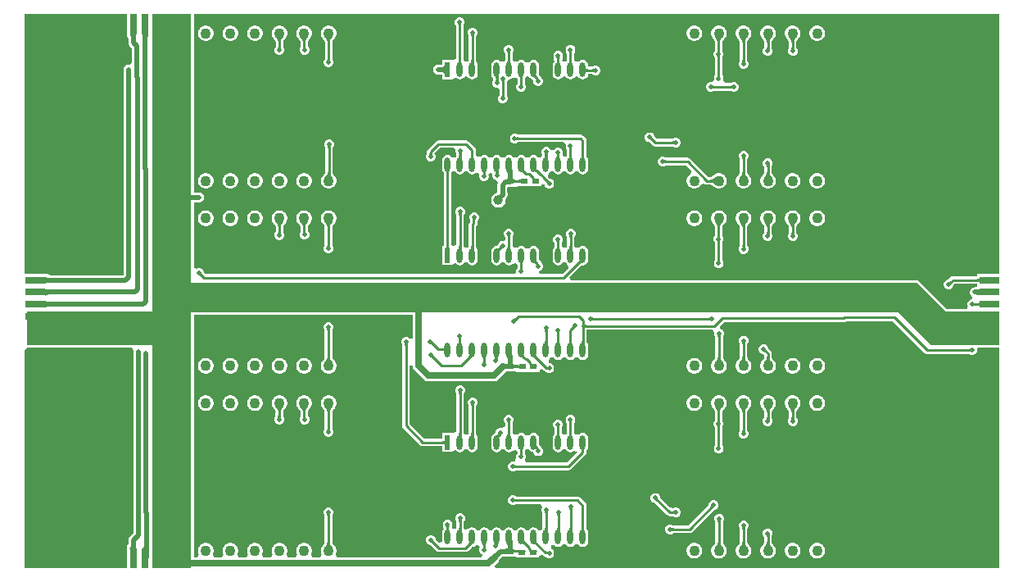
<source format=gbr>
%TF.GenerationSoftware,Altium Limited,Altium Designer,21.8.1 (53)*%
G04 Layer_Physical_Order=2*
G04 Layer_Color=16711680*
%FSLAX45Y45*%
%MOMM*%
%TF.SameCoordinates,046F884E-5673-4B57-908A-D09F833A34A9*%
%TF.FilePolarity,Positive*%
%TF.FileFunction,Copper,L2,Bot,Signal*%
%TF.Part,Single*%
G01*
G75*
%TA.AperFunction,Conductor*%
%ADD10C,0.25400*%
%ADD11C,0.50000*%
%ADD12C,0.70000*%
%TA.AperFunction,ComponentPad*%
%ADD13C,1.10000*%
%TA.AperFunction,ViaPad*%
%ADD14C,0.50000*%
%ADD15C,1.00000*%
%ADD16C,3.00000*%
%TA.AperFunction,SMDPad,CuDef*%
%ADD17R,0.64000X0.60000*%
%ADD18R,0.75000X0.60000*%
%ADD19O,0.60000X1.50000*%
%ADD20R,0.60000X1.50000*%
%ADD21R,0.60000X0.64000*%
%ADD22R,0.64000X0.50000*%
%TA.AperFunction,ConnectorPad*%
%ADD23R,2.00000X0.80000*%
%ADD24R,0.80000X2.00000*%
G36*
X9411903Y11519805D02*
X9409405Y11518305D01*
X9407201Y11515805D01*
X9405290Y11512305D01*
X9403674Y11507805D01*
X9402351Y11502305D01*
X9401323Y11495805D01*
X9400588Y11488305D01*
X9400000Y11470305D01*
X9350000D01*
X9349853Y11479805D01*
X9348678Y11495805D01*
X9347649Y11502305D01*
X9346326Y11507805D01*
X9344710Y11512305D01*
X9342799Y11515805D01*
X9340595Y11518305D01*
X9338097Y11519805D01*
X9335305Y11520305D01*
X9414695D01*
X9411903Y11519805D01*
D02*
G37*
G36*
X9286903D02*
X9284405Y11518305D01*
X9282201Y11515805D01*
X9280290Y11512305D01*
X9278674Y11507805D01*
X9277351Y11502305D01*
X9276323Y11495805D01*
X9275588Y11488305D01*
X9275000Y11470305D01*
X9225000D01*
X9224853Y11479805D01*
X9223678Y11495805D01*
X9222649Y11502305D01*
X9221326Y11507805D01*
X9219710Y11512305D01*
X9217799Y11515805D01*
X9215595Y11518305D01*
X9213097Y11519805D01*
X9210305Y11520305D01*
X9289695D01*
X9286903Y11519805D01*
D02*
G37*
G36*
X9184600Y11524600D02*
X9184600Y11521273D01*
X9184407Y11520305D01*
X9184600Y11494600D01*
X9198613Y11465164D01*
Y11430000D01*
X9202524Y11410335D01*
X9213664Y11393664D01*
X9238613Y11368715D01*
Y11221030D01*
X9238369Y11220595D01*
X9231958Y11212671D01*
X9226263Y11207982D01*
X9210025Y11200400D01*
X9204963D01*
X9200000Y11201387D01*
X9195036Y11200400D01*
X9189975D01*
X9185299Y11198463D01*
X9180335Y11197476D01*
X9176127Y11194664D01*
X9171451Y11192727D01*
X9167871Y11189148D01*
X9163664Y11186336D01*
X9160852Y11182129D01*
X9157273Y11178549D01*
X9155336Y11173873D01*
X9152524Y11169665D01*
X9151537Y11164701D01*
X9149600Y11160025D01*
Y11154963D01*
X9148613Y11150000D01*
Y9026387D01*
X8394836D01*
X8365400Y9040400D01*
X8339695Y9040593D01*
X8338727Y9040400D01*
X8335400Y9040400D01*
X8125000D01*
Y11725000D01*
X9184600D01*
Y11524600D01*
D02*
G37*
G36*
X13148438Y9437406D02*
X13147758Y9436095D01*
X13147159Y9434549D01*
X13146638Y9432768D01*
X13146201Y9430752D01*
X13145840Y9428501D01*
X13145360Y9423294D01*
X13145200Y9417148D01*
X13119800Y9414171D01*
X13119746Y9417343D01*
X13119312Y9422959D01*
X13118932Y9425404D01*
X13118443Y9427606D01*
X13117847Y9429566D01*
X13117142Y9431283D01*
X13116327Y9432758D01*
X13115404Y9433991D01*
X13114372Y9434982D01*
X13149197Y9438482D01*
X13148438Y9437406D01*
D02*
G37*
G36*
X13790572Y9434102D02*
X13789543Y9433110D01*
X13788622Y9431876D01*
X13787810Y9430399D01*
X13787105Y9428681D01*
X13786510Y9426720D01*
X13786021Y9424517D01*
X13785641Y9422072D01*
X13785371Y9419385D01*
X13785155Y9413283D01*
X13759755Y9416205D01*
X13759715Y9419395D01*
X13759113Y9427557D01*
X13758752Y9429808D01*
X13758310Y9431824D01*
X13757788Y9433605D01*
X13757185Y9435151D01*
X13756503Y9436462D01*
X13755740Y9437539D01*
X13790572Y9434102D01*
D02*
G37*
G36*
X13658658Y9374709D02*
X13657880Y9373405D01*
X13657193Y9371866D01*
X13656598Y9370092D01*
X13656094Y9368084D01*
X13655682Y9365842D01*
X13655362Y9363365D01*
X13654996Y9357707D01*
X13654950Y9354527D01*
X13629550Y9353641D01*
X13629500Y9356816D01*
X13629099Y9362455D01*
X13628749Y9364920D01*
X13628297Y9367147D01*
X13627747Y9369137D01*
X13627097Y9370891D01*
X13626346Y9372407D01*
X13625494Y9373687D01*
X13624544Y9374730D01*
X13659528Y9375780D01*
X13658658Y9374709D01*
D02*
G37*
G36*
X13065939Y9303468D02*
X13064510Y9303506D01*
X13062985Y9303295D01*
X13061366Y9302835D01*
X13059653Y9302126D01*
X13057845Y9301168D01*
X13055940Y9299960D01*
X13053943Y9298504D01*
X13051851Y9296798D01*
X13050154Y9295218D01*
X13042783Y9286449D01*
X13040054Y9282485D01*
X13037991Y9278833D01*
X13036592Y9275492D01*
X13035860Y9272463D01*
X13035789Y9269745D01*
X13036386Y9267340D01*
X13037646Y9265246D01*
X13005524Y9304318D01*
X13007285Y9302733D01*
X13009392Y9301845D01*
X13011844Y9301654D01*
X13014641Y9302160D01*
X13017783Y9303364D01*
X13021269Y9305265D01*
X13025101Y9307863D01*
X13029277Y9311158D01*
X13033798Y9315151D01*
X13034517Y9315843D01*
X13039264Y9321331D01*
X13040607Y9323173D01*
X13041725Y9324905D01*
X13042622Y9326525D01*
X13043298Y9328035D01*
X13043752Y9329434D01*
X13043982Y9330723D01*
X13065939Y9303468D01*
D02*
G37*
G36*
X13785155Y9326201D02*
X13785263Y9321848D01*
X13786125Y9313629D01*
X13786880Y9309762D01*
X13787851Y9306059D01*
X13789037Y9302517D01*
X13790439Y9299138D01*
X13792056Y9295922D01*
X13793890Y9292867D01*
X13795940Y9289976D01*
X13747298Y9293691D01*
X13749664Y9293866D01*
X13751781Y9294771D01*
X13753650Y9296406D01*
X13755270Y9298772D01*
X13756641Y9301867D01*
X13757761Y9305693D01*
X13758633Y9310249D01*
X13759256Y9315535D01*
X13759630Y9321552D01*
X13759755Y9328298D01*
X13785155Y9326201D01*
D02*
G37*
G36*
X13655074Y9320662D02*
X13656071Y9309014D01*
X13656943Y9304296D01*
X13658064Y9300315D01*
X13659435Y9297072D01*
X13661053Y9294565D01*
X13662923Y9292796D01*
X13665041Y9291764D01*
X13667409Y9291470D01*
X13617061Y9289976D01*
X13619434Y9293275D01*
X13621558Y9296663D01*
X13623430Y9300141D01*
X13625053Y9303707D01*
X13626428Y9307362D01*
X13627551Y9311106D01*
X13628426Y9314939D01*
X13629050Y9318860D01*
X13629425Y9322871D01*
X13629550Y9326971D01*
X13654950Y9327592D01*
X13655074Y9320662D01*
D02*
G37*
G36*
X13145325Y9321575D02*
X13146321Y9310281D01*
X13147192Y9305730D01*
X13148315Y9301908D01*
X13149686Y9298816D01*
X13151305Y9296455D01*
X13153172Y9294823D01*
X13155292Y9293921D01*
X13157658Y9293750D01*
X13109061Y9289976D01*
X13111102Y9292856D01*
X13112927Y9295902D01*
X13114539Y9299111D01*
X13115935Y9302484D01*
X13117114Y9306021D01*
X13118082Y9309722D01*
X13118834Y9313587D01*
X13119371Y9317616D01*
X13119693Y9321809D01*
X13119800Y9326167D01*
X13145200Y9328317D01*
X13145325Y9321575D01*
D02*
G37*
G36*
X13893478Y9155820D02*
X13891998Y9157704D01*
X13890158Y9158871D01*
X13887953Y9159321D01*
X13885387Y9159055D01*
X13882455Y9158072D01*
X13879164Y9156372D01*
X13875508Y9153955D01*
X13871490Y9150822D01*
X13867110Y9146972D01*
X13862366Y9142405D01*
X13849319Y9165280D01*
X13853911Y9170048D01*
X13861235Y9178785D01*
X13863966Y9182753D01*
X13866080Y9186455D01*
X13867574Y9189891D01*
X13868448Y9193060D01*
X13868703Y9195963D01*
X13868338Y9198600D01*
X13867352Y9200970D01*
X13893478Y9155820D01*
D02*
G37*
G36*
X13417216Y9189683D02*
X13416469Y9187428D01*
X13416406Y9184842D01*
X13417030Y9181924D01*
X13418336Y9178676D01*
X13420328Y9175095D01*
X13423003Y9171184D01*
X13426363Y9166942D01*
X13430408Y9162368D01*
X13435135Y9157463D01*
X13417439Y9139238D01*
X13412468Y9144032D01*
X13403539Y9151552D01*
X13399579Y9154278D01*
X13395956Y9156315D01*
X13392671Y9157663D01*
X13389723Y9158321D01*
X13387111Y9158290D01*
X13384837Y9157569D01*
X13382899Y9156159D01*
X13418646Y9191607D01*
X13417216Y9189683D01*
D02*
G37*
G36*
X13286658Y9168856D02*
X13284291Y9168551D01*
X13282173Y9167506D01*
X13280304Y9165721D01*
X13278685Y9163196D01*
X13277315Y9159932D01*
X13276193Y9155927D01*
X13275320Y9151183D01*
X13274698Y9145699D01*
X13274324Y9139475D01*
X13274200Y9132512D01*
X13248801Y9132926D01*
X13248676Y9139942D01*
X13247679Y9151780D01*
X13246806Y9156601D01*
X13245685Y9160690D01*
X13244315Y9164047D01*
X13242696Y9166673D01*
X13240826Y9168567D01*
X13238708Y9169729D01*
X13236342Y9170160D01*
X13286658Y9168856D01*
D02*
G37*
G36*
X18200000Y9040400D02*
X17974600D01*
Y9013847D01*
X17725047D01*
X17710181Y9010890D01*
X17697578Y9002469D01*
X17676292Y8981183D01*
X17675577Y8980558D01*
X17675143Y8980228D01*
X17669850D01*
X17651326Y8972555D01*
X17637148Y8958378D01*
X17629475Y8939853D01*
Y8919803D01*
X17637148Y8901279D01*
X17651326Y8887101D01*
X17669850Y8879428D01*
X17689900D01*
X17708424Y8887101D01*
X17722601Y8901279D01*
X17730275Y8919803D01*
Y8925096D01*
X17730605Y8925530D01*
X17731230Y8926246D01*
X17741138Y8936154D01*
X17974600D01*
Y8902352D01*
X17972826Y8902071D01*
X17963519Y8901387D01*
X17950000D01*
X17945036Y8900400D01*
X17939975D01*
X17935300Y8898463D01*
X17930334Y8897476D01*
X17926128Y8894664D01*
X17921451Y8892727D01*
X17917871Y8889148D01*
X17913664Y8886336D01*
X17910852Y8882129D01*
X17907272Y8878549D01*
X17905336Y8873873D01*
X17902524Y8869665D01*
X17901537Y8864701D01*
X17899600Y8860025D01*
Y8854963D01*
X17898613Y8850000D01*
X17899600Y8845037D01*
Y8839975D01*
X17901537Y8835299D01*
X17902524Y8830335D01*
X17905336Y8826127D01*
X17907272Y8821451D01*
X17910852Y8817872D01*
X17913664Y8813664D01*
X17917871Y8810852D01*
X17921451Y8807273D01*
X17926128Y8805336D01*
X17921443Y8780131D01*
X17919875Y8776180D01*
X17916685D01*
X17898161Y8768507D01*
X17883984Y8754329D01*
X17876311Y8735805D01*
Y8715755D01*
X17880392Y8705898D01*
X17869115Y8682193D01*
X17862891Y8675898D01*
X17660727D01*
X17368312Y8968312D01*
X17359911Y8973926D01*
X17350000Y8975897D01*
X13772031D01*
X13760551Y9003614D01*
X13886275Y9129338D01*
X13887491Y9130406D01*
X13897000Y9128515D01*
X13918616Y9132815D01*
X13936942Y9145059D01*
X13949185Y9163384D01*
X13953485Y9185000D01*
Y9275000D01*
X13949185Y9296616D01*
X13936942Y9314941D01*
X13918616Y9327186D01*
X13897000Y9331485D01*
X13875385Y9327186D01*
X13857059Y9314941D01*
X13823750Y9313888D01*
X13811301Y9327786D01*
Y9418404D01*
X13811336Y9418736D01*
X13817638Y9425038D01*
X13825310Y9443562D01*
Y9463613D01*
X13817638Y9482137D01*
X13803459Y9496314D01*
X13784935Y9503987D01*
X13764885D01*
X13746359Y9496314D01*
X13732182Y9482137D01*
X13724510Y9463613D01*
Y9443562D01*
X13732182Y9425038D01*
X13733421Y9423799D01*
X13733607Y9421272D01*
Y9320354D01*
X13733453Y9317856D01*
X13733369Y9317154D01*
X13730058Y9314941D01*
X13729462Y9314048D01*
X13696233Y9311290D01*
X13681096Y9327296D01*
Y9360008D01*
X13681152Y9360863D01*
X13681242Y9361567D01*
X13684227Y9364551D01*
X13691901Y9383075D01*
Y9403125D01*
X13684227Y9421649D01*
X13670049Y9435827D01*
X13651524Y9443500D01*
X13631474D01*
X13612950Y9435827D01*
X13598773Y9421649D01*
X13591100Y9403125D01*
Y9383075D01*
X13598773Y9364551D01*
X13603285Y9360039D01*
X13603331Y9359712D01*
X13603403Y9358697D01*
Y9322751D01*
X13603343Y9322104D01*
X13602986Y9319861D01*
X13602496Y9317717D01*
X13601875Y9315648D01*
X13601122Y9313639D01*
X13600220Y9311661D01*
X13599159Y9309694D01*
X13597926Y9307724D01*
X13596036Y9305096D01*
X13595087Y9303010D01*
X13590814Y9296616D01*
X13586514Y9275000D01*
Y9185000D01*
X13590814Y9163384D01*
X13603059Y9145059D01*
X13621384Y9132815D01*
X13642999Y9128515D01*
X13664616Y9132815D01*
X13682941Y9145059D01*
X13689833Y9155373D01*
X13695132Y9156890D01*
X13717867D01*
X13723167Y9155373D01*
X13730058Y9145059D01*
X13741830Y9137194D01*
X13748898Y9111844D01*
X13749139Y9102077D01*
X13685909Y9038847D01*
X13449242D01*
X13445026Y9067100D01*
X13463548Y9074773D01*
X13477727Y9088951D01*
X13485400Y9107475D01*
Y9127525D01*
X13477727Y9146049D01*
X13466583Y9157192D01*
X13466183Y9159210D01*
X13457762Y9171813D01*
X13447940Y9181634D01*
X13446230Y9183569D01*
X13445407Y9184608D01*
X13445485Y9185000D01*
Y9275000D01*
X13441185Y9296616D01*
X13428941Y9314941D01*
X13410616Y9327186D01*
X13389000Y9331485D01*
X13367384Y9327186D01*
X13349059Y9314941D01*
X13342168Y9304627D01*
X13336867Y9303110D01*
X13314133D01*
X13308833Y9304627D01*
X13301941Y9314941D01*
X13283617Y9327186D01*
X13262000Y9331485D01*
X13240384Y9327186D01*
X13222060Y9314941D01*
X13220091Y9311998D01*
X13187845Y9309340D01*
X13171347Y9326571D01*
Y9423070D01*
X13171498Y9424718D01*
X13172726Y9425946D01*
X13180400Y9444471D01*
Y9464521D01*
X13172726Y9483045D01*
X13158549Y9497223D01*
X13140025Y9504896D01*
X13119975D01*
X13101451Y9497223D01*
X13087273Y9483045D01*
X13079601Y9464521D01*
Y9444471D01*
X13087273Y9425946D01*
X13093594Y9419625D01*
X13093654Y9418860D01*
Y9388561D01*
X13078889Y9378696D01*
X13058839D01*
X13040315Y9371023D01*
X13026137Y9356845D01*
X13018465Y9338321D01*
X13008000Y9331485D01*
X12986385Y9327186D01*
X12968059Y9314941D01*
X12955814Y9296616D01*
X12951515Y9275000D01*
Y9185000D01*
X12955814Y9163384D01*
X12968059Y9145059D01*
X12986385Y9132815D01*
X13008000Y9128515D01*
X13029616Y9132815D01*
X13047942Y9145059D01*
X13054832Y9155373D01*
X13060133Y9156890D01*
X13082867D01*
X13088167Y9155373D01*
X13095059Y9145059D01*
X13113383Y9132815D01*
X13135001Y9128515D01*
X13156616Y9132815D01*
X13174940Y9145059D01*
X13208487Y9147304D01*
X13222653Y9132174D01*
Y9097302D01*
X13222585Y9096307D01*
X13222527Y9095903D01*
X13218272Y9091649D01*
X13210600Y9073125D01*
Y9053075D01*
X13201093Y9038847D01*
X9997278D01*
X9982394Y9053730D01*
X9981768Y9054447D01*
X9981438Y9054881D01*
Y9060174D01*
X9973765Y9078698D01*
X9959588Y9092876D01*
X9941063Y9100549D01*
X9921013D01*
X9905898Y9094288D01*
X9890421Y9100063D01*
X9875898Y9108711D01*
Y9778613D01*
X9930000D01*
X9934963Y9779600D01*
X9940025D01*
X9944701Y9781537D01*
X9949665Y9782524D01*
X9953873Y9785336D01*
X9958549Y9787273D01*
X9962128Y9790852D01*
X9966336Y9793664D01*
X9969148Y9797871D01*
X9972727Y9801451D01*
X9974664Y9806127D01*
X9977476Y9810335D01*
X9978463Y9815299D01*
X9980400Y9819975D01*
Y9825036D01*
X9981387Y9830000D01*
X9980400Y9834963D01*
Y9840025D01*
X9978463Y9844701D01*
X9977476Y9849665D01*
X9974664Y9853873D01*
X9972727Y9858549D01*
X9969148Y9862128D01*
X9966336Y9866336D01*
X9962128Y9869148D01*
X9958549Y9872727D01*
X9953873Y9874664D01*
X9949665Y9877476D01*
X9944701Y9878463D01*
X9940025Y9880400D01*
X9934963D01*
X9930000Y9881387D01*
X9875898D01*
Y11725000D01*
X18200000D01*
Y9040400D01*
D02*
G37*
G36*
X13274200Y9101831D02*
X13274246Y9098652D01*
X13274944Y9090522D01*
X13275363Y9088282D01*
X13275874Y9086276D01*
X13276480Y9084505D01*
X13277177Y9082968D01*
X13277969Y9081667D01*
X13278853Y9080600D01*
X13243860Y9081300D01*
X13244798Y9082348D01*
X13245638Y9083633D01*
X13246379Y9085154D01*
X13247021Y9086912D01*
X13247565Y9088906D01*
X13248010Y9091136D01*
X13248355Y9093603D01*
X13248750Y9099245D01*
X13248801Y9102421D01*
X13274200Y9101831D01*
D02*
G37*
G36*
X9956141Y9048506D02*
X9956479Y9047013D01*
X9957051Y9045423D01*
X9957858Y9043734D01*
X9958899Y9041946D01*
X9960174Y9040059D01*
X9961684Y9038075D01*
X9965407Y9033809D01*
X9967620Y9031528D01*
X9949659Y9013568D01*
X9947378Y9015781D01*
X9943113Y9019503D01*
X9941128Y9021013D01*
X9939241Y9022288D01*
X9937454Y9023329D01*
X9935764Y9024136D01*
X9934174Y9024709D01*
X9932682Y9025047D01*
X9931288Y9025150D01*
X9956037Y9049899D01*
X9956141Y9048506D01*
D02*
G37*
G36*
X18000610Y8949600D02*
X18000352Y8952013D01*
X17999580Y8954172D01*
X17998296Y8956077D01*
X17996497Y8957728D01*
X17994183Y8959125D01*
X17991356Y8960268D01*
X17988014Y8961157D01*
X17984158Y8961792D01*
X17979790Y8962173D01*
X17974905Y8962300D01*
Y8987700D01*
X17979790Y8987827D01*
X17984158Y8988208D01*
X17988014Y8988843D01*
X17991356Y8989732D01*
X17994183Y8990875D01*
X17996497Y8992272D01*
X17998296Y8993923D01*
X17999580Y8995828D01*
X18000352Y8997987D01*
X18000610Y9000400D01*
Y8949600D01*
D02*
G37*
G36*
X8340195Y9011903D02*
X8341695Y9009405D01*
X8344195Y9007201D01*
X8347695Y9005290D01*
X8352195Y9003674D01*
X8357695Y9002351D01*
X8364195Y9001323D01*
X8371695Y9000588D01*
X8389695Y9000000D01*
Y8950000D01*
X8380195Y8949853D01*
X8364195Y8948678D01*
X8357695Y8947649D01*
X8352195Y8946326D01*
X8347695Y8944710D01*
X8344195Y8942799D01*
X8341695Y8940595D01*
X8340195Y8938097D01*
X8339695Y8935305D01*
Y9014695D01*
X8340195Y9011903D01*
D02*
G37*
G36*
X17716457Y8948449D02*
X17714244Y8946168D01*
X17710521Y8941903D01*
X17709010Y8939918D01*
X17707736Y8938031D01*
X17706696Y8936243D01*
X17705888Y8934554D01*
X17705316Y8932964D01*
X17704977Y8931472D01*
X17704874Y8930078D01*
X17680125Y8954827D01*
X17681519Y8954931D01*
X17683011Y8955269D01*
X17684601Y8955841D01*
X17686292Y8956648D01*
X17688078Y8957689D01*
X17689964Y8958964D01*
X17691949Y8960474D01*
X17696214Y8964197D01*
X17698495Y8966410D01*
X17716457Y8948449D01*
D02*
G37*
G36*
X18000305Y8810305D02*
X17999805Y8813097D01*
X17998305Y8815595D01*
X17995805Y8817799D01*
X17992305Y8819710D01*
X17987805Y8821326D01*
X17982304Y8822649D01*
X17975806Y8823678D01*
X17968304Y8824412D01*
X17950305Y8825000D01*
Y8875000D01*
X17959805Y8875147D01*
X17975806Y8876323D01*
X17982304Y8877351D01*
X17987805Y8878674D01*
X17992305Y8880290D01*
X17995805Y8882201D01*
X17998305Y8884405D01*
X17999805Y8886903D01*
X18000305Y8889695D01*
Y8810305D01*
D02*
G37*
G36*
X8340195Y8886903D02*
X8341695Y8884405D01*
X8344195Y8882201D01*
X8347695Y8880290D01*
X8352195Y8878674D01*
X8357695Y8877351D01*
X8364195Y8876323D01*
X8371695Y8875588D01*
X8389695Y8875000D01*
Y8825000D01*
X8380195Y8824853D01*
X8364195Y8823678D01*
X8357695Y8822649D01*
X8352195Y8821326D01*
X8347695Y8819710D01*
X8344195Y8817799D01*
X8341695Y8815595D01*
X8340195Y8813097D01*
X8339695Y8810305D01*
Y8889695D01*
X8340195Y8886903D01*
D02*
G37*
G36*
X17945622Y8742368D02*
X17946918Y8741552D01*
X17948447Y8740832D01*
X17950211Y8740208D01*
X17952211Y8739680D01*
X17954446Y8739248D01*
X17956918Y8738912D01*
X17962567Y8738528D01*
X17965744Y8738480D01*
Y8713080D01*
X17962567Y8713032D01*
X17956918Y8712648D01*
X17954446Y8712312D01*
X17952211Y8711880D01*
X17950211Y8711352D01*
X17948447Y8710728D01*
X17946918Y8710008D01*
X17945622Y8709192D01*
X17944563Y8708280D01*
Y8743280D01*
X17945622Y8742368D01*
D02*
G37*
G36*
X18000610Y8700380D02*
X18000352Y8702793D01*
X17999580Y8704952D01*
X17998296Y8706857D01*
X17996497Y8708508D01*
X17994183Y8709905D01*
X17991356Y8711048D01*
X17988014Y8711937D01*
X17984158Y8712572D01*
X17979790Y8712953D01*
X17974905Y8713080D01*
Y8738480D01*
X17979790Y8738607D01*
X17984158Y8738988D01*
X17988014Y8739623D01*
X17991356Y8740512D01*
X17994183Y8741655D01*
X17996497Y8743052D01*
X17998296Y8744703D01*
X17999580Y8746608D01*
X18000352Y8748767D01*
X18000610Y8751180D01*
Y8700380D01*
D02*
G37*
G36*
X8340195Y8761903D02*
X8341695Y8759405D01*
X8344195Y8757201D01*
X8347695Y8755290D01*
X8352195Y8753674D01*
X8357695Y8752351D01*
X8364195Y8751323D01*
X8371695Y8750588D01*
X8389695Y8750000D01*
Y8700000D01*
X8380195Y8699853D01*
X8364195Y8698678D01*
X8357695Y8697649D01*
X8352195Y8696326D01*
X8347695Y8694710D01*
X8344195Y8692799D01*
X8341695Y8690595D01*
X8340195Y8688097D01*
X8339695Y8685305D01*
Y8764695D01*
X8340195Y8761903D01*
D02*
G37*
G36*
X13994617Y8590758D02*
X13995889Y8589893D01*
X13997398Y8589129D01*
X13999149Y8588468D01*
X14001134Y8587908D01*
X14003357Y8587450D01*
X14005818Y8587094D01*
X14011453Y8586687D01*
X14014627Y8586636D01*
X14013370Y8561236D01*
X14010188Y8561191D01*
X14002048Y8560519D01*
X13999803Y8560116D01*
X13997792Y8559623D01*
X13996016Y8559041D01*
X13994473Y8558369D01*
X13993166Y8557607D01*
X13992093Y8556756D01*
X13993582Y8591724D01*
X13994617Y8590758D01*
D02*
G37*
G36*
X15212692Y8556148D02*
X15211658Y8557114D01*
X15210387Y8557980D01*
X15208876Y8558743D01*
X15207127Y8559404D01*
X15205142Y8559964D01*
X15202919Y8560422D01*
X15200458Y8560778D01*
X15194823Y8561185D01*
X15191649Y8561236D01*
X15192906Y8586636D01*
X15196088Y8586681D01*
X15204228Y8587353D01*
X15206473Y8587756D01*
X15208484Y8588249D01*
X15210260Y8588831D01*
X15211803Y8589503D01*
X15213110Y8590265D01*
X15214183Y8591116D01*
X15212692Y8556148D01*
D02*
G37*
G36*
X13216582Y8568621D02*
X13214369Y8566340D01*
X13210646Y8562074D01*
X13209135Y8560090D01*
X13207861Y8558203D01*
X13206821Y8556415D01*
X13206013Y8554726D01*
X13205440Y8553136D01*
X13205103Y8551643D01*
X13204999Y8550250D01*
X13180251Y8574999D01*
X13181644Y8575102D01*
X13183136Y8575440D01*
X13184726Y8576013D01*
X13186415Y8576820D01*
X13188203Y8577861D01*
X13190089Y8579136D01*
X13192075Y8580646D01*
X13196339Y8584368D01*
X13198621Y8586581D01*
X13216582Y8568621D01*
D02*
G37*
G36*
X13819749Y8485001D02*
X13818356Y8484898D01*
X13816864Y8484560D01*
X13815274Y8483987D01*
X13813585Y8483180D01*
X13811797Y8482139D01*
X13809911Y8480864D01*
X13807925Y8479354D01*
X13803661Y8475632D01*
X13801379Y8473419D01*
X13783418Y8491379D01*
X13785632Y8493660D01*
X13789354Y8497926D01*
X13790865Y8499910D01*
X13792139Y8501797D01*
X13793179Y8503585D01*
X13793987Y8505274D01*
X13794560Y8506864D01*
X13794897Y8508357D01*
X13795001Y8509750D01*
X13819749Y8485001D01*
D02*
G37*
G36*
X13910579Y8543561D02*
X13911340Y8537084D01*
X13912611Y8531369D01*
X13914389Y8526416D01*
X13916675Y8522225D01*
X13919469Y8518796D01*
X13922771Y8516129D01*
X13926581Y8514224D01*
X13930899Y8513081D01*
X13935725Y8512700D01*
Y8487300D01*
X13930899Y8486919D01*
X13926581Y8485776D01*
X13922771Y8483871D01*
X13919469Y8481204D01*
X13916675Y8477775D01*
X13914389Y8473584D01*
X13912611Y8468631D01*
X13911340Y8462916D01*
X13910579Y8456439D01*
X13910326Y8449200D01*
X13884924Y8500000D01*
X13910326Y8550800D01*
X13910579Y8543561D01*
D02*
G37*
G36*
X13536015Y8460804D02*
X13535005Y8459796D01*
X13534102Y8458549D01*
X13533304Y8457060D01*
X13532614Y8455331D01*
X13532030Y8453362D01*
X13531551Y8451152D01*
X13531178Y8448701D01*
X13530753Y8443078D01*
X13530701Y8439906D01*
X13505299Y8442279D01*
X13505258Y8445466D01*
X13504633Y8453622D01*
X13504257Y8455871D01*
X13503798Y8457887D01*
X13503255Y8459668D01*
X13502631Y8461214D01*
X13501920Y8462526D01*
X13501128Y8463604D01*
X13536015Y8460804D01*
D02*
G37*
G36*
X13657715Y8442152D02*
X13656976Y8440841D01*
X13656326Y8439296D01*
X13655762Y8437517D01*
X13655286Y8435504D01*
X13654893Y8433256D01*
X13654373Y8428059D01*
X13654243Y8425109D01*
X13654201Y8421924D01*
X13628799Y8420150D01*
X13628748Y8423323D01*
X13628333Y8428952D01*
X13627968Y8431409D01*
X13627501Y8433626D01*
X13626929Y8435604D01*
X13626253Y8437344D01*
X13625475Y8438844D01*
X13624590Y8440106D01*
X13623602Y8441129D01*
X13658539Y8443229D01*
X13657715Y8442152D01*
D02*
G37*
G36*
X15325230Y8400175D02*
X15324181Y8399203D01*
X15323241Y8397987D01*
X15322411Y8396526D01*
X15321690Y8394821D01*
X15321083Y8392871D01*
X15320586Y8390678D01*
X15320198Y8388239D01*
X15319920Y8385557D01*
X15319701Y8379458D01*
X15294299Y8383045D01*
X15294263Y8386240D01*
X15293690Y8394408D01*
X15293346Y8396660D01*
X15292926Y8398675D01*
X15292430Y8400454D01*
X15291858Y8401997D01*
X15291209Y8403304D01*
X15290485Y8404375D01*
X15325230Y8400175D01*
D02*
G37*
G36*
X12642345Y8381788D02*
X12641580Y8380481D01*
X12640905Y8378939D01*
X12640320Y8377163D01*
X12639825Y8375153D01*
X12639420Y8372909D01*
X12638880Y8367717D01*
X12638745Y8364770D01*
X12638700Y8361588D01*
X12613300Y8360407D01*
X12613249Y8363581D01*
X12612843Y8369217D01*
X12612488Y8371679D01*
X12612032Y8373903D01*
X12611474Y8375890D01*
X12610815Y8377639D01*
X12610054Y8379150D01*
X12609192Y8380424D01*
X12608228Y8381461D01*
X12643200Y8382861D01*
X12642345Y8381788D01*
D02*
G37*
G36*
X13782825Y8340291D02*
X13783821Y8328519D01*
X13784692Y8323736D01*
X13785814Y8319689D01*
X13787186Y8316378D01*
X13788805Y8313803D01*
X13790672Y8311964D01*
X13792792Y8310860D01*
X13795158Y8310492D01*
X13744843D01*
X13747209Y8310860D01*
X13749327Y8311964D01*
X13751195Y8313803D01*
X13752815Y8316378D01*
X13754185Y8319689D01*
X13755307Y8323736D01*
X13756178Y8328519D01*
X13756802Y8334037D01*
X13757175Y8340291D01*
X13757300Y8347281D01*
X13782700D01*
X13782825Y8340291D01*
D02*
G37*
G36*
X13910326Y8347022D02*
X13910451Y8342942D01*
X13910829Y8338946D01*
X13911459Y8335033D01*
X13912343Y8331203D01*
X13913478Y8327457D01*
X13914867Y8323793D01*
X13916505Y8320214D01*
X13918398Y8316718D01*
X13920541Y8313305D01*
X13922939Y8309976D01*
X13872467Y8311306D01*
X13874834Y8311609D01*
X13876952Y8312651D01*
X13878819Y8314429D01*
X13880440Y8316946D01*
X13881810Y8320201D01*
X13882932Y8324193D01*
X13883804Y8328923D01*
X13884425Y8334391D01*
X13884801Y8340596D01*
X13884924Y8347540D01*
X13910326Y8347022D01*
D02*
G37*
G36*
X13654324Y8341054D02*
X13655321Y8329559D01*
X13656194Y8324913D01*
X13657314Y8321000D01*
X13658685Y8317822D01*
X13660304Y8315377D01*
X13662173Y8313667D01*
X13664291Y8312690D01*
X13666658Y8312447D01*
X13617061Y8309976D01*
X13619292Y8313096D01*
X13621288Y8316338D01*
X13623048Y8319702D01*
X13624574Y8323188D01*
X13625865Y8326795D01*
X13626923Y8330525D01*
X13627744Y8334376D01*
X13628329Y8338349D01*
X13628682Y8342444D01*
X13628799Y8346660D01*
X13654201Y8347903D01*
X13654324Y8341054D01*
D02*
G37*
G36*
X13530701Y8346453D02*
X13530812Y8342159D01*
X13531149Y8338008D01*
X13531711Y8334001D01*
X13532498Y8330138D01*
X13533510Y8326418D01*
X13534746Y8322842D01*
X13536208Y8319410D01*
X13537894Y8316122D01*
X13539803Y8312977D01*
X13541939Y8309976D01*
X13492842Y8313098D01*
X13495209Y8313306D01*
X13497327Y8314245D01*
X13499194Y8315917D01*
X13500815Y8318320D01*
X13502185Y8321455D01*
X13503307Y8325322D01*
X13504179Y8329921D01*
X13504802Y8335252D01*
X13505174Y8341315D01*
X13505299Y8348110D01*
X13530701Y8346453D01*
D02*
G37*
G36*
X12638824Y8340793D02*
X12639821Y8329196D01*
X12640693Y8324502D01*
X12641814Y8320544D01*
X12643185Y8317322D01*
X12644805Y8314836D01*
X12646673Y8313086D01*
X12648791Y8312073D01*
X12651158Y8311795D01*
X12601061Y8309976D01*
X12603387Y8313215D01*
X12605467Y8316555D01*
X12607303Y8319995D01*
X12608894Y8323534D01*
X12610240Y8327173D01*
X12611342Y8330912D01*
X12612198Y8334751D01*
X12612810Y8338690D01*
X12613177Y8342729D01*
X12613300Y8346867D01*
X12638700Y8347696D01*
X12638824Y8340793D01*
D02*
G37*
G36*
X12345135Y8337530D02*
X12345569Y8336109D01*
X12346227Y8334579D01*
X12347109Y8332942D01*
X12348215Y8331198D01*
X12349545Y8329345D01*
X12352876Y8325317D01*
X12354878Y8323141D01*
X12357104Y8320857D01*
X12340984Y8301055D01*
X12338704Y8303260D01*
X12334426Y8306932D01*
X12332430Y8308397D01*
X12330528Y8309617D01*
X12328721Y8310590D01*
X12327009Y8311317D01*
X12325392Y8311798D01*
X12323869Y8312032D01*
X12322441Y8312019D01*
X12344924Y8338843D01*
X12345135Y8337530D01*
D02*
G37*
G36*
X9850000Y8950000D02*
X17350000D01*
X17650000Y8650000D01*
X18200000D01*
Y8300000D01*
X17930991D01*
X17930025Y8300400D01*
X17909975D01*
X17909009Y8300000D01*
X17500000D01*
X17156941Y8643059D01*
X9850000D01*
Y6000000D01*
X9450000D01*
Y8300000D01*
X8150000D01*
Y8650000D01*
X9450000D01*
Y11725000D01*
X9850000D01*
Y8950000D01*
D02*
G37*
G36*
X12086588Y8317988D02*
X12085772Y8316694D01*
X12085052Y8315164D01*
X12084428Y8313399D01*
X12083900Y8311399D01*
X12083468Y8309163D01*
X12083132Y8306692D01*
X12082748Y8301044D01*
X12082700Y8297866D01*
X12057300D01*
X12057252Y8301044D01*
X12056868Y8306692D01*
X12056532Y8309163D01*
X12056100Y8311399D01*
X12055572Y8313399D01*
X12054948Y8315164D01*
X12054228Y8316694D01*
X12053412Y8317988D01*
X12052500Y8319046D01*
X12087500D01*
X12086588Y8317988D01*
D02*
G37*
G36*
X12470353Y8234600D02*
X12470096Y8237013D01*
X12469325Y8239172D01*
X12468040Y8241077D01*
X12466240Y8242728D01*
X12463927Y8244125D01*
X12461100Y8245268D01*
X12457758Y8246157D01*
X12453902Y8246792D01*
X12449532Y8247173D01*
X12444648Y8247300D01*
Y8272700D01*
X12449532Y8272827D01*
X12453902Y8273208D01*
X12457758Y8273843D01*
X12461100Y8274732D01*
X12463927Y8275875D01*
X12466240Y8277272D01*
X12468040Y8278923D01*
X12469325Y8280828D01*
X12470096Y8282987D01*
X12470353Y8285400D01*
Y8234600D01*
D02*
G37*
G36*
X17902145Y8232500D02*
X17901088Y8233412D01*
X17899794Y8234228D01*
X17898264Y8234948D01*
X17896500Y8235572D01*
X17894499Y8236100D01*
X17892262Y8236532D01*
X17889792Y8236868D01*
X17884145Y8237252D01*
X17880966Y8237300D01*
Y8262700D01*
X17884145Y8262748D01*
X17889792Y8263132D01*
X17892262Y8263468D01*
X17894499Y8263900D01*
X17896500Y8264428D01*
X17898264Y8265052D01*
X17899794Y8265772D01*
X17901088Y8266588D01*
X17902145Y8267500D01*
Y8232500D01*
D02*
G37*
G36*
X13022076Y8179018D02*
X13020557Y8179175D01*
X13019197Y8178766D01*
X13017998Y8177790D01*
X13016959Y8176249D01*
X13016080Y8174140D01*
X13015359Y8171466D01*
X13014799Y8168226D01*
X13014696Y8167237D01*
X13014844Y8165137D01*
X13015179Y8163142D01*
X13015576Y8161390D01*
X13016034Y8159883D01*
X13016553Y8158619D01*
X13017133Y8157600D01*
X13014186Y8158191D01*
X13014079Y8155108D01*
X12988680Y8156995D01*
X12988612Y8161718D01*
X12988483Y8163345D01*
X12982816Y8164482D01*
X12983929Y8165372D01*
X12984927Y8166517D01*
X12985806Y8167914D01*
X12986569Y8169565D01*
X12987215Y8171470D01*
X12987672Y8173348D01*
X12987621Y8173994D01*
X12987025Y8177455D01*
X12986298Y8180600D01*
X12985437Y8183429D01*
X12984444Y8185943D01*
X12983319Y8188142D01*
X12982060Y8190025D01*
X13022076Y8179018D01*
D02*
G37*
G36*
X12760835Y8176256D02*
X12758861Y8177630D01*
X12756553Y8178317D01*
X12753909Y8178316D01*
X12750930Y8177627D01*
X12747615Y8176250D01*
X12743965Y8174186D01*
X12739980Y8171434D01*
X12735659Y8167994D01*
X12731003Y8163867D01*
X12726012Y8159051D01*
X12708051Y8177012D01*
X12712777Y8181914D01*
X12720165Y8190715D01*
X12722827Y8194613D01*
X12724801Y8198176D01*
X12726088Y8201404D01*
X12726686Y8204298D01*
X12726596Y8206857D01*
X12725819Y8209081D01*
X12724353Y8210970D01*
X12760835Y8176256D01*
D02*
G37*
G36*
X12350102Y8198656D02*
X12350440Y8197164D01*
X12351013Y8195574D01*
X12351820Y8193885D01*
X12352861Y8192097D01*
X12354136Y8190210D01*
X12355646Y8188225D01*
X12359368Y8183960D01*
X12361581Y8181679D01*
X12343621Y8163718D01*
X12341340Y8165931D01*
X12337074Y8169654D01*
X12335090Y8171164D01*
X12333203Y8172439D01*
X12331415Y8173480D01*
X12329726Y8174287D01*
X12328136Y8174859D01*
X12326643Y8175198D01*
X12325250Y8175301D01*
X12349999Y8200050D01*
X12350102Y8198656D01*
D02*
G37*
G36*
X13417181Y8209081D02*
X13416403Y8206857D01*
X13416315Y8204298D01*
X13416911Y8201404D01*
X13418198Y8198176D01*
X13420174Y8194613D01*
X13422835Y8190715D01*
X13426186Y8186482D01*
X13430223Y8181914D01*
X13434949Y8177012D01*
X13416988Y8159051D01*
X13411996Y8163867D01*
X13403020Y8171434D01*
X13399036Y8174186D01*
X13395386Y8176250D01*
X13392070Y8177627D01*
X13389091Y8178316D01*
X13386447Y8178317D01*
X13384138Y8177630D01*
X13382166Y8176256D01*
X13418646Y8210970D01*
X13417181Y8209081D01*
D02*
G37*
G36*
X13290181D02*
X13289403Y8206857D01*
X13289314Y8204298D01*
X13289912Y8201404D01*
X13291199Y8198176D01*
X13293173Y8194613D01*
X13295834Y8190715D01*
X13299185Y8186482D01*
X13303223Y8181914D01*
X13307948Y8177012D01*
X13289989Y8159051D01*
X13284998Y8163867D01*
X13276019Y8171434D01*
X13272035Y8174186D01*
X13268385Y8176250D01*
X13265070Y8177627D01*
X13262091Y8178316D01*
X13259447Y8178317D01*
X13257138Y8177630D01*
X13255165Y8176256D01*
X13291647Y8210970D01*
X13290181Y8209081D01*
D02*
G37*
G36*
X12903159Y8185598D02*
X12900790Y8185463D01*
X12898672Y8184600D01*
X12896805Y8183009D01*
X12895184Y8180689D01*
X12893814Y8177641D01*
X12892693Y8173865D01*
X12891821Y8169360D01*
X12891199Y8164127D01*
X12890823Y8158166D01*
X12890700Y8151476D01*
X12865300Y8154217D01*
X12865198Y8158619D01*
X12864378Y8166875D01*
X12863663Y8170729D01*
X12862740Y8174401D01*
X12861613Y8177891D01*
X12860283Y8181198D01*
X12858746Y8184322D01*
X12857007Y8187265D01*
X12855061Y8190025D01*
X12903159Y8185598D01*
D02*
G37*
G36*
X15319701Y8181212D02*
X15319949Y8175832D01*
X15320695Y8170445D01*
X15321941Y8165052D01*
X15323682Y8159653D01*
X15325922Y8154247D01*
X15328659Y8148834D01*
X15331894Y8143415D01*
X15335628Y8137990D01*
X15339857Y8132558D01*
X15344585Y8127119D01*
X15267700Y8131320D01*
X15272754Y8136039D01*
X15277277Y8140850D01*
X15281265Y8145753D01*
X15284724Y8150747D01*
X15287650Y8155834D01*
X15290044Y8161011D01*
X15291907Y8166281D01*
X15293236Y8171642D01*
X15294034Y8177094D01*
X15294299Y8182638D01*
X15319701Y8181212D01*
D02*
G37*
G36*
X12890700Y8135655D02*
X12890738Y8132460D01*
X12891312Y8124291D01*
X12891653Y8122040D01*
X12892075Y8120025D01*
X12892570Y8118246D01*
X12893143Y8116703D01*
X12893791Y8115396D01*
X12894516Y8114324D01*
X12859769Y8118524D01*
X12860820Y8119496D01*
X12861760Y8120713D01*
X12862590Y8122174D01*
X12863309Y8123879D01*
X12863918Y8125828D01*
X12864415Y8128022D01*
X12864803Y8130460D01*
X12865079Y8133143D01*
X12865300Y8139241D01*
X12890700Y8135655D01*
D02*
G37*
G36*
X13168556Y8200233D02*
X13169736Y8196716D01*
X13170734Y8190944D01*
X13171548Y8182916D01*
X13172466Y8163695D01*
X13173000D01*
X13173067Y8154195D01*
X13175410Y8121695D01*
X13176280Y8118195D01*
X13177284Y8115695D01*
X13178423Y8114195D01*
X13179695Y8113695D01*
X13116306D01*
X13117577Y8114195D01*
X13118715Y8115695D01*
X13119719Y8118195D01*
X13120590Y8121695D01*
X13121326Y8126195D01*
X13121928Y8131695D01*
X13122415Y8142588D01*
X13121745Y8151919D01*
X13120770Y8158915D01*
X13119514Y8165393D01*
X13117982Y8171354D01*
X13116170Y8176798D01*
X13114079Y8181724D01*
X13111710Y8186133D01*
X13109061Y8190025D01*
X13163931Y8197248D01*
X13165654Y8200499D01*
X13167197Y8201494D01*
X13168556Y8200233D01*
D02*
G37*
G36*
X13116306Y8109492D02*
X13148000Y8109000D01*
Y8059000D01*
X13116306Y8057581D01*
Y8054305D01*
X13115862Y8055197D01*
X13114532Y8055995D01*
X13112317Y8056699D01*
X13109409Y8057272D01*
X13093739Y8056570D01*
Y8058593D01*
X13072000Y8059000D01*
Y8109000D01*
X13080418Y8109047D01*
X13093739Y8109988D01*
Y8111430D01*
X13094833Y8110969D01*
X13096890Y8110555D01*
X13098691Y8110338D01*
X13112317Y8111301D01*
X13114532Y8112005D01*
X13115862Y8112803D01*
X13116306Y8113695D01*
Y8109492D01*
D02*
G37*
G36*
X13235304Y8061600D02*
X13235051Y8064013D01*
X13234290Y8066172D01*
X13233018Y8068077D01*
X13231241Y8069728D01*
X13228955Y8071125D01*
X13226161Y8072268D01*
X13222859Y8073157D01*
X13219049Y8073792D01*
X13214731Y8074173D01*
X13209904Y8074300D01*
Y8099700D01*
X13214731Y8099825D01*
X13219049Y8100200D01*
X13222859Y8100825D01*
X13226161Y8101699D01*
X13228955Y8102824D01*
X13231241Y8104198D01*
X13233018Y8105823D01*
X13234290Y8107697D01*
X13235051Y8109821D01*
X13235304Y8112195D01*
Y8061600D01*
D02*
G37*
G36*
X13179646Y8109987D02*
X13180418Y8107828D01*
X13181705Y8105923D01*
X13183504Y8104272D01*
X13185815Y8102875D01*
X13188644Y8101732D01*
X13191986Y8100843D01*
X13195840Y8100208D01*
X13200211Y8099827D01*
X13205095Y8099700D01*
Y8074300D01*
X13200211Y8074173D01*
X13195840Y8073792D01*
X13191986Y8073157D01*
X13188644Y8072268D01*
X13185815Y8071125D01*
X13183504Y8069728D01*
X13181705Y8068077D01*
X13180418Y8066172D01*
X13179646Y8064013D01*
X13179390Y8061600D01*
Y8112400D01*
X13179646Y8109987D01*
D02*
G37*
G36*
X12646397Y7818029D02*
X12645410Y7817006D01*
X12644526Y7815744D01*
X12643747Y7814244D01*
X12643071Y7812504D01*
X12642499Y7810526D01*
X12642032Y7808308D01*
X12641668Y7805852D01*
X12641252Y7800223D01*
X12641200Y7797049D01*
X12615800Y7798824D01*
X12615757Y7802009D01*
X12615106Y7810156D01*
X12614715Y7812404D01*
X12614238Y7814417D01*
X12613674Y7816196D01*
X12613023Y7817741D01*
X12612285Y7819052D01*
X12611460Y7820129D01*
X12646397Y7818029D01*
D02*
G37*
G36*
X12775231Y7691076D02*
X12774180Y7690103D01*
X12773240Y7688887D01*
X12772410Y7687426D01*
X12771691Y7685721D01*
X12771083Y7683772D01*
X12770585Y7681578D01*
X12770198Y7679139D01*
X12769921Y7676457D01*
X12769700Y7670359D01*
X12744300Y7673945D01*
X12744262Y7677140D01*
X12743689Y7685308D01*
X12743346Y7687560D01*
X12742926Y7689575D01*
X12742430Y7691354D01*
X12741858Y7692897D01*
X12741209Y7694204D01*
X12740484Y7695275D01*
X12775231Y7691076D01*
D02*
G37*
G36*
X12769700Y7395783D02*
X12769802Y7391381D01*
X12770621Y7383125D01*
X12771338Y7379271D01*
X12772259Y7375599D01*
X12773386Y7372109D01*
X12774717Y7368802D01*
X12776253Y7365677D01*
X12777993Y7362735D01*
X12779939Y7359975D01*
X12731842Y7364402D01*
X12734209Y7364536D01*
X12736327Y7365400D01*
X12738195Y7366991D01*
X12739815Y7369311D01*
X12741185Y7372359D01*
X12742306Y7376135D01*
X12743179Y7380640D01*
X12743802Y7385873D01*
X12744175Y7391834D01*
X12744300Y7398524D01*
X12769700Y7395783D01*
D02*
G37*
G36*
X12641200Y7396660D02*
X12641317Y7392443D01*
X12641670Y7388349D01*
X12642256Y7384376D01*
X12643078Y7380525D01*
X12644135Y7376795D01*
X12645426Y7373188D01*
X12646952Y7369702D01*
X12648713Y7366338D01*
X12650708Y7363096D01*
X12652939Y7359975D01*
X12603342Y7362447D01*
X12605709Y7362690D01*
X12607827Y7363667D01*
X12609695Y7365377D01*
X12611315Y7367822D01*
X12612685Y7371000D01*
X12613807Y7374913D01*
X12614679Y7379559D01*
X12615302Y7384940D01*
X12615676Y7391054D01*
X12615800Y7397902D01*
X12641200Y7396660D01*
D02*
G37*
G36*
X12470305Y7274600D02*
X12470051Y7277013D01*
X12469289Y7279172D01*
X12468019Y7281077D01*
X12466241Y7282728D01*
X12463955Y7284125D01*
X12461161Y7285268D01*
X12457859Y7286157D01*
X12454049Y7286792D01*
X12449731Y7287173D01*
X12444905Y7287300D01*
Y7312700D01*
X12449731Y7312827D01*
X12454049Y7313208D01*
X12457859Y7313843D01*
X12461161Y7314732D01*
X12463955Y7315875D01*
X12466241Y7317272D01*
X12468019Y7318923D01*
X12469289Y7320828D01*
X12470051Y7322987D01*
X12470305Y7325400D01*
Y7274600D01*
D02*
G37*
G36*
X13193912Y6716588D02*
X13195206Y6715772D01*
X13196736Y6715052D01*
X13198502Y6714428D01*
X13200500Y6713900D01*
X13202737Y6713468D01*
X13205208Y6713132D01*
X13210857Y6712748D01*
X13214034Y6712700D01*
Y6687300D01*
X13210857Y6687252D01*
X13205208Y6686868D01*
X13202737Y6686532D01*
X13200500Y6686100D01*
X13198502Y6685572D01*
X13196736Y6684948D01*
X13195206Y6684228D01*
X13193912Y6683412D01*
X13192854Y6682500D01*
Y6717500D01*
X13193912Y6716588D01*
D02*
G37*
G36*
X13789085Y6618194D02*
X13788110Y6617164D01*
X13787238Y6615896D01*
X13786465Y6614390D01*
X13785799Y6612646D01*
X13785234Y6610663D01*
X13784772Y6608442D01*
X13784412Y6605983D01*
X13784001Y6600350D01*
X13783949Y6597177D01*
X13758549Y6598654D01*
X13758505Y6601837D01*
X13757841Y6609981D01*
X13757445Y6612227D01*
X13756958Y6614238D01*
X13756384Y6616016D01*
X13755721Y6617560D01*
X13754968Y6618869D01*
X13754129Y6619944D01*
X13789085Y6618194D01*
D02*
G37*
G36*
X13536015Y6585804D02*
X13535005Y6584796D01*
X13534102Y6583549D01*
X13533304Y6582060D01*
X13532614Y6580331D01*
X13532030Y6578362D01*
X13531551Y6576152D01*
X13531178Y6573701D01*
X13530753Y6568078D01*
X13530701Y6564906D01*
X13505299Y6567278D01*
X13505258Y6570466D01*
X13504633Y6578622D01*
X13504257Y6580871D01*
X13503798Y6582887D01*
X13503255Y6584668D01*
X13502631Y6586214D01*
X13501920Y6587526D01*
X13501128Y6588604D01*
X13536015Y6585804D01*
D02*
G37*
G36*
X11285031Y6558869D02*
X11284279Y6557560D01*
X11283616Y6556016D01*
X11283042Y6554239D01*
X11282555Y6552227D01*
X11282158Y6549981D01*
X11281627Y6544786D01*
X11281494Y6541837D01*
X11281450Y6538654D01*
X11256050Y6537176D01*
X11255999Y6540350D01*
X11255588Y6545983D01*
X11255228Y6548442D01*
X11254766Y6550663D01*
X11254201Y6552645D01*
X11253534Y6554390D01*
X11252763Y6555896D01*
X11251890Y6557164D01*
X11250915Y6558194D01*
X11285871Y6559944D01*
X11285031Y6558869D01*
D02*
G37*
G36*
X13664828Y6554872D02*
X13663759Y6553920D01*
X13662802Y6552721D01*
X13661957Y6551275D01*
X13661226Y6549583D01*
X13660606Y6547645D01*
X13660100Y6545460D01*
X13659706Y6543028D01*
X13659425Y6540350D01*
X13659200Y6534254D01*
X13633800Y6538459D01*
X13633763Y6541659D01*
X13633218Y6549833D01*
X13632893Y6552083D01*
X13632024Y6555871D01*
X13631477Y6557409D01*
X13630862Y6558709D01*
X13630173Y6559773D01*
X13664828Y6554872D01*
D02*
G37*
G36*
X12646397Y6494929D02*
X12645410Y6493906D01*
X12644526Y6492644D01*
X12643747Y6491144D01*
X12643071Y6489404D01*
X12642499Y6487426D01*
X12642032Y6485209D01*
X12641668Y6482752D01*
X12641252Y6477123D01*
X12641200Y6473949D01*
X12615800Y6475724D01*
X12615757Y6478909D01*
X12615106Y6487056D01*
X12614715Y6489304D01*
X12614238Y6491317D01*
X12613674Y6493096D01*
X12613023Y6494641D01*
X12612285Y6495952D01*
X12611460Y6497029D01*
X12646397Y6494929D01*
D02*
G37*
G36*
X12516588Y6427988D02*
X12515772Y6426694D01*
X12515052Y6425164D01*
X12514428Y6423399D01*
X12513900Y6421399D01*
X12513468Y6419163D01*
X12513132Y6416692D01*
X12512798Y6411779D01*
X12512824Y6410291D01*
X12513821Y6398519D01*
X12514693Y6393736D01*
X12515814Y6389689D01*
X12517185Y6386378D01*
X12518805Y6383803D01*
X12520673Y6381963D01*
X12522791Y6380860D01*
X12525158Y6380492D01*
X12474842D01*
X12477209Y6380860D01*
X12479327Y6381963D01*
X12481195Y6383803D01*
X12482815Y6386378D01*
X12484185Y6389689D01*
X12485306Y6393736D01*
X12486179Y6398519D01*
X12486802Y6404037D01*
X12487175Y6410291D01*
X12487202Y6411779D01*
X12486868Y6416692D01*
X12486532Y6419163D01*
X12486100Y6421399D01*
X12485572Y6423399D01*
X12484948Y6425164D01*
X12484228Y6426694D01*
X12483412Y6427988D01*
X12482500Y6429046D01*
X12517500D01*
X12516588Y6427988D01*
D02*
G37*
G36*
X13909200Y6410597D02*
X13910196Y6398923D01*
X13911069Y6394193D01*
X13912189Y6390201D01*
X13913560Y6386946D01*
X13915179Y6384429D01*
X13917049Y6382651D01*
X13919167Y6381610D01*
X13921533Y6381307D01*
X13871062Y6379975D01*
X13873457Y6383305D01*
X13875603Y6386717D01*
X13877493Y6390214D01*
X13879134Y6393793D01*
X13880521Y6397456D01*
X13881657Y6401202D01*
X13882539Y6405032D01*
X13883170Y6408946D01*
X13883549Y6412942D01*
X13883675Y6417022D01*
X13909074Y6417540D01*
X13909200Y6410597D01*
D02*
G37*
G36*
X13783949Y6416763D02*
X13784070Y6412586D01*
X13784428Y6408519D01*
X13785030Y6404564D01*
X13785867Y6400718D01*
X13786948Y6396984D01*
X13788266Y6393361D01*
X13789824Y6389848D01*
X13791623Y6386446D01*
X13793661Y6383155D01*
X13795940Y6379975D01*
X13746092Y6382121D01*
X13748459Y6382381D01*
X13750577Y6383376D01*
X13752444Y6385107D01*
X13754065Y6387572D01*
X13755435Y6390772D01*
X13756557Y6394708D01*
X13757430Y6399378D01*
X13758051Y6404783D01*
X13758424Y6410923D01*
X13758549Y6417799D01*
X13783949Y6416763D01*
D02*
G37*
G36*
X13659200Y6415399D02*
X13659297Y6410953D01*
X13660075Y6402663D01*
X13660757Y6398820D01*
X13661633Y6395177D01*
X13662706Y6391735D01*
X13663972Y6388494D01*
X13665433Y6385454D01*
X13667088Y6382614D01*
X13668939Y6379975D01*
X13621342Y6385053D01*
X13623709Y6385150D01*
X13625826Y6385975D01*
X13627695Y6387526D01*
X13629315Y6389803D01*
X13630685Y6392808D01*
X13631805Y6396539D01*
X13632680Y6400997D01*
X13633301Y6406181D01*
X13633675Y6412093D01*
X13633800Y6418731D01*
X13659200Y6415399D01*
D02*
G37*
G36*
X13530701Y6416452D02*
X13530812Y6412158D01*
X13531149Y6408008D01*
X13531711Y6404001D01*
X13532498Y6400137D01*
X13533510Y6396418D01*
X13534746Y6392842D01*
X13536208Y6389410D01*
X13537894Y6386121D01*
X13539803Y6382976D01*
X13541939Y6379975D01*
X13492842Y6383098D01*
X13495209Y6383306D01*
X13497327Y6384245D01*
X13499194Y6385916D01*
X13500815Y6388320D01*
X13502185Y6391455D01*
X13503307Y6395322D01*
X13504179Y6399921D01*
X13504802Y6405252D01*
X13505174Y6411315D01*
X13505299Y6418110D01*
X13530701Y6416452D01*
D02*
G37*
G36*
X12641200Y6416660D02*
X12641317Y6412443D01*
X12641670Y6408349D01*
X12642256Y6404376D01*
X12643078Y6400525D01*
X12644135Y6396795D01*
X12645426Y6393188D01*
X12646952Y6389702D01*
X12648713Y6386338D01*
X12650708Y6383096D01*
X12652939Y6379975D01*
X12603342Y6382447D01*
X12605709Y6382690D01*
X12607827Y6383666D01*
X12609695Y6385377D01*
X12611315Y6387822D01*
X12612685Y6391000D01*
X12613807Y6394913D01*
X12614679Y6399559D01*
X12615302Y6404940D01*
X12615676Y6411054D01*
X12615800Y6417902D01*
X12641200Y6416660D01*
D02*
G37*
G36*
X12350769Y6290288D02*
X12351107Y6288796D01*
X12351680Y6287205D01*
X12352486Y6285516D01*
X12353527Y6283728D01*
X12354803Y6281842D01*
X12356313Y6279857D01*
X12360035Y6275591D01*
X12362248Y6273311D01*
X12344287Y6255350D01*
X12342007Y6257563D01*
X12337741Y6261285D01*
X12335756Y6262795D01*
X12333870Y6264071D01*
X12332082Y6265112D01*
X12330393Y6265918D01*
X12328802Y6266491D01*
X12327310Y6266829D01*
X12325917Y6266933D01*
X12350665Y6291681D01*
X12350769Y6290288D01*
D02*
G37*
G36*
X13014079Y6268775D02*
X13014110Y6265560D01*
X13014844Y6255137D01*
X13015179Y6253142D01*
X13015576Y6251390D01*
X13016034Y6249883D01*
X13016553Y6248619D01*
X13017133Y6247600D01*
X12982816Y6254482D01*
X12983929Y6255372D01*
X12984927Y6256517D01*
X12985806Y6257914D01*
X12986569Y6259565D01*
X12987215Y6261470D01*
X12987741Y6263627D01*
X12988152Y6266039D01*
X12988445Y6268703D01*
X12988680Y6274793D01*
X13014079Y6268775D01*
D02*
G37*
G36*
X12760835Y6246256D02*
X12758861Y6247630D01*
X12756553Y6248316D01*
X12753909Y6248315D01*
X12750930Y6247627D01*
X12747615Y6246250D01*
X12743965Y6244186D01*
X12739980Y6241434D01*
X12735659Y6237994D01*
X12731003Y6233866D01*
X12726012Y6229051D01*
X12708051Y6247012D01*
X12712777Y6251914D01*
X12720165Y6260714D01*
X12722827Y6264613D01*
X12724801Y6268176D01*
X12726088Y6271404D01*
X12726686Y6274298D01*
X12726596Y6276856D01*
X12725819Y6279080D01*
X12724353Y6280969D01*
X12760835Y6246256D01*
D02*
G37*
G36*
X13290984Y6295160D02*
X13291022Y6292119D01*
X13291763Y6288729D01*
X13293207Y6284991D01*
X13295354Y6280903D01*
X13298199Y6276466D01*
X13301750Y6271681D01*
X13306001Y6266546D01*
X13316612Y6255229D01*
X13300529Y6235392D01*
X13295866Y6239877D01*
X13287691Y6246628D01*
X13284178Y6248895D01*
X13281049Y6250423D01*
X13278302Y6251212D01*
X13275938Y6251262D01*
X13273959Y6250573D01*
X13272362Y6249145D01*
X13271149Y6246977D01*
X13291647Y6297851D01*
X13290984Y6295160D01*
D02*
G37*
G36*
X13417442Y6283700D02*
X13416895Y6281247D01*
X13417001Y6278491D01*
X13417763Y6275435D01*
X13419180Y6272076D01*
X13421251Y6268416D01*
X13423978Y6264454D01*
X13427357Y6260190D01*
X13431393Y6255625D01*
X13436086Y6250757D01*
X13420441Y6230481D01*
X13415610Y6235134D01*
X13406995Y6242341D01*
X13403207Y6244894D01*
X13399768Y6246748D01*
X13396677Y6247901D01*
X13393933Y6248355D01*
X13391537Y6248108D01*
X13389488Y6247162D01*
X13387787Y6245516D01*
X13418646Y6285851D01*
X13417442Y6283700D01*
D02*
G37*
G36*
X12138417Y8378957D02*
X12128802Y8373902D01*
X12108417Y8369759D01*
X12098549Y8379627D01*
X12080025Y8387300D01*
X12059975D01*
X12041451Y8379627D01*
X12027273Y8365449D01*
X12019600Y8346925D01*
Y8326875D01*
X12027273Y8308351D01*
X12031015Y8304608D01*
X12031089Y8304066D01*
X12031153Y8303120D01*
Y7470000D01*
X12034111Y7455134D01*
X12042531Y7442531D01*
X12212532Y7272531D01*
X12225134Y7264110D01*
X12240000Y7261153D01*
X12444600D01*
Y7199600D01*
X12555400D01*
Y7208441D01*
X12585400Y7217541D01*
X12587059Y7215059D01*
X12605384Y7202814D01*
X12627000Y7198515D01*
X12648616Y7202814D01*
X12666941Y7215059D01*
X12673833Y7225373D01*
X12679133Y7226890D01*
X12701867D01*
X12707167Y7225373D01*
X12714059Y7215059D01*
X12732384Y7202814D01*
X12754000Y7198515D01*
X12775616Y7202814D01*
X12793941Y7215059D01*
X12806184Y7233384D01*
X12810484Y7255000D01*
Y7345000D01*
X12806184Y7366616D01*
X12802002Y7372877D01*
X12801106Y7374896D01*
X12799757Y7376810D01*
X12799052Y7378001D01*
X12798383Y7379363D01*
X12797751Y7380933D01*
X12797169Y7382735D01*
X12796652Y7384796D01*
X12796284Y7386776D01*
X12795846Y7391186D01*
Y7675394D01*
X12795855Y7675479D01*
X12802727Y7682351D01*
X12810400Y7700875D01*
Y7720925D01*
X12802727Y7739449D01*
X12788549Y7753627D01*
X12770025Y7761300D01*
X12749975D01*
X12731451Y7753627D01*
X12717273Y7739449D01*
X12709600Y7720925D01*
Y7700875D01*
X12717273Y7682351D01*
X12717985Y7681638D01*
X12718153Y7679240D01*
Y7390661D01*
X12718000Y7388218D01*
X12717917Y7387519D01*
X12714059Y7384941D01*
X12680554Y7382903D01*
X12667347Y7397507D01*
Y7801933D01*
X12667425Y7802999D01*
X12667434Y7803058D01*
X12672727Y7808351D01*
X12680400Y7826875D01*
Y7846925D01*
X12672727Y7865449D01*
X12658549Y7879627D01*
X12640025Y7887300D01*
X12619975D01*
X12601451Y7879627D01*
X12587273Y7865449D01*
X12579600Y7846925D01*
Y7826875D01*
X12587273Y7808351D01*
X12589443Y7806180D01*
X12589654Y7803548D01*
Y7412518D01*
X12582560Y7407257D01*
X12555400Y7400400D01*
Y7400400D01*
X12444600D01*
Y7338846D01*
X12256091D01*
X12108846Y7486091D01*
Y8088962D01*
X12138417Y8090000D01*
X12143104Y8066433D01*
X12156454Y8046454D01*
X12256454Y7946454D01*
X12276433Y7933105D01*
X12300000Y7928417D01*
X12978000D01*
X13001567Y7933105D01*
X13021545Y7946454D01*
X13103693Y8028600D01*
X13115335D01*
X13116306Y8028407D01*
X13117181Y8028582D01*
X13118069Y8028468D01*
X13118559Y8028600D01*
X13205399D01*
Y8028600D01*
X13209599Y8027099D01*
X13209599Y8027100D01*
X13234778Y8027100D01*
X13450400D01*
Y8049465D01*
X13478117Y8060946D01*
X13496825Y8042238D01*
X13509427Y8033818D01*
X13510027Y8033698D01*
X13521451Y8022273D01*
X13539975Y8014600D01*
X13560025D01*
X13578549Y8022273D01*
X13592728Y8036451D01*
X13600400Y8054975D01*
Y8075025D01*
X13592728Y8093549D01*
X13578549Y8107727D01*
X13560025Y8115400D01*
X13558270D01*
X13548726Y8126827D01*
X13548604Y8127131D01*
X13554730Y8164249D01*
X13555940Y8165059D01*
X13562833Y8175373D01*
X13568134Y8176890D01*
X13590868D01*
X13596167Y8175373D01*
X13603059Y8165059D01*
X13621384Y8152815D01*
X13642999Y8148515D01*
X13664616Y8152815D01*
X13682941Y8165059D01*
X13689833Y8175373D01*
X13695132Y8176890D01*
X13717867D01*
X13723167Y8175373D01*
X13730058Y8165059D01*
X13748384Y8152815D01*
X13770000Y8148515D01*
X13791615Y8152815D01*
X13809941Y8165059D01*
X13816833Y8175373D01*
X13822133Y8176890D01*
X13844867D01*
X13850166Y8175373D01*
X13857059Y8165059D01*
X13875385Y8152815D01*
X13897000Y8148515D01*
X13918616Y8152815D01*
X13936942Y8165059D01*
X13949185Y8183384D01*
X13953485Y8205000D01*
Y8295000D01*
X13949185Y8316616D01*
X13944910Y8323017D01*
X13943958Y8325106D01*
X13942036Y8327773D01*
X13940775Y8329783D01*
X13939691Y8331784D01*
X13938776Y8333783D01*
X13938008Y8335808D01*
X13937383Y8337874D01*
X13936890Y8340010D01*
X13936533Y8342227D01*
X13936472Y8342870D01*
Y8454877D01*
X13936906Y8458584D01*
X13937479Y8461154D01*
X15240680D01*
X15260081Y8431187D01*
X15259599Y8430025D01*
Y8409975D01*
X15267273Y8391451D01*
X15267986Y8390738D01*
X15268153Y8388340D01*
Y8179095D01*
X15267795Y8176646D01*
X15267072Y8173731D01*
X15266029Y8170780D01*
X15264627Y8167748D01*
X15262816Y8164600D01*
X15260545Y8161320D01*
X15257774Y8157915D01*
X15254460Y8154389D01*
X15250024Y8150247D01*
X15248694Y8148397D01*
X15239664Y8139367D01*
X15229080Y8121033D01*
X15223599Y8100585D01*
Y8079415D01*
X15229080Y8058967D01*
X15239664Y8040633D01*
X15254633Y8025664D01*
X15272968Y8015079D01*
X15293414Y8009600D01*
X15314584D01*
X15335033Y8015079D01*
X15353368Y8025664D01*
X15368336Y8040633D01*
X15378922Y8058967D01*
X15384399Y8079415D01*
Y8100585D01*
X15378922Y8121033D01*
X15368336Y8139367D01*
X15364847Y8142856D01*
X15364130Y8144111D01*
X15359860Y8149022D01*
X15356528Y8153300D01*
X15353703Y8157406D01*
X15351360Y8161330D01*
X15349474Y8165062D01*
X15348009Y8168599D01*
X15346925Y8171950D01*
X15346190Y8175143D01*
X15345847Y8177618D01*
Y8384494D01*
X15345856Y8384579D01*
X15352727Y8391451D01*
X15360400Y8409975D01*
Y8430025D01*
X15352727Y8448549D01*
X15338548Y8462727D01*
X15325497Y8468133D01*
X15317290Y8487911D01*
X15315337Y8500400D01*
X15356091Y8541154D01*
X16595000D01*
X16609866Y8544111D01*
X16620406Y8551154D01*
X17103909D01*
X17432532Y8222531D01*
X17445134Y8214111D01*
X17460001Y8211154D01*
X17886220D01*
X17887166Y8211089D01*
X17887708Y8211015D01*
X17891451Y8207273D01*
X17909975Y8199600D01*
X17930025D01*
X17948549Y8207273D01*
X17962727Y8221451D01*
X17970399Y8239975D01*
Y8260025D01*
X17979807Y8274102D01*
X18200000D01*
Y6000000D01*
X12999078D01*
X12986652Y6030000D01*
X13026405Y6069754D01*
X13039755Y6089733D01*
X13041322Y6097610D01*
X13062601Y6120089D01*
X13092599Y6118600D01*
X13118304Y6118407D01*
X13119273Y6118600D01*
X13121198D01*
X13121356Y6118588D01*
X13121394Y6118600D01*
X13207100D01*
Y6107100D01*
X13447900D01*
Y6126847D01*
X13475616Y6138328D01*
X13481706Y6132238D01*
X13494308Y6123818D01*
X13502692Y6122150D01*
X13503807Y6121672D01*
X13505182Y6121655D01*
X13509174Y6120861D01*
X13512863D01*
X13521451Y6112273D01*
X13539975Y6104600D01*
X13560025D01*
X13578549Y6112273D01*
X13592728Y6126451D01*
X13600400Y6144975D01*
Y6165025D01*
X13592728Y6183549D01*
X13578549Y6197727D01*
X13574364Y6199461D01*
X13567401Y6231703D01*
X13570045Y6234628D01*
X13603059Y6235059D01*
X13621384Y6222814D01*
X13642999Y6218515D01*
X13664616Y6222814D01*
X13682941Y6235059D01*
X13689833Y6245373D01*
X13695132Y6246890D01*
X13717867D01*
X13723167Y6245373D01*
X13730058Y6235059D01*
X13748384Y6222814D01*
X13770000Y6218515D01*
X13791615Y6222814D01*
X13809941Y6235059D01*
X13816833Y6245373D01*
X13822133Y6246890D01*
X13844867D01*
X13850166Y6245373D01*
X13857059Y6235059D01*
X13875385Y6222814D01*
X13897000Y6218515D01*
X13918616Y6222814D01*
X13936942Y6235059D01*
X13949185Y6253384D01*
X13953485Y6275000D01*
Y6365000D01*
X13949185Y6386616D01*
X13936942Y6404941D01*
X13935597Y6405839D01*
X13935220Y6410241D01*
Y6647375D01*
X13932265Y6662241D01*
X13923843Y6674844D01*
X13871217Y6727469D01*
X13858617Y6735889D01*
X13843750Y6738847D01*
X13208780D01*
X13207834Y6738911D01*
X13207292Y6738985D01*
X13203549Y6742727D01*
X13185025Y6750400D01*
X13164975D01*
X13146451Y6742727D01*
X13132272Y6728549D01*
X13124600Y6710025D01*
Y6689975D01*
X13132272Y6671451D01*
X13146451Y6657273D01*
X13164975Y6649600D01*
X13185025D01*
X13203549Y6657273D01*
X13207292Y6661015D01*
X13207834Y6661089D01*
X13208781Y6661154D01*
X13462451D01*
X13471895Y6643564D01*
X13476282Y6631154D01*
X13469600Y6615025D01*
Y6594975D01*
X13477274Y6576451D01*
X13478954Y6574769D01*
X13479153Y6572175D01*
Y6410096D01*
X13478996Y6407551D01*
X13478914Y6406849D01*
X13476059Y6404941D01*
X13469167Y6394627D01*
X13463867Y6393109D01*
X13441133D01*
X13435834Y6394627D01*
X13428941Y6404941D01*
X13410616Y6417185D01*
X13389000Y6421485D01*
X13367384Y6417185D01*
X13349059Y6404941D01*
X13342168Y6394627D01*
X13336867Y6393109D01*
X13314133D01*
X13308833Y6394627D01*
X13301941Y6404941D01*
X13283617Y6417185D01*
X13262000Y6421485D01*
X13240384Y6417185D01*
X13222060Y6404941D01*
X13215167Y6394627D01*
X13209866Y6393109D01*
X13187132D01*
X13181833Y6394627D01*
X13174940Y6404941D01*
X13156616Y6417185D01*
X13135001Y6421485D01*
X13113383Y6417185D01*
X13095059Y6404941D01*
X13088167Y6394627D01*
X13082867Y6393109D01*
X13060133D01*
X13054832Y6394627D01*
X13047942Y6404941D01*
X13029616Y6417185D01*
X13008000Y6421485D01*
X12986385Y6417185D01*
X12968059Y6404941D01*
X12961166Y6394627D01*
X12955867Y6393109D01*
X12933133D01*
X12927834Y6394627D01*
X12920941Y6404941D01*
X12902615Y6417185D01*
X12881000Y6421485D01*
X12859384Y6417185D01*
X12841058Y6404941D01*
X12834167Y6394627D01*
X12828867Y6393109D01*
X12806133D01*
X12800833Y6394627D01*
X12793941Y6404941D01*
X12775616Y6417185D01*
X12754000Y6421485D01*
X12732384Y6417185D01*
X12714059Y6404941D01*
X12680554Y6402903D01*
X12667347Y6417507D01*
Y6478833D01*
X12667425Y6479899D01*
X12667434Y6479958D01*
X12672727Y6485251D01*
X12680400Y6503775D01*
Y6523825D01*
X12672727Y6542349D01*
X12658549Y6556527D01*
X12640025Y6564200D01*
X12619975D01*
X12601451Y6556527D01*
X12587273Y6542349D01*
X12579600Y6523825D01*
Y6503775D01*
X12587273Y6485251D01*
X12589443Y6483081D01*
X12589654Y6480448D01*
Y6409810D01*
X12589544Y6408018D01*
X12584305Y6405004D01*
X12554108Y6405689D01*
X12546501Y6414152D01*
X12544337Y6422238D01*
X12550400Y6436875D01*
Y6456925D01*
X12542727Y6475449D01*
X12528549Y6489627D01*
X12510025Y6497300D01*
X12489975D01*
X12471451Y6489627D01*
X12457273Y6475449D01*
X12449600Y6456925D01*
Y6436875D01*
X12457273Y6418351D01*
X12460059Y6404941D01*
X12447814Y6386616D01*
X12443515Y6365000D01*
Y6275000D01*
X12440775Y6270208D01*
X12410751Y6261784D01*
X12377023Y6295512D01*
X12376397Y6296230D01*
X12376067Y6296664D01*
Y6301956D01*
X12368394Y6320481D01*
X12354216Y6334658D01*
X12335692Y6342331D01*
X12315642D01*
X12297117Y6334658D01*
X12282940Y6320481D01*
X12275267Y6301956D01*
Y6281906D01*
X12282940Y6263382D01*
X12297117Y6249204D01*
X12315642Y6241531D01*
X12320934D01*
X12321368Y6241201D01*
X12322086Y6240575D01*
X12383230Y6179431D01*
X12395832Y6171010D01*
X12410698Y6168053D01*
X12685900D01*
X12700766Y6171010D01*
X12713369Y6179431D01*
X12750316Y6216378D01*
X12752325Y6218159D01*
X12753017Y6218710D01*
X12754000Y6218515D01*
X12765313Y6220765D01*
X12765398Y6220763D01*
X12765494Y6220801D01*
X12775616Y6222814D01*
X12793941Y6235059D01*
X12821317Y6236040D01*
X12830064Y6230448D01*
X12832272Y6217249D01*
X12824600Y6198725D01*
Y6178675D01*
X12832272Y6160150D01*
X12846451Y6145973D01*
X12857048Y6141583D01*
X12851080Y6111583D01*
X11356445D01*
X11354049Y6113648D01*
X11340658Y6141583D01*
X11344921Y6148967D01*
X11350400Y6169415D01*
Y6190585D01*
X11344921Y6211033D01*
X11334336Y6229367D01*
X11327206Y6236497D01*
X11325839Y6238526D01*
X11321441Y6242890D01*
X11318111Y6246631D01*
X11315310Y6250241D01*
X11313009Y6253708D01*
X11311166Y6257029D01*
X11309739Y6260210D01*
X11308681Y6263280D01*
X11307952Y6266278D01*
X11307597Y6268740D01*
Y6544174D01*
X11307773Y6545896D01*
X11310227Y6548351D01*
X11317900Y6566875D01*
Y6586925D01*
X11310227Y6605449D01*
X11296049Y6619627D01*
X11277525Y6627300D01*
X11257475D01*
X11238951Y6619627D01*
X11224773Y6605449D01*
X11217100Y6586925D01*
Y6566875D01*
X11224773Y6548351D01*
X11229804Y6543319D01*
X11229827Y6543165D01*
X11229904Y6542114D01*
Y6268124D01*
X11229555Y6265650D01*
X11228821Y6262541D01*
X11227745Y6259300D01*
X11226293Y6255909D01*
X11224418Y6252344D01*
X11222087Y6248609D01*
X11219266Y6244710D01*
X11215927Y6240654D01*
X11211598Y6235970D01*
X11210540Y6234242D01*
X11205664Y6229367D01*
X11195079Y6211033D01*
X11189600Y6190585D01*
Y6169415D01*
X11195079Y6148967D01*
X11199342Y6141583D01*
X11185951Y6113648D01*
X11183555Y6111583D01*
X11102445D01*
X11100049Y6113648D01*
X11086658Y6141583D01*
X11090921Y6148967D01*
X11096400Y6169415D01*
Y6190585D01*
X11090921Y6211033D01*
X11080336Y6229367D01*
X11065367Y6244336D01*
X11047033Y6254921D01*
X11026585Y6260400D01*
X11005415D01*
X10984967Y6254921D01*
X10966633Y6244336D01*
X10951664Y6229367D01*
X10941079Y6211033D01*
X10935600Y6190585D01*
Y6169415D01*
X10941079Y6148967D01*
X10945342Y6141583D01*
X10931951Y6113648D01*
X10929555Y6111583D01*
X10848445D01*
X10846049Y6113648D01*
X10832658Y6141583D01*
X10836921Y6148967D01*
X10842400Y6169415D01*
Y6190585D01*
X10836921Y6211033D01*
X10826336Y6229367D01*
X10811367Y6244336D01*
X10793033Y6254921D01*
X10772585Y6260400D01*
X10751415D01*
X10730967Y6254921D01*
X10712633Y6244336D01*
X10697664Y6229367D01*
X10687079Y6211033D01*
X10681600Y6190585D01*
Y6169415D01*
X10687079Y6148967D01*
X10691342Y6141583D01*
X10677951Y6113648D01*
X10675555Y6111583D01*
X10594445D01*
X10592049Y6113648D01*
X10578658Y6141583D01*
X10582921Y6148967D01*
X10588400Y6169415D01*
Y6190585D01*
X10582921Y6211033D01*
X10572336Y6229367D01*
X10557367Y6244336D01*
X10539033Y6254921D01*
X10518585Y6260400D01*
X10497415D01*
X10476967Y6254921D01*
X10458633Y6244336D01*
X10443664Y6229367D01*
X10433079Y6211033D01*
X10427600Y6190585D01*
Y6169415D01*
X10433079Y6148967D01*
X10437342Y6141583D01*
X10423951Y6113648D01*
X10421555Y6111583D01*
X10340445D01*
X10338049Y6113648D01*
X10324658Y6141583D01*
X10328921Y6148967D01*
X10334400Y6169415D01*
Y6190585D01*
X10328921Y6211033D01*
X10318336Y6229367D01*
X10303367Y6244336D01*
X10285033Y6254921D01*
X10264585Y6260400D01*
X10243415D01*
X10222967Y6254921D01*
X10204633Y6244336D01*
X10189664Y6229367D01*
X10179079Y6211033D01*
X10173600Y6190585D01*
Y6169415D01*
X10179079Y6148967D01*
X10183342Y6141583D01*
X10169951Y6113648D01*
X10167555Y6111583D01*
X10086445D01*
X10084049Y6113648D01*
X10070658Y6141583D01*
X10074921Y6148967D01*
X10080400Y6169415D01*
Y6190585D01*
X10074921Y6211033D01*
X10064336Y6229367D01*
X10049367Y6244336D01*
X10031033Y6254921D01*
X10010585Y6260400D01*
X9989415D01*
X9968967Y6254921D01*
X9950633Y6244336D01*
X9935664Y6229367D01*
X9925079Y6211033D01*
X9919600Y6190585D01*
Y6169415D01*
X9925079Y6148967D01*
X9929342Y6141583D01*
X9915951Y6113648D01*
X9913555Y6111583D01*
X9875898D01*
Y8617162D01*
X12138417D01*
Y8378957D01*
D02*
G37*
G36*
X11281711Y6266794D02*
X11282496Y6261357D01*
X11283803Y6255983D01*
X11285634Y6250673D01*
X11287987Y6245426D01*
X11290863Y6240242D01*
X11294262Y6235122D01*
X11298184Y6230066D01*
X11302629Y6225072D01*
X11307597Y6220143D01*
X11230617Y6218393D01*
X11235450Y6223622D01*
X11239773Y6228873D01*
X11243588Y6234148D01*
X11246894Y6239445D01*
X11249692Y6244764D01*
X11251981Y6250107D01*
X11253761Y6255471D01*
X11255033Y6260859D01*
X11255796Y6266269D01*
X11256050Y6271702D01*
X11281450Y6272295D01*
X11281711Y6266794D01*
D02*
G37*
G36*
X12903159Y6255598D02*
X12900790Y6255463D01*
X12898672Y6254600D01*
X12896805Y6253009D01*
X12895184Y6250689D01*
X12893814Y6247641D01*
X12892693Y6243865D01*
X12891821Y6239360D01*
X12891199Y6234127D01*
X12890823Y6228166D01*
X12890730Y6223108D01*
X12890738Y6222460D01*
X12891312Y6214291D01*
X12891653Y6212040D01*
X12892075Y6210025D01*
X12892570Y6208246D01*
X12893143Y6206703D01*
X12893791Y6205396D01*
X12894516Y6204324D01*
X12859769Y6208524D01*
X12860820Y6209496D01*
X12861760Y6210713D01*
X12862590Y6212174D01*
X12863309Y6213879D01*
X12863918Y6215828D01*
X12864415Y6218022D01*
X12864803Y6220461D01*
X12865079Y6223143D01*
X12865228Y6227279D01*
X12865198Y6228619D01*
X12864378Y6236874D01*
X12863663Y6240729D01*
X12862740Y6244401D01*
X12861613Y6247890D01*
X12860283Y6251198D01*
X12858746Y6254322D01*
X12857007Y6257264D01*
X12855061Y6260024D01*
X12903159Y6255598D01*
D02*
G37*
G36*
X9275147Y6240195D02*
X9276323Y6224195D01*
X9277351Y6217695D01*
X9278674Y6212195D01*
X9280290Y6207695D01*
X9282201Y6204195D01*
X9284405Y6201695D01*
X9286903Y6200195D01*
X9289695Y6199695D01*
X9210305D01*
X9213097Y6200195D01*
X9215595Y6201695D01*
X9217799Y6204195D01*
X9219710Y6207695D01*
X9221326Y6212195D01*
X9222649Y6217695D01*
X9223678Y6224195D01*
X9224412Y6231695D01*
X9225000Y6249695D01*
X9275000D01*
X9275147Y6240195D01*
D02*
G37*
G36*
X9410443D02*
X9412504Y6204195D01*
X9413149Y6201695D01*
X9413879Y6200195D01*
X9414695Y6199695D01*
X9335400Y6199390D01*
X9340150Y6199911D01*
X9344400Y6201433D01*
X9348150Y6203958D01*
X9351400Y6207485D01*
X9354150Y6212015D01*
X9356400Y6217546D01*
X9358150Y6224080D01*
X9359400Y6231616D01*
X9360150Y6240155D01*
X9360400Y6249695D01*
X9410400D01*
X9410443Y6240195D01*
D02*
G37*
G36*
X13168556Y6270233D02*
X13169736Y6266716D01*
X13170734Y6260944D01*
X13171469Y6253695D01*
X13173000D01*
X13173087Y6244195D01*
X13175174Y6216195D01*
X13176131Y6211695D01*
X13177261Y6208195D01*
X13178564Y6205695D01*
X13180043Y6204195D01*
X13181696Y6203695D01*
X13172939D01*
X13173000Y6198243D01*
X13123000Y6197829D01*
X13122903Y6203695D01*
X13118304D01*
X13119197Y6204195D01*
X13119995Y6205695D01*
X13120699Y6208195D01*
X13121310Y6211695D01*
X13121826Y6216195D01*
X13121964Y6218892D01*
X13121745Y6221919D01*
X13120770Y6228915D01*
X13119514Y6235393D01*
X13117982Y6241354D01*
X13116170Y6246798D01*
X13114079Y6251724D01*
X13111710Y6256133D01*
X13109061Y6260024D01*
X13163931Y6267248D01*
X13165654Y6270499D01*
X13167197Y6271494D01*
X13168556Y6270233D01*
D02*
G37*
G36*
X13232805Y6151600D02*
X13232552Y6154013D01*
X13231789Y6156172D01*
X13230519Y6158077D01*
X13228741Y6159728D01*
X13226456Y6161125D01*
X13223660Y6162268D01*
X13220358Y6163157D01*
X13216550Y6163792D01*
X13212231Y6164173D01*
X13207405Y6164300D01*
Y6189700D01*
X13212231Y6189725D01*
X13230519Y6190923D01*
X13231789Y6191297D01*
X13232552Y6191721D01*
X13232805Y6192195D01*
Y6151600D01*
D02*
G37*
G36*
X13181647Y6199987D02*
X13182419Y6197828D01*
X13183704Y6195923D01*
X13185503Y6194272D01*
X13187817Y6192875D01*
X13190643Y6191732D01*
X13193987Y6190843D01*
X13197842Y6190208D01*
X13202211Y6189827D01*
X13207095Y6189700D01*
Y6164300D01*
X13202211Y6164173D01*
X13197842Y6163792D01*
X13193987Y6163157D01*
X13190643Y6162268D01*
X13187817Y6161125D01*
X13185503Y6159728D01*
X13183704Y6158077D01*
X13182419Y6156172D01*
X13181647Y6154013D01*
X13181390Y6151600D01*
Y6202400D01*
X13181647Y6199987D01*
D02*
G37*
G36*
X13118304Y6144305D02*
X13117805Y6145197D01*
X13116306Y6145995D01*
X13113805Y6146699D01*
X13110304Y6147310D01*
X13105804Y6147826D01*
X13086305Y6148812D01*
X13068304Y6149000D01*
Y6199000D01*
X13077805Y6199047D01*
X13113805Y6201301D01*
X13116306Y6202005D01*
X13117805Y6202803D01*
X13118304Y6203695D01*
Y6144305D01*
D02*
G37*
G36*
X13528297Y6142591D02*
X13527650Y6143430D01*
X13526724Y6144181D01*
X13525516Y6144843D01*
X13524026Y6145417D01*
X13522253Y6145903D01*
X13520201Y6146301D01*
X13517867Y6146609D01*
X13512354Y6146963D01*
X13509174Y6147007D01*
X13514555Y6172407D01*
X13517845Y6172429D01*
X13529951Y6173180D01*
X13531503Y6173460D01*
X13532767Y6173782D01*
X13533740Y6174147D01*
X13534425Y6174555D01*
X13528297Y6142591D01*
D02*
G37*
G36*
X13061238Y6156322D02*
X13017737Y6110366D01*
X12979926Y6148177D01*
X12980869Y6148652D01*
X12982622Y6149989D01*
X12985188Y6152187D01*
X13010196Y6176090D01*
X13025883Y6191678D01*
X13061238Y6156322D01*
D02*
G37*
G36*
X9241225Y8268000D02*
X9245686Y8262947D01*
X9254200Y8246432D01*
Y8241370D01*
X9253213Y8236407D01*
Y7525400D01*
Y6361285D01*
X9213664Y6321736D01*
X9202524Y6305065D01*
X9198613Y6285400D01*
Y6254836D01*
X9184600Y6225400D01*
X9184407Y6199695D01*
X9184600Y6198727D01*
X9184600Y6195400D01*
Y6000000D01*
X8125000D01*
Y8250816D01*
X8127439Y8254898D01*
X8150000Y8274102D01*
X9233092D01*
X9241225Y8268000D01*
D02*
G37*
%LPC*%
G36*
X16330585Y11604400D02*
X16309415D01*
X16288966Y11598921D01*
X16270633Y11588336D01*
X16255664Y11573367D01*
X16245081Y11555033D01*
X16239600Y11534585D01*
Y11513415D01*
X16245081Y11492967D01*
X16255664Y11474633D01*
X16270633Y11459664D01*
X16288966Y11449079D01*
X16309415Y11443600D01*
X16330585D01*
X16351033Y11449079D01*
X16369366Y11459664D01*
X16384335Y11474633D01*
X16394920Y11492967D01*
X16400400Y11513415D01*
Y11534585D01*
X16394920Y11555033D01*
X16384335Y11573367D01*
X16369366Y11588336D01*
X16351033Y11598921D01*
X16330585Y11604400D01*
D02*
G37*
G36*
X15060585D02*
X15039415D01*
X15018967Y11598921D01*
X15000633Y11588336D01*
X14985664Y11573367D01*
X14975079Y11555033D01*
X14969600Y11534585D01*
Y11513415D01*
X14975079Y11492967D01*
X14985664Y11474633D01*
X15000633Y11459664D01*
X15018967Y11449079D01*
X15039415Y11443600D01*
X15060585D01*
X15081033Y11449079D01*
X15099367Y11459664D01*
X15114336Y11474633D01*
X15124921Y11492967D01*
X15130400Y11513415D01*
Y11534585D01*
X15124921Y11555033D01*
X15114336Y11573367D01*
X15099367Y11588336D01*
X15081033Y11598921D01*
X15060585Y11604400D01*
D02*
G37*
G36*
X10518585D02*
X10497415D01*
X10476967Y11598921D01*
X10458633Y11588336D01*
X10443664Y11573367D01*
X10433079Y11555033D01*
X10427600Y11534585D01*
Y11513415D01*
X10433079Y11492967D01*
X10443664Y11474633D01*
X10458633Y11459664D01*
X10476967Y11449079D01*
X10497415Y11443600D01*
X10518585D01*
X10539033Y11449079D01*
X10557367Y11459664D01*
X10572336Y11474633D01*
X10582921Y11492967D01*
X10588400Y11513415D01*
Y11534585D01*
X10582921Y11555033D01*
X10572336Y11573367D01*
X10557367Y11588336D01*
X10539033Y11598921D01*
X10518585Y11604400D01*
D02*
G37*
G36*
X10264585D02*
X10243415D01*
X10222967Y11598921D01*
X10204633Y11588336D01*
X10189664Y11573367D01*
X10179079Y11555033D01*
X10173600Y11534585D01*
Y11513415D01*
X10179079Y11492967D01*
X10189664Y11474633D01*
X10204633Y11459664D01*
X10222967Y11449079D01*
X10243415Y11443600D01*
X10264585D01*
X10285033Y11449079D01*
X10303367Y11459664D01*
X10318336Y11474633D01*
X10328921Y11492967D01*
X10334400Y11513415D01*
Y11534585D01*
X10328921Y11555033D01*
X10318336Y11573367D01*
X10303367Y11588336D01*
X10285033Y11598921D01*
X10264585Y11604400D01*
D02*
G37*
G36*
X10010585D02*
X9989415D01*
X9968967Y11598921D01*
X9950633Y11588336D01*
X9935664Y11573367D01*
X9925079Y11555033D01*
X9919600Y11534585D01*
Y11513415D01*
X9925079Y11492967D01*
X9935664Y11474633D01*
X9950633Y11459664D01*
X9968967Y11449079D01*
X9989415Y11443600D01*
X10010585D01*
X10031033Y11449079D01*
X10049367Y11459664D01*
X10064336Y11474633D01*
X10074921Y11492967D01*
X10080400Y11513415D01*
Y11534585D01*
X10074921Y11555033D01*
X10064336Y11573367D01*
X10049367Y11588336D01*
X10031033Y11598921D01*
X10010585Y11604400D01*
D02*
G37*
G36*
X11026585D02*
X11005415D01*
X10984967Y11598921D01*
X10966633Y11588336D01*
X10951664Y11573367D01*
X10941079Y11555033D01*
X10935600Y11534585D01*
Y11513415D01*
X10941079Y11492967D01*
X10951664Y11474633D01*
X10959566Y11466732D01*
X10960953Y11464730D01*
X10965368Y11460461D01*
X10968694Y11456811D01*
X10971483Y11453289D01*
X10973772Y11449903D01*
X10975601Y11446658D01*
X10977019Y11443538D01*
X10978070Y11440521D01*
X10978797Y11437558D01*
X10979154Y11435101D01*
Y11385871D01*
X10978989Y11384166D01*
X10977273Y11382449D01*
X10969600Y11363925D01*
Y11343875D01*
X10977273Y11325351D01*
X10991451Y11311173D01*
X11009975Y11303500D01*
X11030025D01*
X11048549Y11311173D01*
X11062727Y11325351D01*
X11070400Y11343875D01*
Y11363925D01*
X11062727Y11382449D01*
X11056919Y11388258D01*
X11056847Y11389211D01*
Y11436086D01*
X11057193Y11438559D01*
X11057929Y11441707D01*
X11059006Y11444992D01*
X11060466Y11448448D01*
X11062346Y11452083D01*
X11064685Y11455901D01*
X11067509Y11459891D01*
X11070845Y11464039D01*
X11075149Y11468820D01*
X11076070Y11470367D01*
X11080336Y11474633D01*
X11090921Y11492967D01*
X11096400Y11513415D01*
Y11534585D01*
X11090921Y11555033D01*
X11080336Y11573367D01*
X11065367Y11588336D01*
X11047033Y11598921D01*
X11026585Y11604400D01*
D02*
G37*
G36*
X10772585D02*
X10751415D01*
X10730967Y11598921D01*
X10712633Y11588336D01*
X10697664Y11573367D01*
X10687079Y11555033D01*
X10681600Y11534585D01*
Y11513415D01*
X10687079Y11492967D01*
X10697664Y11474633D01*
X10703616Y11468682D01*
X10704865Y11466739D01*
X10709232Y11462213D01*
X10712567Y11458318D01*
X10715381Y11454563D01*
X10717700Y11450960D01*
X10719560Y11447518D01*
X10721002Y11444231D01*
X10722068Y11441078D01*
X10722801Y11438021D01*
X10723154Y11435552D01*
Y11385311D01*
X10723081Y11384357D01*
X10717273Y11378549D01*
X10709600Y11360025D01*
Y11339975D01*
X10717273Y11321451D01*
X10731451Y11307273D01*
X10749975Y11299600D01*
X10770025D01*
X10788549Y11307273D01*
X10802727Y11321451D01*
X10810400Y11339975D01*
Y11360025D01*
X10802727Y11378549D01*
X10801046Y11380230D01*
X10800847Y11382825D01*
Y11435552D01*
X10801199Y11438021D01*
X10801932Y11441078D01*
X10802998Y11444232D01*
X10804439Y11447517D01*
X10806300Y11450961D01*
X10808619Y11454563D01*
X10811433Y11458318D01*
X10814768Y11462213D01*
X10819135Y11466739D01*
X10820384Y11468682D01*
X10826336Y11474633D01*
X10836921Y11492967D01*
X10842400Y11513415D01*
Y11534585D01*
X10836921Y11555033D01*
X10826336Y11573367D01*
X10811367Y11588336D01*
X10793033Y11598921D01*
X10772585Y11604400D01*
D02*
G37*
G36*
X16076585D02*
X16055415D01*
X16034967Y11598921D01*
X16016634Y11588336D01*
X16001665Y11573367D01*
X15991080Y11555033D01*
X15985600Y11534585D01*
Y11513415D01*
X15991080Y11492967D01*
X16001665Y11474633D01*
X16007616Y11468682D01*
X16008865Y11466739D01*
X16013232Y11462213D01*
X16016566Y11458318D01*
X16019382Y11454563D01*
X16021700Y11450960D01*
X16023561Y11447518D01*
X16025002Y11444231D01*
X16026070Y11441078D01*
X16026801Y11438021D01*
X16027155Y11435552D01*
Y11369222D01*
X16026999Y11367887D01*
X16019600Y11350025D01*
Y11329975D01*
X16027274Y11311451D01*
X16041451Y11297273D01*
X16059975Y11289600D01*
X16080025D01*
X16098549Y11297273D01*
X16112727Y11311451D01*
X16120399Y11329975D01*
Y11350025D01*
X16112727Y11368549D01*
X16104851Y11376425D01*
X16104848Y11376477D01*
Y11435552D01*
X16105199Y11438021D01*
X16105933Y11441078D01*
X16106999Y11444232D01*
X16108440Y11447517D01*
X16110301Y11450961D01*
X16112621Y11454563D01*
X16115433Y11458318D01*
X16118768Y11462213D01*
X16123135Y11466739D01*
X16124384Y11468682D01*
X16130336Y11474633D01*
X16140921Y11492967D01*
X16146400Y11513415D01*
Y11534585D01*
X16140921Y11555033D01*
X16130336Y11573367D01*
X16115367Y11588336D01*
X16097034Y11598921D01*
X16076585Y11604400D01*
D02*
G37*
G36*
X15822585D02*
X15801414D01*
X15780968Y11598921D01*
X15762633Y11588336D01*
X15747664Y11573367D01*
X15737080Y11555033D01*
X15731599Y11534585D01*
Y11513415D01*
X15737080Y11492967D01*
X15747664Y11474633D01*
X15753616Y11468682D01*
X15754865Y11466739D01*
X15759232Y11462213D01*
X15762567Y11458318D01*
X15765381Y11454563D01*
X15767700Y11450960D01*
X15769560Y11447518D01*
X15771002Y11444231D01*
X15772069Y11441078D01*
X15772801Y11438021D01*
X15773154Y11435552D01*
Y11375311D01*
X15773080Y11374358D01*
X15767273Y11368549D01*
X15759599Y11350025D01*
Y11329975D01*
X15767273Y11311451D01*
X15781451Y11297273D01*
X15799976Y11289600D01*
X15820026D01*
X15838548Y11297273D01*
X15852727Y11311451D01*
X15860400Y11329975D01*
Y11350025D01*
X15852727Y11368549D01*
X15851047Y11370230D01*
X15850847Y11372825D01*
Y11435552D01*
X15851199Y11438021D01*
X15851932Y11441078D01*
X15852998Y11444232D01*
X15854439Y11447517D01*
X15856300Y11450961D01*
X15858620Y11454563D01*
X15861433Y11458318D01*
X15864767Y11462213D01*
X15869135Y11466739D01*
X15870384Y11468682D01*
X15876337Y11474633D01*
X15886922Y11492967D01*
X15892400Y11513415D01*
Y11534585D01*
X15886922Y11555033D01*
X15876337Y11573367D01*
X15861366Y11588336D01*
X15843033Y11598921D01*
X15822585Y11604400D01*
D02*
G37*
G36*
X13780025Y11404300D02*
X13759975D01*
X13741451Y11396627D01*
X13727274Y11382449D01*
X13719600Y11363925D01*
Y11343875D01*
X13727274Y11325351D01*
X13731015Y11321609D01*
X13731088Y11321067D01*
X13731152Y11320120D01*
Y11240631D01*
X13723830Y11235423D01*
X13722916Y11234978D01*
X13696992Y11235111D01*
X13684464Y11248691D01*
X13685803Y11260788D01*
X13693477Y11279312D01*
Y11299362D01*
X13685803Y11317886D01*
X13671626Y11332064D01*
X13653102Y11339737D01*
X13633051D01*
X13614526Y11332064D01*
X13600349Y11317886D01*
X13592677Y11299362D01*
Y11279312D01*
X13600349Y11260788D01*
X13603059Y11234941D01*
X13590814Y11216616D01*
X13586514Y11195000D01*
Y11105000D01*
X13590814Y11083384D01*
X13603059Y11065059D01*
X13621384Y11052815D01*
X13642999Y11048515D01*
X13664616Y11052815D01*
X13682941Y11065059D01*
X13689833Y11075374D01*
X13695132Y11076891D01*
X13717867D01*
X13723167Y11075374D01*
X13730058Y11065059D01*
X13748384Y11052815D01*
X13770000Y11048515D01*
X13791615Y11052815D01*
X13809941Y11065059D01*
X13816833Y11075374D01*
X13822133Y11076891D01*
X13844867D01*
X13850166Y11075374D01*
X13857059Y11065059D01*
X13875385Y11052815D01*
X13897000Y11048515D01*
X13918616Y11052815D01*
X13936942Y11065059D01*
X13949185Y11083384D01*
X13952950Y11102307D01*
X13996220D01*
X13997166Y11102243D01*
X13997708Y11102169D01*
X14001451Y11098427D01*
X14019975Y11090754D01*
X14040025D01*
X14058549Y11098427D01*
X14072726Y11112604D01*
X14080400Y11131128D01*
Y11151179D01*
X14072726Y11169703D01*
X14058549Y11183880D01*
X14040025Y11191553D01*
X14019975D01*
X14001451Y11183880D01*
X13997708Y11180138D01*
X13997166Y11180064D01*
X13996219Y11180000D01*
X13953485D01*
Y11195000D01*
X13949185Y11216616D01*
X13936942Y11234941D01*
X13918616Y11247186D01*
X13897000Y11251485D01*
X13875385Y11247186D01*
X13857059Y11234941D01*
X13857047Y11234925D01*
X13823399Y11232131D01*
X13808846Y11247607D01*
Y11320120D01*
X13808911Y11321066D01*
X13808984Y11321609D01*
X13812727Y11325351D01*
X13820399Y11343875D01*
Y11363925D01*
X13812727Y11382449D01*
X13798549Y11396627D01*
X13780025Y11404300D01*
D02*
G37*
G36*
X13140025D02*
X13119975D01*
X13101451Y11396627D01*
X13087273Y11382449D01*
X13079601Y11363925D01*
Y11343875D01*
X13087273Y11325351D01*
X13093594Y11319029D01*
X13093654Y11318265D01*
Y11247803D01*
X13081203Y11234124D01*
X13047942Y11234941D01*
X13029616Y11247186D01*
X13008000Y11251485D01*
X12986385Y11247186D01*
X12968059Y11234941D01*
X12955814Y11216616D01*
X12951515Y11195000D01*
Y11105000D01*
X12955814Y11083384D01*
X12968059Y11065059D01*
X12967273Y11038549D01*
X12959599Y11020025D01*
Y10999975D01*
X12967273Y10981451D01*
X12981451Y10967273D01*
X12999976Y10959600D01*
X13020026D01*
X13035529Y10949241D01*
Y10886804D01*
X13027274Y10878549D01*
X13019600Y10860025D01*
Y10839975D01*
X13027274Y10821451D01*
X13041451Y10807273D01*
X13059975Y10799600D01*
X13080025D01*
X13098549Y10807273D01*
X13112727Y10821451D01*
X13120399Y10839975D01*
Y10860025D01*
X13113525Y10876619D01*
X13113222Y10880667D01*
Y11019031D01*
X13113281Y11019943D01*
X13113364Y11020561D01*
X13116772Y11023971D01*
X13124446Y11042495D01*
X13132410Y11049030D01*
X13135001Y11048515D01*
X13156616Y11052815D01*
X13174940Y11065059D01*
X13174998Y11065144D01*
X13208565Y11067697D01*
X13222153Y11052632D01*
Y11004597D01*
X13222079Y11003566D01*
X13222044Y11003320D01*
X13217273Y10998549D01*
X13209599Y10980025D01*
Y10959975D01*
X13217273Y10941451D01*
X13231451Y10927273D01*
X13249976Y10919600D01*
X13270026D01*
X13288548Y10927273D01*
X13302727Y10941451D01*
X13310400Y10959975D01*
Y10980025D01*
X13302727Y10998549D01*
X13300066Y11001211D01*
X13299846Y11003843D01*
Y11060476D01*
X13300006Y11063112D01*
X13300087Y11063821D01*
X13301941Y11065059D01*
X13308833Y11075374D01*
X13314133Y11076891D01*
X13336867D01*
X13342168Y11075374D01*
X13349059Y11065059D01*
X13367384Y11052815D01*
X13384599Y11037525D01*
Y11017475D01*
X13392273Y10998951D01*
X13406451Y10984773D01*
X13424976Y10977100D01*
X13445026D01*
X13463548Y10984773D01*
X13477727Y10998951D01*
X13485400Y11017475D01*
Y11037525D01*
X13477727Y11056049D01*
X13466583Y11067192D01*
X13466183Y11069210D01*
X13457762Y11081813D01*
X13445084Y11094491D01*
X13443707Y11096061D01*
X13445485Y11105000D01*
Y11195000D01*
X13441185Y11216616D01*
X13428941Y11234941D01*
X13410616Y11247186D01*
X13389000Y11251485D01*
X13367384Y11247186D01*
X13349059Y11234941D01*
X13342168Y11224627D01*
X13336867Y11223110D01*
X13314133D01*
X13308833Y11224627D01*
X13301941Y11234941D01*
X13283617Y11247186D01*
X13262000Y11251485D01*
X13240384Y11247186D01*
X13222060Y11234941D01*
X13220091Y11231998D01*
X13187845Y11229340D01*
X13171347Y11246571D01*
Y11322475D01*
X13171498Y11324122D01*
X13172726Y11325351D01*
X13180400Y11343875D01*
Y11363925D01*
X13172726Y11382449D01*
X13158549Y11396627D01*
X13140025Y11404300D01*
D02*
G37*
G36*
X11280585Y11604400D02*
X11259415D01*
X11238967Y11598921D01*
X11220633Y11588336D01*
X11205664Y11573367D01*
X11195079Y11555033D01*
X11189600Y11534585D01*
Y11513415D01*
X11195079Y11492967D01*
X11205664Y11474633D01*
X11211067Y11469230D01*
X11212228Y11467381D01*
X11216576Y11462776D01*
X11219912Y11458804D01*
X11222734Y11454970D01*
X11225059Y11451303D01*
X11226925Y11447803D01*
X11228373Y11444462D01*
X11229444Y11441266D01*
X11230178Y11438182D01*
X11230529Y11435709D01*
Y11259702D01*
X11230458Y11258702D01*
X11230406Y11258332D01*
X11226023Y11253950D01*
X11218350Y11235425D01*
Y11215375D01*
X11226023Y11196851D01*
X11240201Y11182673D01*
X11258725Y11175000D01*
X11278775D01*
X11297299Y11182673D01*
X11311477Y11196851D01*
X11319150Y11215375D01*
Y11235425D01*
X11311477Y11253950D01*
X11308444Y11256983D01*
X11308222Y11259592D01*
Y11435403D01*
X11308575Y11437867D01*
X11309307Y11440895D01*
X11310370Y11444008D01*
X11311804Y11447242D01*
X11313655Y11450622D01*
X11315967Y11454159D01*
X11318776Y11457842D01*
X11322108Y11461659D01*
X11326490Y11466103D01*
X11327810Y11468107D01*
X11334336Y11474633D01*
X11344921Y11492967D01*
X11350400Y11513415D01*
Y11534585D01*
X11344921Y11555033D01*
X11334336Y11573367D01*
X11319367Y11588336D01*
X11301033Y11598921D01*
X11280585Y11604400D01*
D02*
G37*
G36*
X15568585D02*
X15547415D01*
X15526967Y11598921D01*
X15508633Y11588336D01*
X15493665Y11573367D01*
X15483080Y11555033D01*
X15477600Y11534585D01*
Y11513415D01*
X15483080Y11492967D01*
X15493665Y11474633D01*
X15499615Y11468682D01*
X15500865Y11466739D01*
X15505232Y11462213D01*
X15508566Y11458318D01*
X15511382Y11454563D01*
X15513699Y11450960D01*
X15515561Y11447518D01*
X15517001Y11444231D01*
X15518069Y11441078D01*
X15518800Y11438021D01*
X15519154Y11435552D01*
Y11241702D01*
X15519084Y11240706D01*
X15519028Y11240304D01*
X15514774Y11236049D01*
X15507100Y11217525D01*
Y11197475D01*
X15514774Y11178951D01*
X15528951Y11164773D01*
X15547475Y11157100D01*
X15567525D01*
X15586049Y11164773D01*
X15600227Y11178951D01*
X15607899Y11197475D01*
Y11217525D01*
X15600227Y11236049D01*
X15597069Y11239207D01*
X15596848Y11241803D01*
Y11435552D01*
X15597198Y11438021D01*
X15597932Y11441078D01*
X15598999Y11444232D01*
X15600439Y11447517D01*
X15602301Y11450961D01*
X15604620Y11454563D01*
X15607433Y11458318D01*
X15610768Y11462213D01*
X15615135Y11466739D01*
X15616383Y11468682D01*
X15622336Y11474633D01*
X15632921Y11492967D01*
X15638400Y11513415D01*
Y11534585D01*
X15632921Y11555033D01*
X15622336Y11573367D01*
X15607367Y11588336D01*
X15589034Y11598921D01*
X15568585Y11604400D01*
D02*
G37*
G36*
X12635025Y11688500D02*
X12614975D01*
X12596451Y11680827D01*
X12582273Y11666649D01*
X12574600Y11648125D01*
Y11628075D01*
X12582273Y11609551D01*
X12586015Y11605808D01*
X12586089Y11605266D01*
X12586153Y11604319D01*
Y11260659D01*
X12583283Y11256065D01*
X12583096Y11255963D01*
X12555400Y11250400D01*
Y11250400D01*
X12444600D01*
Y11203829D01*
X12444003Y11203585D01*
X12440296Y11202587D01*
X12435032Y11201710D01*
X12431383Y11201388D01*
X12400000D01*
X12395036Y11200400D01*
X12389975D01*
X12385300Y11198464D01*
X12380335Y11197476D01*
X12376127Y11194664D01*
X12371451Y11192727D01*
X12367872Y11189148D01*
X12363664Y11186337D01*
X12360852Y11182128D01*
X12357273Y11178549D01*
X12355336Y11173874D01*
X12352524Y11169665D01*
X12351537Y11164701D01*
X12349600Y11160025D01*
Y11154964D01*
X12348613Y11150000D01*
X12349600Y11145036D01*
Y11139975D01*
X12351537Y11135299D01*
X12352524Y11130335D01*
X12355336Y11126127D01*
X12357273Y11121451D01*
X12360852Y11117872D01*
X12363664Y11113664D01*
X12367872Y11110852D01*
X12371451Y11107273D01*
X12376127Y11105336D01*
X12380335Y11102524D01*
X12385299Y11101537D01*
X12389975Y11099600D01*
X12395036D01*
X12400000Y11098613D01*
X12400001Y11098613D01*
X12431383D01*
X12435032Y11098291D01*
X12440296Y11097414D01*
X12444004Y11096415D01*
X12444600Y11096172D01*
Y11049600D01*
X12555400D01*
Y11058441D01*
X12585400Y11067542D01*
X12587059Y11065059D01*
X12605384Y11052815D01*
X12627000Y11048515D01*
X12648616Y11052815D01*
X12666941Y11065059D01*
X12673833Y11075374D01*
X12679133Y11076891D01*
X12701867D01*
X12707167Y11075374D01*
X12714059Y11065059D01*
X12732384Y11052815D01*
X12754000Y11048515D01*
X12775616Y11052815D01*
X12793941Y11065059D01*
X12806184Y11083384D01*
X12810484Y11105000D01*
Y11195000D01*
X12806184Y11216616D01*
X12802002Y11222877D01*
X12801106Y11224896D01*
X12799757Y11226810D01*
X12799052Y11228001D01*
X12798383Y11229364D01*
X12797751Y11230934D01*
X12797169Y11232735D01*
X12796652Y11234796D01*
X12796284Y11236776D01*
X12795846Y11241187D01*
Y11495394D01*
X12795855Y11495479D01*
X12802727Y11502351D01*
X12810400Y11520875D01*
Y11540925D01*
X12802727Y11559449D01*
X12788549Y11573627D01*
X12770025Y11581300D01*
X12749975D01*
X12731451Y11573627D01*
X12717273Y11559449D01*
X12709600Y11540925D01*
Y11520875D01*
X12717273Y11502351D01*
X12717985Y11501638D01*
X12718153Y11499240D01*
Y11240661D01*
X12718000Y11238218D01*
X12717917Y11237520D01*
X12714059Y11234941D01*
X12712481Y11232581D01*
X12679955Y11229893D01*
X12663846Y11246778D01*
Y11604320D01*
X12663911Y11605266D01*
X12663985Y11605808D01*
X12667727Y11609551D01*
X12675400Y11628075D01*
Y11648125D01*
X12667727Y11666649D01*
X12653549Y11680827D01*
X12635025Y11688500D01*
D02*
G37*
G36*
X15314584Y11604400D02*
X15293414D01*
X15272968Y11598921D01*
X15254633Y11588336D01*
X15239664Y11573367D01*
X15229080Y11555033D01*
X15223599Y11534585D01*
Y11513415D01*
X15229080Y11492967D01*
X15239664Y11474633D01*
X15243930Y11470367D01*
X15244850Y11468821D01*
X15249155Y11464040D01*
X15252492Y11459889D01*
X15255318Y11455898D01*
X15257654Y11452084D01*
X15259534Y11448450D01*
X15260994Y11444992D01*
X15262071Y11441706D01*
X15262807Y11438559D01*
X15263153Y11436086D01*
Y11345311D01*
X15263081Y11344358D01*
X15257272Y11338549D01*
X15249600Y11320025D01*
Y11299975D01*
X15257272Y11281451D01*
X15262305Y11276419D01*
X15262328Y11276266D01*
X15262402Y11275214D01*
Y11090226D01*
X15262227Y11088504D01*
X15259773Y11086049D01*
X15252100Y11067525D01*
Y11047475D01*
X15253973Y11042952D01*
X15231013Y11019991D01*
X15230025Y11020400D01*
X15209975D01*
X15191451Y11012727D01*
X15177274Y10998549D01*
X15169600Y10980025D01*
Y10959975D01*
X15177274Y10941451D01*
X15191451Y10927273D01*
X15209975Y10919600D01*
X15230025D01*
X15248549Y10927273D01*
X15252292Y10931015D01*
X15252834Y10931089D01*
X15253781Y10931153D01*
X15426221D01*
X15427167Y10931089D01*
X15427708Y10931015D01*
X15431451Y10927273D01*
X15449976Y10919600D01*
X15470026D01*
X15488548Y10927273D01*
X15502727Y10941451D01*
X15510400Y10959975D01*
Y10980025D01*
X15502727Y10998549D01*
X15488548Y11012727D01*
X15470026Y11020400D01*
X15449976D01*
X15431451Y11012727D01*
X15427708Y11008985D01*
X15427167Y11008911D01*
X15426221Y11008846D01*
X15366899D01*
X15362090Y11013308D01*
X15349326Y11038847D01*
X15352901Y11047475D01*
Y11067525D01*
X15345227Y11086049D01*
X15340196Y11091081D01*
X15340173Y11091235D01*
X15340096Y11092286D01*
Y11277274D01*
X15340273Y11278996D01*
X15342728Y11281451D01*
X15350400Y11299975D01*
Y11320025D01*
X15342728Y11338549D01*
X15341046Y11340231D01*
X15340846Y11342825D01*
Y11435101D01*
X15341203Y11437557D01*
X15341930Y11440520D01*
X15342982Y11443539D01*
X15344398Y11446658D01*
X15346227Y11449901D01*
X15348518Y11453292D01*
X15351308Y11456814D01*
X15354631Y11460460D01*
X15359047Y11464729D01*
X15360434Y11466732D01*
X15368336Y11474633D01*
X15378922Y11492967D01*
X15384399Y11513415D01*
Y11534585D01*
X15378922Y11555033D01*
X15368336Y11573367D01*
X15353368Y11588336D01*
X15335033Y11598921D01*
X15314584Y11604400D01*
D02*
G37*
G36*
X14600024Y10500400D02*
X14579974D01*
X14561452Y10492727D01*
X14547273Y10478549D01*
X14539600Y10460025D01*
Y10439975D01*
X14547273Y10421451D01*
X14561452Y10407273D01*
X14579974Y10399600D01*
X14585268D01*
X14585703Y10399270D01*
X14586420Y10398644D01*
X14617531Y10367531D01*
X14630135Y10359111D01*
X14645000Y10356154D01*
X14826221D01*
X14827167Y10356089D01*
X14827708Y10356015D01*
X14831451Y10352273D01*
X14849976Y10344600D01*
X14870026D01*
X14888548Y10352273D01*
X14902727Y10366451D01*
X14910400Y10384975D01*
Y10405025D01*
X14902727Y10423549D01*
X14888548Y10437727D01*
X14870026Y10445400D01*
X14849976D01*
X14831451Y10437727D01*
X14827708Y10433985D01*
X14827167Y10433911D01*
X14826221Y10433847D01*
X14661092D01*
X14641356Y10453581D01*
X14640730Y10454298D01*
X14640401Y10454732D01*
Y10460025D01*
X14632727Y10478549D01*
X14618549Y10492727D01*
X14600024Y10500400D01*
D02*
G37*
G36*
X13204008Y10488500D02*
X13183958D01*
X13165434Y10480827D01*
X13151257Y10466649D01*
X13143584Y10448125D01*
Y10428075D01*
X13151257Y10409551D01*
X13165434Y10395373D01*
X13183958Y10387700D01*
X13204008D01*
X13222534Y10395373D01*
X13226276Y10399115D01*
X13226817Y10399189D01*
X13227765Y10399254D01*
X13699236D01*
X13719600Y10370025D01*
Y10349975D01*
X13727274Y10331451D01*
X13731015Y10327709D01*
X13731088Y10327167D01*
X13731152Y10326220D01*
Y10258982D01*
X13730991Y10256267D01*
X13730905Y10255507D01*
X13730058Y10254941D01*
X13729610Y10254269D01*
X13696658Y10253426D01*
X13689345Y10264320D01*
X13687189Y10272222D01*
X13690401Y10279975D01*
Y10300025D01*
X13682727Y10318549D01*
X13668549Y10332727D01*
X13650024Y10340400D01*
X13629974D01*
X13611452Y10332727D01*
X13597273Y10318550D01*
X13565836Y10321045D01*
X13562727Y10328549D01*
X13548549Y10342727D01*
X13530025Y10350400D01*
X13509975D01*
X13491451Y10342727D01*
X13477274Y10328549D01*
X13469600Y10310025D01*
Y10289975D01*
X13477209Y10271605D01*
X13466049Y10243734D01*
X13463867Y10243110D01*
X13441133D01*
X13435834Y10244627D01*
X13428941Y10254941D01*
X13410616Y10267186D01*
X13389000Y10271485D01*
X13367384Y10267186D01*
X13349059Y10254941D01*
X13342168Y10244627D01*
X13336867Y10243110D01*
X13314133D01*
X13308833Y10244627D01*
X13301941Y10254941D01*
X13283617Y10267186D01*
X13262000Y10271485D01*
X13240384Y10267186D01*
X13222060Y10254941D01*
X13215167Y10244627D01*
X13209866Y10243110D01*
X13187132D01*
X13181833Y10244627D01*
X13174940Y10254941D01*
X13156616Y10267186D01*
X13135001Y10271485D01*
X13113383Y10267186D01*
X13095059Y10254941D01*
X13088167Y10244627D01*
X13082867Y10243110D01*
X13060133D01*
X13054832Y10244627D01*
X13047942Y10254941D01*
X13029616Y10267186D01*
X13008000Y10271485D01*
X12986385Y10267186D01*
X12968059Y10254941D01*
X12961166Y10244627D01*
X12955867Y10243110D01*
X12933133D01*
X12927834Y10244627D01*
X12920941Y10254941D01*
X12902615Y10267186D01*
X12881000Y10271485D01*
X12859384Y10267186D01*
X12841058Y10254941D01*
X12841048Y10254925D01*
X12807401Y10252131D01*
X12792846Y10267607D01*
Y10316000D01*
X12789889Y10330866D01*
X12781469Y10343469D01*
X12717469Y10407469D01*
X12704866Y10415890D01*
X12690000Y10418847D01*
X12405000D01*
X12390134Y10415890D01*
X12377532Y10407469D01*
X12297531Y10327469D01*
X12289111Y10314866D01*
X12286153Y10300000D01*
Y10283780D01*
X12286089Y10282834D01*
X12286015Y10282292D01*
X12282273Y10278549D01*
X12274600Y10260025D01*
Y10239975D01*
X12282273Y10221451D01*
X12296451Y10207273D01*
X12314975Y10199600D01*
X12335025D01*
X12353549Y10207273D01*
X12367727Y10221451D01*
X12375400Y10239975D01*
Y10260025D01*
X12367727Y10278549D01*
X12363985Y10282292D01*
X12363911Y10282834D01*
X12363846Y10283781D01*
Y10283909D01*
X12421091Y10341154D01*
X12560093D01*
X12584600Y10321925D01*
Y10301875D01*
X12591866Y10284332D01*
X12592153Y10280699D01*
Y10261224D01*
X12592004Y10258877D01*
X12591920Y10258190D01*
X12587059Y10254941D01*
X12580167Y10244627D01*
X12574867Y10243110D01*
X12552133D01*
X12546833Y10244627D01*
X12539941Y10254941D01*
X12521616Y10267186D01*
X12500000Y10271485D01*
X12478384Y10267186D01*
X12460059Y10254941D01*
X12447814Y10236616D01*
X12443515Y10215000D01*
Y10125000D01*
X12447814Y10103384D01*
X12460059Y10085059D01*
X12460772Y10084582D01*
X12461153Y10080083D01*
Y9330400D01*
X12444600D01*
Y9129600D01*
X12555400D01*
Y9138441D01*
X12585400Y9147542D01*
X12587059Y9145059D01*
X12605384Y9132815D01*
X12627000Y9128515D01*
X12648616Y9132815D01*
X12666941Y9145059D01*
X12673833Y9155373D01*
X12679133Y9156890D01*
X12701867D01*
X12707167Y9155373D01*
X12714059Y9145059D01*
X12732384Y9132815D01*
X12754000Y9128515D01*
X12775616Y9132815D01*
X12793941Y9145059D01*
X12806184Y9163384D01*
X12810484Y9185000D01*
Y9275000D01*
X12806184Y9296616D01*
X12802002Y9302877D01*
X12801106Y9304896D01*
X12799757Y9306810D01*
X12799052Y9308001D01*
X12798383Y9309363D01*
X12797751Y9310934D01*
X12797169Y9312735D01*
X12796652Y9314796D01*
X12796284Y9316776D01*
X12795846Y9321186D01*
Y9533109D01*
X12797762Y9535024D01*
X12806183Y9547627D01*
X12809140Y9562493D01*
Y9587863D01*
X12817728Y9596451D01*
X12825400Y9614975D01*
Y9635025D01*
X12817728Y9653549D01*
X12803549Y9667727D01*
X12785025Y9675400D01*
X12764975D01*
X12746451Y9667727D01*
X12732273Y9653549D01*
X12724600Y9635025D01*
Y9614975D01*
X12731131Y9599209D01*
X12731447Y9594841D01*
Y9578584D01*
X12729531Y9576668D01*
X12721110Y9564065D01*
X12718153Y9549200D01*
Y9320661D01*
X12718000Y9318218D01*
X12717917Y9317519D01*
X12714059Y9314941D01*
X12680554Y9312903D01*
X12667347Y9327507D01*
Y9645033D01*
X12667425Y9646099D01*
X12667434Y9646158D01*
X12672727Y9651451D01*
X12680400Y9669975D01*
Y9690025D01*
X12672727Y9708549D01*
X12658549Y9722727D01*
X12640025Y9730400D01*
X12619975D01*
X12601451Y9722727D01*
X12587273Y9708549D01*
X12579600Y9690025D01*
Y9669975D01*
X12587273Y9651451D01*
X12589443Y9649280D01*
X12589654Y9646647D01*
Y9342518D01*
X12582560Y9337257D01*
X12556579Y9330698D01*
X12538846Y9339457D01*
Y10081019D01*
X12539009Y10083734D01*
X12539095Y10084493D01*
X12539941Y10085059D01*
X12546833Y10095374D01*
X12552133Y10096891D01*
X12574867D01*
X12580167Y10095374D01*
X12587059Y10085059D01*
X12605384Y10072815D01*
X12627000Y10068515D01*
X12648616Y10072815D01*
X12666941Y10085059D01*
X12673833Y10095374D01*
X12679133Y10096891D01*
X12701867D01*
X12707167Y10095374D01*
X12714059Y10085059D01*
X12732384Y10072815D01*
X12754000Y10068515D01*
X12775616Y10072815D01*
X12786499Y10080087D01*
X12815022Y10077822D01*
X12823289Y10074983D01*
X12827309Y10067498D01*
X12827309Y10066566D01*
X12824600Y10060025D01*
Y10039975D01*
X12832272Y10021451D01*
X12846451Y10007273D01*
X12864975Y9999600D01*
X12885025D01*
X12903549Y10007273D01*
X12917728Y10021451D01*
X12925400Y10039975D01*
Y10060025D01*
X12922038Y10068139D01*
X12924312Y10074030D01*
X12940849Y10079291D01*
X12960655Y10076274D01*
X12961960Y10074608D01*
X12963828Y10067780D01*
X12963246Y10066379D01*
Y10046329D01*
X12970918Y10027804D01*
X12985097Y10013627D01*
X13003621Y10005954D01*
X13003696D01*
X13020123Y9976541D01*
X13016212Y9956876D01*
Y9877415D01*
X13013876Y9875079D01*
X12995897Y9870262D01*
X12978703Y9860335D01*
X12964665Y9846297D01*
X12954738Y9829103D01*
X12949600Y9809927D01*
Y9790073D01*
X12954738Y9770897D01*
X12964665Y9753703D01*
X12978703Y9739665D01*
X12995897Y9729738D01*
X13015074Y9724600D01*
X13034927D01*
X13054103Y9729738D01*
X13071297Y9739665D01*
X13085335Y9753703D01*
X13095262Y9770897D01*
X13100400Y9790073D01*
Y9809927D01*
X13099062Y9814920D01*
X13103935Y9819794D01*
X13115076Y9836465D01*
X13118987Y9856130D01*
Y9935591D01*
X13121008Y9937613D01*
X13145000D01*
X13149963Y9938600D01*
X13202084D01*
X13207401Y9938600D01*
X13207401Y9938599D01*
X13229601Y9944600D01*
X13229601Y9944600D01*
X13470399D01*
Y9960466D01*
X13477806Y9963534D01*
X13499600Y9964975D01*
X13507272Y9946451D01*
X13521451Y9932273D01*
X13539975Y9924600D01*
X13560025D01*
X13578549Y9932273D01*
X13592728Y9946451D01*
X13600400Y9964975D01*
Y9985025D01*
X13592728Y10003549D01*
X13578549Y10017727D01*
X13560025Y10025400D01*
X13554732D01*
X13554298Y10025730D01*
X13553581Y10026356D01*
X13537695Y10042243D01*
X13537671Y10051295D01*
X13544769Y10077595D01*
X13555940Y10085059D01*
X13562833Y10095374D01*
X13568134Y10096891D01*
X13590868D01*
X13596167Y10095374D01*
X13603059Y10085059D01*
X13621384Y10072815D01*
X13642999Y10068515D01*
X13664616Y10072815D01*
X13682941Y10085059D01*
X13689833Y10095374D01*
X13695132Y10096891D01*
X13717867D01*
X13723167Y10095374D01*
X13730058Y10085059D01*
X13748384Y10072815D01*
X13770000Y10068515D01*
X13791615Y10072815D01*
X13809941Y10085059D01*
X13816833Y10095374D01*
X13822133Y10096891D01*
X13844867D01*
X13850166Y10095374D01*
X13857059Y10085059D01*
X13875385Y10072815D01*
X13897000Y10068515D01*
X13918616Y10072815D01*
X13936942Y10085059D01*
X13949185Y10103384D01*
X13953485Y10125000D01*
Y10215000D01*
X13949185Y10236616D01*
X13936942Y10254941D01*
X13936227Y10255418D01*
X13935846Y10259917D01*
Y10415121D01*
X13932889Y10429987D01*
X13924467Y10442590D01*
X13901489Y10465569D01*
X13888887Y10473989D01*
X13874020Y10476947D01*
X13227765D01*
X13226819Y10477011D01*
X13226276Y10477085D01*
X13222534Y10480827D01*
X13204008Y10488500D01*
D02*
G37*
G36*
X16330585Y10080400D02*
X16309415D01*
X16288966Y10074921D01*
X16270633Y10064336D01*
X16255664Y10049367D01*
X16245081Y10031033D01*
X16239600Y10010585D01*
Y9989415D01*
X16245081Y9968967D01*
X16255664Y9950633D01*
X16270633Y9935664D01*
X16288966Y9925079D01*
X16309415Y9919600D01*
X16330585D01*
X16351033Y9925079D01*
X16369366Y9935664D01*
X16384335Y9950633D01*
X16394920Y9968967D01*
X16400400Y9989415D01*
Y10010585D01*
X16394920Y10031033D01*
X16384335Y10049367D01*
X16369366Y10064336D01*
X16351033Y10074921D01*
X16330585Y10080400D01*
D02*
G37*
G36*
X16076585D02*
X16055415D01*
X16034967Y10074921D01*
X16016634Y10064336D01*
X16001665Y10049367D01*
X15991080Y10031033D01*
X15985600Y10010585D01*
Y9989415D01*
X15991080Y9968967D01*
X16001665Y9950633D01*
X16016634Y9935664D01*
X16034967Y9925079D01*
X16055415Y9919600D01*
X16076585D01*
X16097034Y9925079D01*
X16115367Y9935664D01*
X16130336Y9950633D01*
X16140921Y9968967D01*
X16146400Y9989415D01*
Y10010585D01*
X16140921Y10031033D01*
X16130336Y10049367D01*
X16115367Y10064336D01*
X16097034Y10074921D01*
X16076585Y10080400D01*
D02*
G37*
G36*
X15820026Y10230400D02*
X15799976D01*
X15781451Y10222727D01*
X15767273Y10208549D01*
X15759599Y10190025D01*
Y10169975D01*
X15767273Y10151451D01*
X15772044Y10146680D01*
X15772079Y10146434D01*
X15772153Y10145403D01*
Y10088191D01*
X15771803Y10085720D01*
X15771069Y10082617D01*
X15769997Y10079396D01*
X15768546Y10076026D01*
X15766673Y10072487D01*
X15764343Y10068777D01*
X15761523Y10064905D01*
X15758185Y10060882D01*
X15753848Y10056230D01*
X15752748Y10054450D01*
X15747664Y10049367D01*
X15737080Y10031033D01*
X15731599Y10010585D01*
Y9989415D01*
X15737080Y9968967D01*
X15747664Y9950633D01*
X15762633Y9935664D01*
X15780968Y9925079D01*
X15801414Y9919600D01*
X15822585D01*
X15843033Y9925079D01*
X15861366Y9935664D01*
X15876337Y9950633D01*
X15886922Y9968967D01*
X15892400Y9989415D01*
Y10010585D01*
X15886922Y10031033D01*
X15876337Y10049367D01*
X15869450Y10056252D01*
X15868100Y10058276D01*
X15863707Y10062673D01*
X15860376Y10066443D01*
X15857571Y10070084D01*
X15855267Y10073575D01*
X15853423Y10076920D01*
X15851991Y10080124D01*
X15850931Y10083212D01*
X15850201Y10086220D01*
X15849846Y10088684D01*
Y10147035D01*
X15850024Y10148748D01*
X15852727Y10151451D01*
X15860400Y10169975D01*
Y10190025D01*
X15852727Y10208549D01*
X15838548Y10222727D01*
X15820026Y10230400D01*
D02*
G37*
G36*
X15570026Y10310400D02*
X15549976D01*
X15531451Y10302727D01*
X15517273Y10288549D01*
X15509599Y10270025D01*
Y10249975D01*
X15517273Y10231451D01*
X15519936Y10228789D01*
X15520154Y10226157D01*
Y10088684D01*
X15519798Y10086220D01*
X15519069Y10083210D01*
X15518008Y10080124D01*
X15516579Y10076920D01*
X15514732Y10073577D01*
X15512427Y10070082D01*
X15509624Y10066443D01*
X15506293Y10062672D01*
X15501900Y10058276D01*
X15500549Y10056251D01*
X15493665Y10049367D01*
X15483080Y10031033D01*
X15477600Y10010585D01*
Y9989415D01*
X15483080Y9968967D01*
X15493665Y9950633D01*
X15508633Y9935664D01*
X15526967Y9925079D01*
X15547415Y9919600D01*
X15568585D01*
X15589034Y9925079D01*
X15607367Y9935664D01*
X15622336Y9950633D01*
X15632921Y9968967D01*
X15638400Y9989415D01*
Y10010585D01*
X15632921Y10031033D01*
X15622336Y10049367D01*
X15617252Y10054451D01*
X15616151Y10056230D01*
X15611815Y10060883D01*
X15608476Y10064906D01*
X15605656Y10068776D01*
X15603326Y10072487D01*
X15601456Y10076026D01*
X15600005Y10079396D01*
X15598930Y10082617D01*
X15598196Y10085720D01*
X15597847Y10088191D01*
Y10225403D01*
X15597922Y10226434D01*
X15597955Y10226680D01*
X15602727Y10231451D01*
X15610400Y10249975D01*
Y10270025D01*
X15602727Y10288549D01*
X15588548Y10302727D01*
X15570026Y10310400D01*
D02*
G37*
G36*
X14735025Y10250400D02*
X14714975D01*
X14696451Y10242727D01*
X14682272Y10228549D01*
X14674600Y10210025D01*
Y10189975D01*
X14682272Y10171451D01*
X14696451Y10157273D01*
X14714975Y10149600D01*
X14735025D01*
X14753549Y10157273D01*
X14757292Y10161015D01*
X14757834Y10161089D01*
X14758780Y10161153D01*
X14965573D01*
X15020370Y10106355D01*
X15019756Y10092575D01*
X15012889Y10071411D01*
X15000633Y10064336D01*
X14985664Y10049367D01*
X14975079Y10031033D01*
X14969600Y10010585D01*
Y9989415D01*
X14975079Y9968967D01*
X14985664Y9950633D01*
X15000633Y9935664D01*
X15018967Y9925079D01*
X15039415Y9919600D01*
X15060585D01*
X15081033Y9925079D01*
X15099367Y9935664D01*
X15114336Y9950633D01*
X15121411Y9962889D01*
X15148347Y9971629D01*
X15156519Y9970979D01*
X15166798Y9964111D01*
X15181664Y9961154D01*
X15215552D01*
X15218021Y9960801D01*
X15221078Y9960068D01*
X15224232Y9959002D01*
X15227518Y9957561D01*
X15230962Y9955700D01*
X15234563Y9953381D01*
X15238318Y9950567D01*
X15242213Y9947232D01*
X15246739Y9942865D01*
X15248682Y9941616D01*
X15254633Y9935664D01*
X15272968Y9925079D01*
X15293414Y9919600D01*
X15314584D01*
X15335033Y9925079D01*
X15353368Y9935664D01*
X15368336Y9950633D01*
X15378922Y9968967D01*
X15384399Y9989415D01*
Y10010585D01*
X15378922Y10031033D01*
X15368336Y10049367D01*
X15353368Y10064336D01*
X15335033Y10074921D01*
X15314584Y10080400D01*
X15293414D01*
X15272968Y10074921D01*
X15254633Y10064336D01*
X15248682Y10058384D01*
X15246739Y10057135D01*
X15242213Y10052768D01*
X15238318Y10049433D01*
X15234563Y10046619D01*
X15230960Y10044300D01*
X15227518Y10042440D01*
X15224231Y10040998D01*
X15221078Y10039932D01*
X15218021Y10039199D01*
X15215552Y10038847D01*
X15197754D01*
X15009132Y10227468D01*
X14996530Y10235889D01*
X14981664Y10238846D01*
X14758780D01*
X14757834Y10238911D01*
X14757292Y10238985D01*
X14753549Y10242727D01*
X14735025Y10250400D01*
D02*
G37*
G36*
X11285025Y10426600D02*
X11264975D01*
X11246451Y10418927D01*
X11232273Y10404749D01*
X11224600Y10386225D01*
Y10366175D01*
X11232273Y10347651D01*
X11233469Y10346455D01*
X11233654Y10343938D01*
Y10089000D01*
X11233296Y10086547D01*
X11232571Y10083608D01*
X11231524Y10080624D01*
X11230113Y10077546D01*
X11228293Y10074350D01*
X11226013Y10071018D01*
X11223230Y10067551D01*
X11219916Y10063970D01*
X11215487Y10059762D01*
X11214114Y10057817D01*
X11205664Y10049367D01*
X11195079Y10031033D01*
X11189600Y10010585D01*
Y9989415D01*
X11195079Y9968967D01*
X11205664Y9950633D01*
X11220633Y9935664D01*
X11238967Y9925079D01*
X11259415Y9919600D01*
X11280585D01*
X11301033Y9925079D01*
X11319367Y9935664D01*
X11334336Y9950633D01*
X11344921Y9968967D01*
X11350400Y9989415D01*
Y10010585D01*
X11344921Y10031033D01*
X11334336Y10049367D01*
X11330462Y10053240D01*
X11329642Y10054647D01*
X11325357Y10059491D01*
X11322021Y10063706D01*
X11319193Y10067758D01*
X11316854Y10071625D01*
X11314971Y10075308D01*
X11313507Y10078806D01*
X11312427Y10082125D01*
X11311691Y10085294D01*
X11311347Y10087769D01*
Y10340988D01*
X11311378Y10341302D01*
X11317727Y10347651D01*
X11325400Y10366175D01*
Y10386225D01*
X11317727Y10404749D01*
X11303549Y10418927D01*
X11285025Y10426600D01*
D02*
G37*
G36*
X11026585Y10080400D02*
X11005415D01*
X10984967Y10074921D01*
X10966633Y10064336D01*
X10951664Y10049367D01*
X10941079Y10031033D01*
X10935600Y10010585D01*
Y9989415D01*
X10941079Y9968967D01*
X10951664Y9950633D01*
X10966633Y9935664D01*
X10984967Y9925079D01*
X11005415Y9919600D01*
X11026585D01*
X11047033Y9925079D01*
X11065367Y9935664D01*
X11080336Y9950633D01*
X11090921Y9968967D01*
X11096400Y9989415D01*
Y10010585D01*
X11090921Y10031033D01*
X11080336Y10049367D01*
X11065367Y10064336D01*
X11047033Y10074921D01*
X11026585Y10080400D01*
D02*
G37*
G36*
X10772585D02*
X10751415D01*
X10730967Y10074921D01*
X10712633Y10064336D01*
X10697664Y10049367D01*
X10687079Y10031033D01*
X10681600Y10010585D01*
Y9989415D01*
X10687079Y9968967D01*
X10697664Y9950633D01*
X10712633Y9935664D01*
X10730967Y9925079D01*
X10751415Y9919600D01*
X10772585D01*
X10793033Y9925079D01*
X10811367Y9935664D01*
X10826336Y9950633D01*
X10836921Y9968967D01*
X10842400Y9989415D01*
Y10010585D01*
X10836921Y10031033D01*
X10826336Y10049367D01*
X10811367Y10064336D01*
X10793033Y10074921D01*
X10772585Y10080400D01*
D02*
G37*
G36*
X10518585D02*
X10497415D01*
X10476967Y10074921D01*
X10458633Y10064336D01*
X10443664Y10049367D01*
X10433079Y10031033D01*
X10427600Y10010585D01*
Y9989415D01*
X10433079Y9968967D01*
X10443664Y9950633D01*
X10458633Y9935664D01*
X10476967Y9925079D01*
X10497415Y9919600D01*
X10518585D01*
X10539033Y9925079D01*
X10557367Y9935664D01*
X10572336Y9950633D01*
X10582921Y9968967D01*
X10588400Y9989415D01*
Y10010585D01*
X10582921Y10031033D01*
X10572336Y10049367D01*
X10557367Y10064336D01*
X10539033Y10074921D01*
X10518585Y10080400D01*
D02*
G37*
G36*
X10264585D02*
X10243415D01*
X10222967Y10074921D01*
X10204633Y10064336D01*
X10189664Y10049367D01*
X10179079Y10031033D01*
X10173600Y10010585D01*
Y9989415D01*
X10179079Y9968967D01*
X10189664Y9950633D01*
X10204633Y9935664D01*
X10222967Y9925079D01*
X10243415Y9919600D01*
X10264585D01*
X10285033Y9925079D01*
X10303367Y9935664D01*
X10318336Y9950633D01*
X10328921Y9968967D01*
X10334400Y9989415D01*
Y10010585D01*
X10328921Y10031033D01*
X10318336Y10049367D01*
X10303367Y10064336D01*
X10285033Y10074921D01*
X10264585Y10080400D01*
D02*
G37*
G36*
X10010585D02*
X9989415D01*
X9968967Y10074921D01*
X9950633Y10064336D01*
X9935664Y10049367D01*
X9925079Y10031033D01*
X9919600Y10010585D01*
Y9989415D01*
X9925079Y9968967D01*
X9935664Y9950633D01*
X9950633Y9935664D01*
X9968967Y9925079D01*
X9989415Y9919600D01*
X10010585D01*
X10031033Y9925079D01*
X10049367Y9935664D01*
X10064336Y9950633D01*
X10074921Y9968967D01*
X10080400Y9989415D01*
Y10010585D01*
X10074921Y10031033D01*
X10064336Y10049367D01*
X10049367Y10064336D01*
X10031033Y10074921D01*
X10010585Y10080400D01*
D02*
G37*
G36*
X16330585Y9694400D02*
X16309415D01*
X16288966Y9688921D01*
X16270633Y9678336D01*
X16255664Y9663367D01*
X16245081Y9645033D01*
X16239600Y9624585D01*
Y9603415D01*
X16245081Y9582967D01*
X16255664Y9564633D01*
X16270633Y9549664D01*
X16288966Y9539079D01*
X16309415Y9533600D01*
X16330585D01*
X16351033Y9539079D01*
X16369366Y9549664D01*
X16384335Y9564633D01*
X16394920Y9582967D01*
X16400400Y9603415D01*
Y9624585D01*
X16394920Y9645033D01*
X16384335Y9663367D01*
X16369366Y9678336D01*
X16351033Y9688921D01*
X16330585Y9694400D01*
D02*
G37*
G36*
X15060585D02*
X15039415D01*
X15018967Y9688921D01*
X15000633Y9678336D01*
X14985664Y9663367D01*
X14975079Y9645033D01*
X14969600Y9624585D01*
Y9603415D01*
X14975079Y9582967D01*
X14985664Y9564633D01*
X15000633Y9549664D01*
X15018967Y9539079D01*
X15039415Y9533600D01*
X15060585D01*
X15081033Y9539079D01*
X15099367Y9549664D01*
X15114336Y9564633D01*
X15124921Y9582967D01*
X15130400Y9603415D01*
Y9624585D01*
X15124921Y9645033D01*
X15114336Y9663367D01*
X15099367Y9678336D01*
X15081033Y9688921D01*
X15060585Y9694400D01*
D02*
G37*
G36*
X10518585D02*
X10497415D01*
X10476967Y9688921D01*
X10458633Y9678336D01*
X10443664Y9663367D01*
X10433079Y9645033D01*
X10427600Y9624585D01*
Y9603415D01*
X10433079Y9582967D01*
X10443664Y9564633D01*
X10458633Y9549664D01*
X10476967Y9539079D01*
X10497415Y9533600D01*
X10518585D01*
X10539033Y9539079D01*
X10557367Y9549664D01*
X10572336Y9564633D01*
X10582921Y9582967D01*
X10588400Y9603415D01*
Y9624585D01*
X10582921Y9645033D01*
X10572336Y9663367D01*
X10557367Y9678336D01*
X10539033Y9688921D01*
X10518585Y9694400D01*
D02*
G37*
G36*
X10264585D02*
X10243415D01*
X10222967Y9688921D01*
X10204633Y9678336D01*
X10189664Y9663367D01*
X10179079Y9645033D01*
X10173600Y9624585D01*
Y9603415D01*
X10179079Y9582967D01*
X10189664Y9564633D01*
X10204633Y9549664D01*
X10222967Y9539079D01*
X10243415Y9533600D01*
X10264585D01*
X10285033Y9539079D01*
X10303367Y9549664D01*
X10318336Y9564633D01*
X10328921Y9582967D01*
X10334400Y9603415D01*
Y9624585D01*
X10328921Y9645033D01*
X10318336Y9663367D01*
X10303367Y9678336D01*
X10285033Y9688921D01*
X10264585Y9694400D01*
D02*
G37*
G36*
X10010585D02*
X9989415D01*
X9968967Y9688921D01*
X9950633Y9678336D01*
X9935664Y9663367D01*
X9925079Y9645033D01*
X9919600Y9624585D01*
Y9603415D01*
X9925079Y9582967D01*
X9935664Y9564633D01*
X9950633Y9549664D01*
X9968967Y9539079D01*
X9989415Y9533600D01*
X10010585D01*
X10031033Y9539079D01*
X10049367Y9549664D01*
X10064336Y9564633D01*
X10074921Y9582967D01*
X10080400Y9603415D01*
Y9624585D01*
X10074921Y9645033D01*
X10064336Y9663367D01*
X10049367Y9678336D01*
X10031033Y9688921D01*
X10010585Y9694400D01*
D02*
G37*
G36*
X11026585D02*
X11005415D01*
X10984967Y9688921D01*
X10966633Y9678336D01*
X10951664Y9663367D01*
X10941079Y9645033D01*
X10935600Y9624585D01*
Y9603415D01*
X10941079Y9582967D01*
X10951664Y9564633D01*
X10959566Y9556732D01*
X10960953Y9554730D01*
X10965368Y9550461D01*
X10968694Y9546811D01*
X10971483Y9543289D01*
X10973772Y9539903D01*
X10975601Y9536658D01*
X10977019Y9533538D01*
X10978070Y9530521D01*
X10978797Y9527558D01*
X10979154Y9525101D01*
Y9475871D01*
X10978989Y9474166D01*
X10977273Y9472449D01*
X10969600Y9453925D01*
Y9433875D01*
X10977273Y9415351D01*
X10991451Y9401173D01*
X11009975Y9393500D01*
X11030025D01*
X11048549Y9401173D01*
X11062727Y9415351D01*
X11070400Y9433875D01*
Y9453925D01*
X11062727Y9472449D01*
X11056919Y9478258D01*
X11056847Y9479211D01*
Y9526086D01*
X11057193Y9528559D01*
X11057929Y9531707D01*
X11059006Y9534992D01*
X11060466Y9538448D01*
X11062346Y9542083D01*
X11064685Y9545901D01*
X11067509Y9549891D01*
X11070845Y9554039D01*
X11075149Y9558820D01*
X11076070Y9560367D01*
X11080336Y9564633D01*
X11090921Y9582967D01*
X11096400Y9603415D01*
Y9624585D01*
X11090921Y9645033D01*
X11080336Y9663367D01*
X11065367Y9678336D01*
X11047033Y9688921D01*
X11026585Y9694400D01*
D02*
G37*
G36*
X10772585D02*
X10751415D01*
X10730967Y9688921D01*
X10712633Y9678336D01*
X10697664Y9663367D01*
X10687079Y9645033D01*
X10681600Y9624585D01*
Y9603415D01*
X10687079Y9582967D01*
X10697664Y9564633D01*
X10703616Y9558682D01*
X10704865Y9556739D01*
X10709232Y9552213D01*
X10712567Y9548318D01*
X10715381Y9544563D01*
X10717700Y9540960D01*
X10719560Y9537518D01*
X10721002Y9534231D01*
X10722068Y9531078D01*
X10722801Y9528021D01*
X10723154Y9525552D01*
Y9475311D01*
X10723081Y9474357D01*
X10717273Y9468549D01*
X10709600Y9450025D01*
Y9429975D01*
X10717273Y9411451D01*
X10731451Y9397273D01*
X10749975Y9389600D01*
X10770025D01*
X10788549Y9397273D01*
X10802727Y9411451D01*
X10810400Y9429975D01*
Y9450025D01*
X10802727Y9468549D01*
X10801046Y9470230D01*
X10800847Y9472825D01*
Y9525552D01*
X10801199Y9528021D01*
X10801932Y9531078D01*
X10802998Y9534232D01*
X10804439Y9537517D01*
X10806300Y9540961D01*
X10808619Y9544563D01*
X10811433Y9548318D01*
X10814768Y9552213D01*
X10819135Y9556739D01*
X10820384Y9558682D01*
X10826336Y9564633D01*
X10836921Y9582967D01*
X10842400Y9603415D01*
Y9624585D01*
X10836921Y9645033D01*
X10826336Y9663367D01*
X10811367Y9678336D01*
X10793033Y9688921D01*
X10772585Y9694400D01*
D02*
G37*
G36*
X16076585D02*
X16055415D01*
X16034967Y9688921D01*
X16016634Y9678336D01*
X16001665Y9663367D01*
X15991080Y9645033D01*
X15985600Y9624585D01*
Y9603415D01*
X15991080Y9582967D01*
X16001665Y9564633D01*
X16007616Y9558682D01*
X16008865Y9556739D01*
X16013232Y9552213D01*
X16016566Y9548318D01*
X16019382Y9544563D01*
X16021700Y9540960D01*
X16023561Y9537518D01*
X16025002Y9534231D01*
X16026070Y9531078D01*
X16026801Y9528021D01*
X16027155Y9525552D01*
Y9459222D01*
X16026999Y9457887D01*
X16019600Y9440025D01*
Y9419975D01*
X16027274Y9401451D01*
X16041451Y9387273D01*
X16059975Y9379600D01*
X16080025D01*
X16098549Y9387273D01*
X16112727Y9401451D01*
X16120399Y9419975D01*
Y9440025D01*
X16112727Y9458549D01*
X16104851Y9466425D01*
X16104848Y9466477D01*
Y9525552D01*
X16105199Y9528021D01*
X16105933Y9531078D01*
X16106999Y9534232D01*
X16108440Y9537517D01*
X16110301Y9540961D01*
X16112621Y9544563D01*
X16115433Y9548318D01*
X16118768Y9552213D01*
X16123135Y9556739D01*
X16124384Y9558682D01*
X16130336Y9564633D01*
X16140921Y9582967D01*
X16146400Y9603415D01*
Y9624585D01*
X16140921Y9645033D01*
X16130336Y9663367D01*
X16115367Y9678336D01*
X16097034Y9688921D01*
X16076585Y9694400D01*
D02*
G37*
G36*
X15822585D02*
X15801414D01*
X15780968Y9688921D01*
X15762633Y9678336D01*
X15747664Y9663367D01*
X15737080Y9645033D01*
X15731599Y9624585D01*
Y9603415D01*
X15737080Y9582967D01*
X15747664Y9564633D01*
X15753616Y9558682D01*
X15754865Y9556739D01*
X15759232Y9552213D01*
X15762567Y9548318D01*
X15765381Y9544563D01*
X15767700Y9540960D01*
X15769560Y9537518D01*
X15771002Y9534231D01*
X15772069Y9531078D01*
X15772801Y9528021D01*
X15773154Y9525552D01*
Y9465311D01*
X15773080Y9464358D01*
X15767273Y9458549D01*
X15759599Y9440025D01*
Y9419975D01*
X15767273Y9401451D01*
X15781451Y9387273D01*
X15799976Y9379600D01*
X15820026D01*
X15838548Y9387273D01*
X15852727Y9401451D01*
X15860400Y9419975D01*
Y9440025D01*
X15852727Y9458549D01*
X15851047Y9460230D01*
X15850847Y9462825D01*
Y9525552D01*
X15851199Y9528021D01*
X15851932Y9531078D01*
X15852998Y9534232D01*
X15854439Y9537517D01*
X15856300Y9540961D01*
X15858620Y9544563D01*
X15861433Y9548318D01*
X15864767Y9552213D01*
X15869135Y9556739D01*
X15870384Y9558682D01*
X15876337Y9564633D01*
X15886922Y9582967D01*
X15892400Y9603415D01*
Y9624585D01*
X15886922Y9645033D01*
X15876337Y9663367D01*
X15861366Y9678336D01*
X15843033Y9688921D01*
X15822585Y9694400D01*
D02*
G37*
G36*
X11280585D02*
X11259415D01*
X11238967Y9688921D01*
X11220633Y9678336D01*
X11205664Y9663367D01*
X11195079Y9645033D01*
X11189600Y9624585D01*
Y9603415D01*
X11195079Y9582967D01*
X11205664Y9564633D01*
X11210540Y9559758D01*
X11211598Y9558030D01*
X11215927Y9553346D01*
X11219264Y9549292D01*
X11222087Y9545390D01*
X11224418Y9541656D01*
X11226293Y9538091D01*
X11227745Y9534700D01*
X11228821Y9531459D01*
X11229555Y9528350D01*
X11229904Y9525876D01*
Y9334786D01*
X11229827Y9333735D01*
X11229804Y9333581D01*
X11224773Y9328549D01*
X11217100Y9310025D01*
Y9289975D01*
X11224773Y9271451D01*
X11238951Y9257273D01*
X11257475Y9249600D01*
X11277525D01*
X11296049Y9257273D01*
X11310227Y9271451D01*
X11317900Y9289975D01*
Y9310025D01*
X11310227Y9328549D01*
X11307812Y9330965D01*
X11307597Y9333603D01*
Y9525260D01*
X11307952Y9527722D01*
X11308682Y9530722D01*
X11309739Y9533790D01*
X11311167Y9536973D01*
X11313009Y9540292D01*
X11315311Y9543759D01*
X11318109Y9547368D01*
X11321441Y9551110D01*
X11325839Y9555474D01*
X11327206Y9557503D01*
X11334336Y9564633D01*
X11344921Y9582967D01*
X11350400Y9603415D01*
Y9624585D01*
X11344921Y9645033D01*
X11334336Y9663367D01*
X11319367Y9678336D01*
X11301033Y9688921D01*
X11280585Y9694400D01*
D02*
G37*
G36*
X15568585D02*
X15547415D01*
X15526967Y9688921D01*
X15508633Y9678336D01*
X15493665Y9663367D01*
X15483080Y9645033D01*
X15477600Y9624585D01*
Y9603415D01*
X15483080Y9582967D01*
X15493665Y9564633D01*
X15499615Y9558682D01*
X15500865Y9556739D01*
X15505232Y9552213D01*
X15508566Y9548318D01*
X15511382Y9544563D01*
X15513699Y9540960D01*
X15515561Y9537518D01*
X15517001Y9534231D01*
X15518069Y9531078D01*
X15518800Y9528021D01*
X15519154Y9525552D01*
Y9331702D01*
X15519084Y9330706D01*
X15519028Y9330304D01*
X15514774Y9326049D01*
X15507100Y9307525D01*
Y9287475D01*
X15514774Y9268951D01*
X15528951Y9254773D01*
X15547475Y9247100D01*
X15567525D01*
X15586049Y9254773D01*
X15600227Y9268951D01*
X15607899Y9287475D01*
Y9307525D01*
X15600227Y9326049D01*
X15597069Y9329207D01*
X15596848Y9331803D01*
Y9525552D01*
X15597198Y9528021D01*
X15597932Y9531078D01*
X15598999Y9534232D01*
X15600439Y9537517D01*
X15602301Y9540961D01*
X15604620Y9544563D01*
X15607433Y9548318D01*
X15610768Y9552213D01*
X15615135Y9556739D01*
X15616383Y9558682D01*
X15622336Y9564633D01*
X15632921Y9582967D01*
X15638400Y9603415D01*
Y9624585D01*
X15632921Y9645033D01*
X15622336Y9663367D01*
X15607367Y9678336D01*
X15589034Y9688921D01*
X15568585Y9694400D01*
D02*
G37*
G36*
X15314584D02*
X15293414D01*
X15272968Y9688921D01*
X15254633Y9678336D01*
X15239664Y9663367D01*
X15229080Y9645033D01*
X15223599Y9624585D01*
Y9603415D01*
X15229080Y9582967D01*
X15239664Y9564633D01*
X15243930Y9560367D01*
X15244850Y9558821D01*
X15249155Y9554040D01*
X15252492Y9549889D01*
X15255318Y9545898D01*
X15257654Y9542084D01*
X15259534Y9538450D01*
X15260994Y9534992D01*
X15262071Y9531706D01*
X15262807Y9528559D01*
X15263153Y9526086D01*
Y9435311D01*
X15263081Y9434358D01*
X15257272Y9428549D01*
X15249600Y9410025D01*
Y9389975D01*
X15257272Y9371451D01*
X15262305Y9366419D01*
X15262328Y9366267D01*
X15262402Y9365214D01*
Y9180226D01*
X15262227Y9178504D01*
X15259773Y9176049D01*
X15252100Y9157525D01*
Y9137475D01*
X15259773Y9118951D01*
X15273952Y9104773D01*
X15292474Y9097100D01*
X15312524D01*
X15331049Y9104773D01*
X15345227Y9118951D01*
X15352901Y9137475D01*
Y9157525D01*
X15345227Y9176049D01*
X15340196Y9181081D01*
X15340173Y9181235D01*
X15340096Y9182286D01*
Y9367274D01*
X15340273Y9368996D01*
X15342728Y9371451D01*
X15350400Y9389975D01*
Y9410025D01*
X15342728Y9428549D01*
X15341046Y9430231D01*
X15340846Y9432825D01*
Y9525101D01*
X15341203Y9527557D01*
X15341930Y9530520D01*
X15342982Y9533539D01*
X15344398Y9536658D01*
X15346227Y9539901D01*
X15348518Y9543292D01*
X15351308Y9546814D01*
X15354631Y9550460D01*
X15359047Y9554729D01*
X15360434Y9556732D01*
X15368336Y9564633D01*
X15378922Y9582967D01*
X15384399Y9603415D01*
Y9624585D01*
X15378922Y9645033D01*
X15368336Y9663367D01*
X15353368Y9678336D01*
X15335033Y9688921D01*
X15314584Y9694400D01*
D02*
G37*
%LPD*%
G36*
X11051114Y11480829D02*
X11046830Y11475500D01*
X11043050Y11470161D01*
X11039773Y11464812D01*
X11037001Y11459452D01*
X11034733Y11454082D01*
X11032968Y11448702D01*
X11031708Y11443312D01*
X11030952Y11437912D01*
X11030700Y11432501D01*
X11005300Y11431551D01*
X11005037Y11437071D01*
X11004246Y11442515D01*
X11002929Y11447884D01*
X11001085Y11453176D01*
X10998714Y11458394D01*
X10995815Y11463536D01*
X10992391Y11468602D01*
X10988439Y11473593D01*
X10983959Y11478508D01*
X10978954Y11483348D01*
X11055903Y11486148D01*
X11051114Y11480829D01*
D02*
G37*
G36*
X11030753Y11390822D02*
X11031178Y11385199D01*
X11031550Y11382748D01*
X11032029Y11380538D01*
X11032614Y11378569D01*
X11033305Y11376840D01*
X11034102Y11375351D01*
X11035006Y11374104D01*
X11036016Y11373096D01*
X11001128Y11370296D01*
X11001921Y11371374D01*
X11002630Y11372686D01*
X11003256Y11374233D01*
X11003798Y11376014D01*
X11004257Y11378029D01*
X11004633Y11380278D01*
X11005133Y11385481D01*
X11005258Y11388434D01*
X11005300Y11391622D01*
X11030700Y11393994D01*
X11030753Y11390822D01*
D02*
G37*
G36*
X10795598Y11479643D02*
X10791212Y11474520D01*
X10787342Y11469355D01*
X10783988Y11464146D01*
X10781150Y11458894D01*
X10778828Y11453599D01*
X10777022Y11448260D01*
X10775732Y11442879D01*
X10774958Y11437454D01*
X10774700Y11431986D01*
X10749300D01*
X10749042Y11437454D01*
X10748268Y11442879D01*
X10746978Y11448260D01*
X10745172Y11453599D01*
X10742850Y11458894D01*
X10740012Y11464146D01*
X10736658Y11469355D01*
X10732788Y11474520D01*
X10728402Y11479643D01*
X10723500Y11484722D01*
X10800500D01*
X10795598Y11479643D01*
D02*
G37*
G36*
X10774700Y11387721D02*
X10774742Y11384534D01*
X10775368Y11376378D01*
X10775743Y11374129D01*
X10776202Y11372113D01*
X10776745Y11370332D01*
X10777370Y11368786D01*
X10778080Y11367474D01*
X10778872Y11366396D01*
X10743984Y11369196D01*
X10744995Y11370204D01*
X10745898Y11371451D01*
X10746696Y11372940D01*
X10747386Y11374669D01*
X10747971Y11376638D01*
X10748450Y11378848D01*
X10748822Y11381299D01*
X10749247Y11386922D01*
X10749300Y11390094D01*
X10774700Y11387721D01*
D02*
G37*
G36*
X16099599Y11479643D02*
X16095212Y11474520D01*
X16091342Y11469355D01*
X16087988Y11464146D01*
X16085150Y11458894D01*
X16082828Y11453599D01*
X16081023Y11448260D01*
X16079732Y11442879D01*
X16078958Y11437454D01*
X16078700Y11431986D01*
X16053300D01*
X16053043Y11437454D01*
X16052267Y11442879D01*
X16050978Y11448260D01*
X16049171Y11453599D01*
X16046851Y11458894D01*
X16044012Y11464146D01*
X16040659Y11469355D01*
X16036787Y11474520D01*
X16032402Y11479643D01*
X16027499Y11484722D01*
X16104500D01*
X16099599Y11479643D01*
D02*
G37*
G36*
X16078757Y11377766D02*
X16079214Y11372171D01*
X16079614Y11369746D01*
X16080130Y11367570D01*
X16080759Y11365643D01*
X16081502Y11363965D01*
X16082359Y11362536D01*
X16083331Y11361355D01*
X16084418Y11360424D01*
X16049869Y11354823D01*
X16050520Y11355875D01*
X16051105Y11357166D01*
X16051619Y11358696D01*
X16052065Y11360465D01*
X16052441Y11362473D01*
X16052991Y11367208D01*
X16053163Y11369934D01*
X16053300Y11376104D01*
X16078700Y11380937D01*
X16078757Y11377766D01*
D02*
G37*
G36*
X15845598Y11479643D02*
X15841212Y11474520D01*
X15837341Y11469355D01*
X15833987Y11464146D01*
X15831149Y11458894D01*
X15828828Y11453599D01*
X15827022Y11448260D01*
X15825732Y11442879D01*
X15824957Y11437454D01*
X15824699Y11431986D01*
X15799300D01*
X15799042Y11437454D01*
X15798268Y11442879D01*
X15796979Y11448260D01*
X15795172Y11453599D01*
X15792850Y11458894D01*
X15790012Y11464146D01*
X15786658Y11469355D01*
X15782788Y11474520D01*
X15778403Y11479643D01*
X15773500Y11484722D01*
X15850500D01*
X15845598Y11479643D01*
D02*
G37*
G36*
X15824699Y11377721D02*
X15824742Y11374534D01*
X15825368Y11366378D01*
X15825743Y11364128D01*
X15826202Y11362113D01*
X15826744Y11360332D01*
X15827370Y11358786D01*
X15828081Y11357474D01*
X15828873Y11356396D01*
X15793983Y11359196D01*
X15794995Y11360204D01*
X15795898Y11361451D01*
X15796695Y11362940D01*
X15797386Y11364669D01*
X15797971Y11366638D01*
X15798450Y11368848D01*
X15798822Y11371299D01*
X15799248Y11376922D01*
X15799300Y11380094D01*
X15824699Y11377721D01*
D02*
G37*
G36*
X13786588Y11334988D02*
X13785773Y11333694D01*
X13785052Y11332164D01*
X13784428Y11330399D01*
X13783900Y11328399D01*
X13783469Y11326163D01*
X13783131Y11323692D01*
X13782748Y11318044D01*
X13782700Y11314866D01*
X13757300D01*
X13757253Y11318044D01*
X13756868Y11323692D01*
X13756532Y11326163D01*
X13756100Y11328399D01*
X13755573Y11330399D01*
X13754948Y11332164D01*
X13754228Y11333694D01*
X13753412Y11334988D01*
X13752499Y11336046D01*
X13787500D01*
X13786588Y11334988D01*
D02*
G37*
G36*
X13660548Y11271457D02*
X13659634Y11270399D01*
X13658817Y11269105D01*
X13658096Y11267576D01*
X13657471Y11265812D01*
X13656941Y11263812D01*
X13656508Y11261576D01*
X13656171Y11259106D01*
X13655786Y11253458D01*
X13655737Y11250281D01*
X13630338Y11250326D01*
X13630290Y11253503D01*
X13629907Y11259152D01*
X13629572Y11261624D01*
X13629141Y11263860D01*
X13628613Y11265861D01*
X13627992Y11267626D01*
X13627274Y11269156D01*
X13626459Y11270451D01*
X13625549Y11271510D01*
X13660548Y11271457D01*
D02*
G37*
G36*
X13782825Y11240292D02*
X13783821Y11228519D01*
X13784692Y11223737D01*
X13785814Y11219690D01*
X13787186Y11216379D01*
X13788805Y11213803D01*
X13790672Y11211964D01*
X13792792Y11210860D01*
X13795158Y11210492D01*
X13744843D01*
X13747209Y11210860D01*
X13749327Y11211964D01*
X13751195Y11213803D01*
X13752815Y11216379D01*
X13754185Y11219690D01*
X13755307Y11223737D01*
X13756178Y11228519D01*
X13756802Y11234037D01*
X13757175Y11240292D01*
X13757300Y11247282D01*
X13782700D01*
X13782825Y11240292D01*
D02*
G37*
G36*
X13655737Y11247266D02*
X13655862Y11240274D01*
X13656859Y11228496D01*
X13657732Y11223711D01*
X13658853Y11219661D01*
X13660223Y11216346D01*
X13661842Y11213767D01*
X13663712Y11211923D01*
X13665829Y11210815D01*
X13668196Y11210442D01*
X13617880Y11210542D01*
X13620247Y11210905D01*
X13622365Y11212004D01*
X13624234Y11213840D01*
X13625853Y11216411D01*
X13627225Y11219719D01*
X13628345Y11223762D01*
X13629218Y11228542D01*
X13629840Y11234058D01*
X13630214Y11240309D01*
X13630338Y11247298D01*
X13655737Y11247266D01*
D02*
G37*
G36*
X14012146Y11123654D02*
X14011089Y11124566D01*
X14009795Y11125382D01*
X14008264Y11126101D01*
X14006499Y11126726D01*
X14004498Y11127254D01*
X14002263Y11127685D01*
X13999792Y11128021D01*
X13994144Y11128405D01*
X13990965Y11128453D01*
Y11153853D01*
X13994144Y11153901D01*
X13999792Y11154286D01*
X14002263Y11154622D01*
X14004498Y11155053D01*
X14006499Y11155581D01*
X14008264Y11156206D01*
X14009795Y11156925D01*
X14011089Y11157741D01*
X14012146Y11158653D01*
Y11123654D01*
D02*
G37*
G36*
X13926904Y11164140D02*
X13927675Y11161981D01*
X13928960Y11160076D01*
X13930759Y11158425D01*
X13933073Y11157028D01*
X13935899Y11155885D01*
X13939243Y11154996D01*
X13943098Y11154361D01*
X13947467Y11153980D01*
X13952351Y11153853D01*
Y11128453D01*
X13947467Y11128326D01*
X13943098Y11127945D01*
X13939243Y11127310D01*
X13935899Y11126421D01*
X13933073Y11125278D01*
X13930759Y11123881D01*
X13928960Y11122230D01*
X13927675Y11120325D01*
X13926904Y11118166D01*
X13926646Y11115753D01*
Y11166553D01*
X13926904Y11164140D01*
D02*
G37*
G36*
X13148438Y11336810D02*
X13147758Y11335499D01*
X13147159Y11333953D01*
X13146638Y11332172D01*
X13146201Y11330156D01*
X13145840Y11327905D01*
X13145360Y11322699D01*
X13145200Y11316552D01*
X13119800Y11313576D01*
X13119746Y11316747D01*
X13119312Y11322364D01*
X13118932Y11324808D01*
X13118443Y11327010D01*
X13117847Y11328970D01*
X13117142Y11330688D01*
X13116327Y11332163D01*
X13115404Y11333396D01*
X13114372Y11334386D01*
X13149197Y11337886D01*
X13148438Y11336810D01*
D02*
G37*
G36*
X13145325Y11241575D02*
X13146321Y11230282D01*
X13147192Y11225730D01*
X13148315Y11221908D01*
X13149686Y11218817D01*
X13151305Y11216455D01*
X13153172Y11214823D01*
X13155292Y11213922D01*
X13157658Y11213750D01*
X13109061Y11209976D01*
X13111102Y11212857D01*
X13112927Y11215902D01*
X13114539Y11219111D01*
X13115935Y11222484D01*
X13117114Y11226021D01*
X13118082Y11229722D01*
X13118834Y11233587D01*
X13119371Y11237616D01*
X13119693Y11241810D01*
X13119800Y11246167D01*
X13145200Y11248317D01*
X13145325Y11241575D01*
D02*
G37*
G36*
X13416519Y11100415D02*
X13415471Y11098453D01*
X13415112Y11096158D01*
X13415442Y11093528D01*
X13416460Y11090563D01*
X13418166Y11087265D01*
X13420560Y11083631D01*
X13423642Y11079664D01*
X13427412Y11075362D01*
X13431873Y11070726D01*
X13409283Y11057394D01*
X13405896Y11060687D01*
X13396513Y11068665D01*
X13393646Y11070691D01*
X13390907Y11072400D01*
X13388298Y11073793D01*
X13385818Y11074868D01*
X13383469Y11075627D01*
X13381248Y11076070D01*
X13418254Y11102042D01*
X13416519Y11100415D01*
D02*
G37*
G36*
X13286159Y11088205D02*
X13283791Y11087928D01*
X13281673Y11086914D01*
X13279805Y11085164D01*
X13278185Y11082678D01*
X13276814Y11079456D01*
X13275693Y11075498D01*
X13274821Y11070804D01*
X13274197Y11065374D01*
X13273824Y11059207D01*
X13273700Y11052305D01*
X13248300Y11053133D01*
X13248177Y11057272D01*
X13247810Y11061310D01*
X13247198Y11065249D01*
X13246342Y11069088D01*
X13245239Y11072827D01*
X13243893Y11076466D01*
X13242303Y11080006D01*
X13240466Y11083445D01*
X13238387Y11086785D01*
X13236061Y11090025D01*
X13286159Y11088205D01*
D02*
G37*
G36*
X13031613Y11086785D02*
X13029533Y11083445D01*
X13027698Y11080006D01*
X13026106Y11076466D01*
X13024760Y11072827D01*
X13023659Y11069088D01*
X13022801Y11065249D01*
X13022189Y11061310D01*
X13021822Y11057272D01*
X13021700Y11053133D01*
X12996300Y11052305D01*
X12996175Y11059207D01*
X12995180Y11070804D01*
X12994305Y11075498D01*
X12993185Y11079456D01*
X12991815Y11082678D01*
X12990195Y11085164D01*
X12988327Y11086914D01*
X12986209Y11087928D01*
X12983842Y11088205D01*
X13033939Y11090025D01*
X13031613Y11086785D01*
D02*
G37*
G36*
X13021751Y11046419D02*
X13022156Y11040783D01*
X13022511Y11038321D01*
X13022968Y11036097D01*
X13023526Y11034110D01*
X13024185Y11032361D01*
X13024947Y11030850D01*
X13025809Y11029576D01*
X13026772Y11028539D01*
X12991800Y11027139D01*
X12992654Y11028212D01*
X12993420Y11029519D01*
X12994095Y11031061D01*
X12994679Y11032837D01*
X12995175Y11034847D01*
X12995580Y11037091D01*
X12996120Y11042283D01*
X12996255Y11045230D01*
X12996300Y11048412D01*
X13021700Y11049593D01*
X13021751Y11046419D01*
D02*
G37*
G36*
X13090884Y11033833D02*
X13090085Y11032534D01*
X13089380Y11031000D01*
X13088768Y11029231D01*
X13088251Y11027227D01*
X13087827Y11024988D01*
X13087498Y11022514D01*
X13087122Y11016862D01*
X13087074Y11013683D01*
X13061674Y11013296D01*
X13061626Y11016472D01*
X13061234Y11022117D01*
X13060892Y11024585D01*
X13060451Y11026817D01*
X13059914Y11028813D01*
X13059277Y11030574D01*
X13058543Y11032098D01*
X13057712Y11033386D01*
X13056783Y11034438D01*
X13091779Y11034898D01*
X13090884Y11033833D01*
D02*
G37*
G36*
X13273700Y11008412D02*
X13273746Y11005230D01*
X13274420Y10997091D01*
X13274825Y10994847D01*
X13275320Y10992837D01*
X13275905Y10991061D01*
X13276579Y10989519D01*
X13277345Y10988212D01*
X13278200Y10987139D01*
X13243228Y10988539D01*
X13244193Y10989576D01*
X13245055Y10990849D01*
X13245815Y10992361D01*
X13246474Y10994110D01*
X13247032Y10996097D01*
X13247488Y10998321D01*
X13247842Y11000783D01*
X13248248Y11006419D01*
X13248300Y11009593D01*
X13273700Y11008412D01*
D02*
G37*
G36*
X13087074Y10885761D02*
X13087106Y10882552D01*
X13087894Y10872126D01*
X13088255Y10870122D01*
X13088681Y10868359D01*
X13089172Y10866837D01*
X13089731Y10865556D01*
X13090353Y10864516D01*
X13055894Y10870640D01*
X13056992Y10871556D01*
X13057974Y10872721D01*
X13058842Y10874138D01*
X13059593Y10875806D01*
X13060229Y10877723D01*
X13060750Y10879892D01*
X13061154Y10882311D01*
X13061443Y10884981D01*
X13061674Y10891073D01*
X13087074Y10885761D01*
D02*
G37*
G36*
X11308051Y11484287D02*
X11303116Y11479283D01*
X11298700Y11474225D01*
X11294803Y11469114D01*
X11291427Y11463949D01*
X11288569Y11458731D01*
X11286231Y11453460D01*
X11284413Y11448136D01*
X11283114Y11442758D01*
X11282335Y11437326D01*
X11282075Y11431842D01*
X11256675Y11432138D01*
X11256419Y11437589D01*
X11255651Y11443007D01*
X11254369Y11448391D01*
X11252576Y11453743D01*
X11250271Y11459062D01*
X11247452Y11464348D01*
X11244122Y11469601D01*
X11240279Y11474821D01*
X11235924Y11480008D01*
X11231056Y11485162D01*
X11308051Y11484287D01*
D02*
G37*
G36*
X11282075Y11264053D02*
X11282121Y11260873D01*
X11282814Y11252741D01*
X11283229Y11250499D01*
X11283737Y11248492D01*
X11284337Y11246720D01*
X11285029Y11245182D01*
X11285814Y11243879D01*
X11286691Y11242811D01*
X11251702Y11243686D01*
X11252647Y11244731D01*
X11253492Y11246014D01*
X11254238Y11247532D01*
X11254885Y11249288D01*
X11255432Y11251280D01*
X11255879Y11253509D01*
X11256228Y11255974D01*
X11256625Y11261615D01*
X11256675Y11264791D01*
X11282075Y11264053D01*
D02*
G37*
G36*
X15591599Y11479643D02*
X15587212Y11474520D01*
X15583342Y11469355D01*
X15579988Y11464146D01*
X15577150Y11458894D01*
X15574828Y11453599D01*
X15573022Y11448260D01*
X15571732Y11442879D01*
X15570958Y11437454D01*
X15570700Y11431986D01*
X15545300D01*
X15545042Y11437454D01*
X15544267Y11442879D01*
X15542978Y11448260D01*
X15541171Y11453599D01*
X15538850Y11458894D01*
X15536012Y11464146D01*
X15532658Y11469355D01*
X15528789Y11474520D01*
X15524402Y11479643D01*
X15519501Y11484722D01*
X15596500D01*
X15591599Y11479643D01*
D02*
G37*
G36*
X15570700Y11246231D02*
X15570747Y11243052D01*
X15571445Y11234922D01*
X15571863Y11232681D01*
X15572375Y11230676D01*
X15572980Y11228905D01*
X15573679Y11227368D01*
X15574469Y11226067D01*
X15575354Y11225000D01*
X15540361Y11225700D01*
X15541299Y11226749D01*
X15542139Y11228033D01*
X15542880Y11229555D01*
X15543523Y11231312D01*
X15544064Y11233306D01*
X15544510Y11235536D01*
X15544856Y11238003D01*
X15545251Y11243646D01*
X15545300Y11246821D01*
X15570700Y11246231D01*
D02*
G37*
G36*
X12641588Y11619188D02*
X12640772Y11617894D01*
X12640052Y11616364D01*
X12639428Y11614599D01*
X12638900Y11612599D01*
X12638468Y11610363D01*
X12638132Y11607892D01*
X12637748Y11602243D01*
X12637700Y11599066D01*
X12612300D01*
X12612252Y11602243D01*
X12611868Y11607892D01*
X12611532Y11610363D01*
X12611100Y11612599D01*
X12610572Y11614599D01*
X12609948Y11616364D01*
X12609228Y11617894D01*
X12608412Y11619188D01*
X12607500Y11620246D01*
X12642500D01*
X12641588Y11619188D01*
D02*
G37*
G36*
X12775231Y11511076D02*
X12774180Y11510103D01*
X12773240Y11508887D01*
X12772410Y11507426D01*
X12771691Y11505721D01*
X12771083Y11503772D01*
X12770585Y11501578D01*
X12770198Y11499139D01*
X12769921Y11496457D01*
X12769700Y11490359D01*
X12744300Y11493945D01*
X12744262Y11497140D01*
X12743689Y11505308D01*
X12743346Y11507560D01*
X12742926Y11509575D01*
X12742430Y11511354D01*
X12741858Y11512897D01*
X12741209Y11514204D01*
X12740484Y11515275D01*
X12775231Y11511076D01*
D02*
G37*
G36*
X12769700Y11245783D02*
X12769802Y11241381D01*
X12770621Y11233126D01*
X12771338Y11229271D01*
X12772259Y11225599D01*
X12773386Y11222110D01*
X12774717Y11218803D01*
X12776253Y11215678D01*
X12777993Y11212736D01*
X12779939Y11209976D01*
X12731842Y11214402D01*
X12734209Y11214537D01*
X12736327Y11215400D01*
X12738195Y11216992D01*
X12739815Y11219311D01*
X12741185Y11222359D01*
X12742306Y11226136D01*
X12743179Y11230640D01*
X12743802Y11235873D01*
X12744175Y11241835D01*
X12744300Y11248524D01*
X12769700Y11245783D01*
D02*
G37*
G36*
X12637824Y11241315D02*
X12638821Y11229921D01*
X12639693Y11225322D01*
X12640814Y11221455D01*
X12642185Y11218320D01*
X12643805Y11215917D01*
X12645673Y11214246D01*
X12647791Y11213306D01*
X12650158Y11213099D01*
X12601061Y11209976D01*
X12603197Y11212977D01*
X12605107Y11216122D01*
X12606793Y11219410D01*
X12608254Y11222842D01*
X12609490Y11226418D01*
X12610502Y11230138D01*
X12611288Y11234001D01*
X12611850Y11238008D01*
X12612188Y11242159D01*
X12612300Y11246453D01*
X12637700Y11248110D01*
X12637824Y11241315D01*
D02*
G37*
G36*
X12470305Y11100000D02*
X12469805Y11104750D01*
X12468305Y11109000D01*
X12465805Y11112750D01*
X12462305Y11116000D01*
X12457805Y11118750D01*
X12452305Y11121000D01*
X12445805Y11122750D01*
X12438305Y11124000D01*
X12429805Y11124750D01*
X12420305Y11125000D01*
Y11175000D01*
X12429805Y11175250D01*
X12438305Y11176000D01*
X12445805Y11177250D01*
X12452305Y11179000D01*
X12457805Y11181250D01*
X12462305Y11184000D01*
X12465805Y11187250D01*
X12468305Y11191000D01*
X12469805Y11195250D01*
X12470305Y11200000D01*
Y11100000D01*
D02*
G37*
G36*
X15341046Y11483348D02*
X15336040Y11478508D01*
X15331561Y11473593D01*
X15327609Y11468602D01*
X15324184Y11463536D01*
X15321286Y11458394D01*
X15318915Y11453176D01*
X15317072Y11447883D01*
X15315755Y11442515D01*
X15314963Y11437071D01*
X15314700Y11431551D01*
X15289301Y11432501D01*
X15289047Y11437912D01*
X15288292Y11443312D01*
X15287032Y11448702D01*
X15285268Y11454083D01*
X15282999Y11459452D01*
X15280228Y11464812D01*
X15276952Y11470161D01*
X15273170Y11475501D01*
X15268886Y11480829D01*
X15264098Y11486148D01*
X15341046Y11483348D01*
D02*
G37*
G36*
X15314700Y11347722D02*
X15314742Y11344534D01*
X15315367Y11336378D01*
X15315742Y11334129D01*
X15316202Y11332113D01*
X15316743Y11330332D01*
X15317371Y11328786D01*
X15318079Y11327474D01*
X15318872Y11326396D01*
X15283984Y11329196D01*
X15284995Y11330204D01*
X15285898Y11331451D01*
X15286694Y11332940D01*
X15287386Y11334669D01*
X15287971Y11336638D01*
X15288449Y11338848D01*
X15288821Y11341299D01*
X15289247Y11346922D01*
X15289301Y11350094D01*
X15314700Y11347722D01*
D02*
G37*
G36*
X15317531Y11291969D02*
X15316779Y11290659D01*
X15316116Y11289116D01*
X15315541Y11287338D01*
X15315054Y11285326D01*
X15314658Y11283081D01*
X15314127Y11277886D01*
X15313994Y11274937D01*
X15313950Y11271754D01*
X15288550Y11270276D01*
X15288499Y11273450D01*
X15288087Y11279083D01*
X15287727Y11281542D01*
X15287267Y11283763D01*
X15286700Y11285746D01*
X15286034Y11287490D01*
X15285263Y11288996D01*
X15284390Y11290264D01*
X15283414Y11291294D01*
X15318372Y11293044D01*
X15317531Y11291969D01*
D02*
G37*
G36*
X15314001Y11094050D02*
X15314412Y11088417D01*
X15314772Y11085958D01*
X15315234Y11083737D01*
X15315799Y11081755D01*
X15316466Y11080010D01*
X15317236Y11078504D01*
X15318111Y11077236D01*
X15319086Y11076206D01*
X15284129Y11074456D01*
X15284969Y11075531D01*
X15285721Y11076840D01*
X15286385Y11078384D01*
X15286958Y11080161D01*
X15287445Y11082173D01*
X15287842Y11084420D01*
X15288373Y11089614D01*
X15288506Y11092563D01*
X15288550Y11095746D01*
X15313950Y11097224D01*
X15314001Y11094050D01*
D02*
G37*
G36*
X15442146Y10952500D02*
X15441087Y10953412D01*
X15439793Y10954228D01*
X15438264Y10954948D01*
X15436499Y10955572D01*
X15434499Y10956100D01*
X15432263Y10956532D01*
X15429791Y10956868D01*
X15424144Y10957252D01*
X15420966Y10957300D01*
Y10982700D01*
X15424144Y10982748D01*
X15429791Y10983132D01*
X15432263Y10983468D01*
X15434499Y10983900D01*
X15436499Y10984428D01*
X15438264Y10985052D01*
X15439793Y10985772D01*
X15441087Y10986588D01*
X15442146Y10987500D01*
Y10952500D01*
D02*
G37*
G36*
X15238911Y10986588D02*
X15240205Y10985772D01*
X15241736Y10985052D01*
X15243501Y10984428D01*
X15245502Y10983900D01*
X15247737Y10983468D01*
X15250208Y10983132D01*
X15255856Y10982748D01*
X15259035Y10982700D01*
Y10957300D01*
X15255856Y10957252D01*
X15250208Y10956868D01*
X15247737Y10956532D01*
X15245502Y10956100D01*
X15243501Y10955572D01*
X15241736Y10954948D01*
X15240205Y10954228D01*
X15238911Y10953412D01*
X15237854Y10952500D01*
Y10987500D01*
X15238911Y10986588D01*
D02*
G37*
G36*
X14615102Y10448357D02*
X14615440Y10446864D01*
X14616013Y10445274D01*
X14616820Y10443585D01*
X14617860Y10441797D01*
X14619136Y10439910D01*
X14620647Y10437926D01*
X14624368Y10433660D01*
X14626581Y10431379D01*
X14608621Y10413419D01*
X14606340Y10415631D01*
X14602074Y10419354D01*
X14600090Y10420864D01*
X14598203Y10422139D01*
X14596416Y10423180D01*
X14594727Y10423987D01*
X14593137Y10424560D01*
X14591643Y10424898D01*
X14590250Y10425001D01*
X14614999Y10449750D01*
X14615102Y10448357D01*
D02*
G37*
G36*
X14842146Y10377500D02*
X14841087Y10378412D01*
X14839793Y10379228D01*
X14838264Y10379948D01*
X14836499Y10380572D01*
X14834499Y10381100D01*
X14832263Y10381532D01*
X14829791Y10381868D01*
X14824144Y10382252D01*
X14820966Y10382300D01*
Y10407700D01*
X14824144Y10407748D01*
X14829791Y10408132D01*
X14832263Y10408468D01*
X14834499Y10408900D01*
X14836499Y10409428D01*
X14838264Y10410052D01*
X14839793Y10410772D01*
X14841087Y10411588D01*
X14842146Y10412500D01*
Y10377500D01*
D02*
G37*
G36*
X13212897Y10454688D02*
X13214191Y10453872D01*
X13215720Y10453152D01*
X13217485Y10452528D01*
X13219485Y10452000D01*
X13221721Y10451568D01*
X13224191Y10451232D01*
X13229842Y10450848D01*
X13233018Y10450800D01*
Y10425400D01*
X13229842Y10425352D01*
X13224191Y10424968D01*
X13221721Y10424632D01*
X13219485Y10424200D01*
X13217485Y10423672D01*
X13215720Y10423048D01*
X13214191Y10422328D01*
X13212897Y10421512D01*
X13211838Y10420600D01*
Y10455600D01*
X13212897Y10454688D01*
D02*
G37*
G36*
X13786588Y10341088D02*
X13785773Y10339794D01*
X13785052Y10338264D01*
X13784428Y10336499D01*
X13783900Y10334499D01*
X13783469Y10332263D01*
X13783131Y10329792D01*
X13782748Y10324144D01*
X13782700Y10320966D01*
X13757300D01*
X13757253Y10324144D01*
X13756868Y10329792D01*
X13756532Y10332263D01*
X13756100Y10334499D01*
X13755573Y10336499D01*
X13754948Y10338264D01*
X13754228Y10339794D01*
X13753412Y10341088D01*
X13752499Y10342146D01*
X13787500D01*
X13786588Y10341088D01*
D02*
G37*
G36*
X12649418Y10291476D02*
X12648331Y10290545D01*
X12647359Y10289364D01*
X12646502Y10287935D01*
X12645758Y10286257D01*
X12645129Y10284330D01*
X12644615Y10282154D01*
X12644214Y10279730D01*
X12643928Y10277056D01*
X12643700Y10270963D01*
X12618300Y10275796D01*
X12618266Y10279001D01*
X12617442Y10289427D01*
X12617065Y10291435D01*
X12616619Y10293204D01*
X12616104Y10294734D01*
X12615521Y10296025D01*
X12614869Y10297077D01*
X12649418Y10291476D01*
D02*
G37*
G36*
X12337748Y10285856D02*
X12338132Y10280208D01*
X12338468Y10277737D01*
X12338900Y10275501D01*
X12339428Y10273501D01*
X12340052Y10271736D01*
X12340772Y10270206D01*
X12341588Y10268912D01*
X12342500Y10267854D01*
X12307500D01*
X12308412Y10268912D01*
X12309228Y10270206D01*
X12309948Y10271736D01*
X12310572Y10273501D01*
X12311100Y10275501D01*
X12311532Y10277737D01*
X12311868Y10280208D01*
X12312252Y10285856D01*
X12312300Y10289034D01*
X12337700D01*
X12337748Y10285856D01*
D02*
G37*
G36*
X13909824Y10260292D02*
X13910822Y10248519D01*
X13911693Y10243736D01*
X13912814Y10239689D01*
X13914185Y10236379D01*
X13915805Y10233803D01*
X13917673Y10231964D01*
X13919791Y10230860D01*
X13922157Y10230492D01*
X13871841D01*
X13874210Y10230860D01*
X13876328Y10231964D01*
X13878195Y10233803D01*
X13879816Y10236379D01*
X13881184Y10239689D01*
X13882306Y10243736D01*
X13883179Y10248519D01*
X13883801Y10254037D01*
X13884175Y10260292D01*
X13884300Y10267281D01*
X13909700D01*
X13909824Y10260292D01*
D02*
G37*
G36*
X13782825D02*
X13783821Y10248519D01*
X13784692Y10243736D01*
X13785814Y10239689D01*
X13787186Y10236379D01*
X13788805Y10233803D01*
X13790672Y10231964D01*
X13792792Y10230860D01*
X13795158Y10230492D01*
X13744843D01*
X13747209Y10230860D01*
X13749327Y10231964D01*
X13751195Y10233803D01*
X13752815Y10236379D01*
X13754185Y10239689D01*
X13755307Y10243736D01*
X13756178Y10248519D01*
X13756802Y10254037D01*
X13757175Y10260292D01*
X13757300Y10267281D01*
X13782700D01*
X13782825Y10260292D01*
D02*
G37*
G36*
X12766824D02*
X12767821Y10248519D01*
X12768693Y10243736D01*
X12769814Y10239689D01*
X12771185Y10236379D01*
X12772805Y10233803D01*
X12774673Y10231964D01*
X12776791Y10230860D01*
X12779158Y10230492D01*
X12728842D01*
X12731209Y10230860D01*
X12733327Y10231964D01*
X12735195Y10233803D01*
X12736815Y10236379D01*
X12738185Y10239689D01*
X12739306Y10243736D01*
X12740179Y10248519D01*
X12740802Y10254037D01*
X12741175Y10260292D01*
X12741300Y10267281D01*
X12766700D01*
X12766824Y10260292D01*
D02*
G37*
G36*
X13657715Y10272152D02*
X13656976Y10270841D01*
X13656326Y10269296D01*
X13655762Y10267517D01*
X13655286Y10265504D01*
X13654893Y10263256D01*
X13654486Y10259186D01*
X13655321Y10249560D01*
X13656194Y10244913D01*
X13657314Y10241001D01*
X13658685Y10237822D01*
X13660304Y10235378D01*
X13662173Y10233667D01*
X13664291Y10232690D01*
X13666658Y10232447D01*
X13617061Y10229976D01*
X13619292Y10233096D01*
X13621288Y10236338D01*
X13623048Y10239702D01*
X13624574Y10243188D01*
X13625865Y10246796D01*
X13626923Y10250525D01*
X13627744Y10254376D01*
X13628329Y10258349D01*
X13628355Y10258639D01*
X13628333Y10258952D01*
X13627968Y10261408D01*
X13627501Y10263626D01*
X13626929Y10265604D01*
X13626253Y10267344D01*
X13625475Y10268844D01*
X13624590Y10270106D01*
X13623602Y10271129D01*
X13658539Y10273229D01*
X13657715Y10272152D01*
D02*
G37*
G36*
X13536015Y10280804D02*
X13535005Y10279796D01*
X13534102Y10278549D01*
X13533304Y10277060D01*
X13532614Y10275331D01*
X13532030Y10273362D01*
X13531551Y10271152D01*
X13531178Y10268701D01*
X13530779Y10263423D01*
X13530812Y10262159D01*
X13531149Y10258008D01*
X13531711Y10254001D01*
X13532498Y10250138D01*
X13533510Y10246418D01*
X13534746Y10242842D01*
X13536208Y10239410D01*
X13537894Y10236122D01*
X13539803Y10232977D01*
X13541939Y10229976D01*
X13492842Y10233099D01*
X13495209Y10233306D01*
X13497327Y10234245D01*
X13499194Y10235917D01*
X13500815Y10238320D01*
X13502185Y10241455D01*
X13503307Y10245322D01*
X13504179Y10249921D01*
X13504802Y10255252D01*
X13505174Y10261315D01*
X13505254Y10265537D01*
X13504633Y10273622D01*
X13504257Y10275871D01*
X13503798Y10277886D01*
X13503255Y10279668D01*
X13502631Y10281214D01*
X13501920Y10282526D01*
X13501128Y10283604D01*
X13536015Y10280804D01*
D02*
G37*
G36*
X12643700Y10265016D02*
X12643792Y10260525D01*
X12644531Y10252202D01*
X12645178Y10248369D01*
X12646010Y10244756D01*
X12647026Y10241361D01*
X12648227Y10238186D01*
X12649613Y10235230D01*
X12651183Y10232493D01*
X12652939Y10229976D01*
X12605842Y10235705D01*
X12608209Y10235765D01*
X12610327Y10236550D01*
X12612195Y10238060D01*
X12613815Y10240295D01*
X12615185Y10243256D01*
X12616306Y10246942D01*
X12617179Y10251353D01*
X12617802Y10256489D01*
X12618175Y10262351D01*
X12618300Y10268938D01*
X12643700Y10265016D01*
D02*
G37*
G36*
X13290181Y10129081D02*
X13289403Y10126857D01*
X13289314Y10124298D01*
X13289912Y10121404D01*
X13291199Y10118176D01*
X13293173Y10114613D01*
X13295834Y10110715D01*
X13299185Y10106482D01*
X13303223Y10101915D01*
X13307948Y10097012D01*
X13289989Y10079051D01*
X13284998Y10083867D01*
X13276019Y10091434D01*
X13272035Y10094186D01*
X13268385Y10096250D01*
X13265070Y10097627D01*
X13262091Y10098316D01*
X13259447Y10098317D01*
X13257138Y10097630D01*
X13255165Y10096256D01*
X13291647Y10130970D01*
X13290181Y10129081D01*
D02*
G37*
G36*
X12522791Y10109140D02*
X12520673Y10108037D01*
X12518805Y10106197D01*
X12517185Y10103622D01*
X12515814Y10100311D01*
X12514693Y10096264D01*
X12513821Y10091481D01*
X12513198Y10085963D01*
X12512824Y10079709D01*
X12512700Y10072719D01*
X12487300D01*
X12487175Y10079709D01*
X12486179Y10091481D01*
X12485306Y10096264D01*
X12484185Y10100311D01*
X12482815Y10103622D01*
X12481195Y10106197D01*
X12479327Y10108037D01*
X12477209Y10109140D01*
X12474842Y10109508D01*
X12525158D01*
X12522791Y10109140D01*
D02*
G37*
G36*
X13031960Y10107222D02*
X13030190Y10104243D01*
X13028627Y10101089D01*
X13027274Y10097759D01*
X13026128Y10094252D01*
X13025191Y10090570D01*
X13024461Y10086712D01*
X13024355Y10085895D01*
X13024402Y10085596D01*
X13024896Y10083399D01*
X13025500Y10081446D01*
X13026216Y10079736D01*
X13027040Y10078270D01*
X13027974Y10077048D01*
X13029018Y10076069D01*
X13023557Y10075448D01*
X13023523Y10074082D01*
X12998123Y10071550D01*
X12998103Y10072556D01*
X12994241Y10072117D01*
X12994978Y10073190D01*
X12995639Y10074499D01*
X12996220Y10076044D01*
X12996725Y10077824D01*
X12997153Y10079839D01*
X12997502Y10082090D01*
X12997581Y10082968D01*
X12997002Y10089487D01*
X12996130Y10094008D01*
X12995009Y10097800D01*
X12993639Y10100864D01*
X12992018Y10103199D01*
X12990150Y10104804D01*
X12988033Y10105681D01*
X12985664Y10105829D01*
X13033939Y10110025D01*
X13031960Y10107222D01*
D02*
G37*
G36*
X12903159Y10105599D02*
X12900790Y10105464D01*
X12898672Y10104601D01*
X12896805Y10103009D01*
X12895184Y10100689D01*
X12893814Y10097641D01*
X12892693Y10093865D01*
X12891821Y10089360D01*
X12891199Y10084127D01*
X12890968Y10080468D01*
X12891312Y10075591D01*
X12891653Y10073340D01*
X12892075Y10071325D01*
X12892570Y10069546D01*
X12893143Y10068003D01*
X12893791Y10066696D01*
X12894516Y10065625D01*
X12859769Y10069824D01*
X12860820Y10070796D01*
X12861760Y10072013D01*
X12862590Y10073474D01*
X12863309Y10075179D01*
X12863918Y10077128D01*
X12864415Y10079322D01*
X12864803Y10081761D01*
X12864845Y10082175D01*
X12864378Y10086875D01*
X12863663Y10090729D01*
X12862740Y10094401D01*
X12861613Y10097891D01*
X12860283Y10101198D01*
X12858746Y10104323D01*
X12857007Y10107265D01*
X12855061Y10110025D01*
X12903159Y10105599D01*
D02*
G37*
G36*
X13168556Y10120234D02*
X13169736Y10116717D01*
X13170734Y10110944D01*
X13171548Y10102916D01*
X13172636Y10080091D01*
X13172710Y10073695D01*
X13173000D01*
X13173087Y10064195D01*
X13175174Y10036195D01*
X13176131Y10031695D01*
X13177261Y10028195D01*
X13178564Y10025695D01*
X13180043Y10024195D01*
X13181696Y10023695D01*
X13118304D01*
X13119197Y10024195D01*
X13119995Y10025695D01*
X13120699Y10028195D01*
X13121310Y10031695D01*
X13121826Y10036195D01*
X13122812Y10055695D01*
X13122826Y10056878D01*
X13121745Y10071920D01*
X13120770Y10078915D01*
X13119514Y10085393D01*
X13117982Y10091354D01*
X13116170Y10096798D01*
X13114079Y10101724D01*
X13111710Y10106133D01*
X13109061Y10110025D01*
X13163931Y10117248D01*
X13165654Y10120499D01*
X13167197Y10121494D01*
X13168556Y10120234D01*
D02*
G37*
G36*
X13533659Y10009369D02*
X13537926Y10005646D01*
X13539909Y10004136D01*
X13541797Y10002861D01*
X13543585Y10001820D01*
X13545274Y10001013D01*
X13546864Y10000441D01*
X13548357Y10000102D01*
X13549750Y9999999D01*
X13525002Y9975250D01*
X13524898Y9976643D01*
X13524561Y9978136D01*
X13523987Y9979726D01*
X13523180Y9981415D01*
X13522139Y9983203D01*
X13520863Y9985090D01*
X13519354Y9987075D01*
X13515633Y9991340D01*
X13513419Y9993621D01*
X13531380Y10011581D01*
X13533659Y10009369D01*
D02*
G37*
G36*
X13255305Y9971600D02*
X13255051Y9974013D01*
X13254289Y9976172D01*
X13253020Y9978077D01*
X13251241Y9979728D01*
X13248955Y9981125D01*
X13246161Y9982268D01*
X13242859Y9983157D01*
X13239049Y9983792D01*
X13234731Y9984173D01*
X13229906Y9984300D01*
Y10009700D01*
X13234731Y10009827D01*
X13239049Y10010208D01*
X13242859Y10010843D01*
X13246161Y10011732D01*
X13248955Y10012875D01*
X13251241Y10014272D01*
X13253020Y10015923D01*
X13254289Y10017828D01*
X13255051Y10019987D01*
X13255305Y10022400D01*
Y9971600D01*
D02*
G37*
G36*
X13181647Y10019987D02*
X13182419Y10017828D01*
X13183704Y10015923D01*
X13185503Y10014272D01*
X13187817Y10012875D01*
X13190643Y10011732D01*
X13193987Y10010843D01*
X13197842Y10010208D01*
X13202211Y10009827D01*
X13207095Y10009700D01*
Y9984300D01*
X13202211Y9984173D01*
X13197842Y9983792D01*
X13193987Y9983157D01*
X13190643Y9982268D01*
X13187817Y9981125D01*
X13185503Y9979728D01*
X13183704Y9978077D01*
X13182419Y9976172D01*
X13181647Y9974013D01*
X13181390Y9971600D01*
Y10022400D01*
X13181647Y10019987D01*
D02*
G37*
G36*
X12646397Y9661129D02*
X12645410Y9660106D01*
X12644526Y9658844D01*
X12643747Y9657344D01*
X12643071Y9655604D01*
X12642499Y9653626D01*
X12642032Y9651408D01*
X12641668Y9648952D01*
X12641252Y9643323D01*
X12641200Y9640149D01*
X12615800Y9641924D01*
X12615757Y9645108D01*
X12615106Y9653256D01*
X12614715Y9655504D01*
X12614238Y9657517D01*
X12613674Y9659296D01*
X12613023Y9660841D01*
X12612285Y9662152D01*
X12611460Y9663229D01*
X12646397Y9661129D01*
D02*
G37*
G36*
X12788826Y9604171D02*
X12787718Y9603271D01*
X12786726Y9602118D01*
X12785851Y9600713D01*
X12785093Y9599055D01*
X12784451Y9597146D01*
X12783926Y9594984D01*
X12783518Y9592569D01*
X12783227Y9589903D01*
X12782993Y9583812D01*
X12757593Y9589556D01*
X12757562Y9592769D01*
X12756808Y9603193D01*
X12756462Y9605192D01*
X12756054Y9606948D01*
X12755583Y9608462D01*
X12755049Y9609733D01*
X12754452Y9610761D01*
X12788826Y9604171D01*
D02*
G37*
G36*
X12512827Y9325211D02*
X12513208Y9320841D01*
X12513843Y9316986D01*
X12514732Y9313644D01*
X12515875Y9310817D01*
X12517272Y9308503D01*
X12518923Y9306704D01*
X12520828Y9305419D01*
X12522987Y9304647D01*
X12525400Y9304390D01*
X12474600D01*
X12477013Y9304647D01*
X12479172Y9305419D01*
X12481077Y9306704D01*
X12482728Y9308503D01*
X12484125Y9310817D01*
X12485268Y9313644D01*
X12486157Y9316986D01*
X12486792Y9320841D01*
X12487173Y9325211D01*
X12487300Y9330095D01*
X12512700D01*
X12512827Y9325211D01*
D02*
G37*
G36*
X12769700Y9325783D02*
X12769802Y9321381D01*
X12770621Y9313125D01*
X12771338Y9309271D01*
X12772259Y9305599D01*
X12773386Y9302109D01*
X12774717Y9298802D01*
X12776253Y9295678D01*
X12777993Y9292736D01*
X12779939Y9289976D01*
X12731842Y9294402D01*
X12734209Y9294537D01*
X12736327Y9295400D01*
X12738195Y9296991D01*
X12739815Y9299311D01*
X12741185Y9302359D01*
X12742306Y9306135D01*
X12743179Y9310640D01*
X12743802Y9315873D01*
X12744175Y9321834D01*
X12744300Y9328524D01*
X12769700Y9325783D01*
D02*
G37*
G36*
X12641200Y9326660D02*
X12641317Y9322444D01*
X12641670Y9318349D01*
X12642256Y9314376D01*
X12643078Y9310525D01*
X12644135Y9306795D01*
X12645426Y9303188D01*
X12646952Y9299702D01*
X12648713Y9296338D01*
X12650708Y9293096D01*
X12652939Y9289976D01*
X12603342Y9292447D01*
X12605709Y9292690D01*
X12607827Y9293667D01*
X12609695Y9295377D01*
X12611315Y9297822D01*
X12612685Y9301000D01*
X12613807Y9304913D01*
X12614679Y9309559D01*
X12615302Y9314940D01*
X12615676Y9321055D01*
X12615800Y9327903D01*
X12641200Y9326660D01*
D02*
G37*
G36*
X15827345Y10161788D02*
X15826579Y10160481D01*
X15825905Y10158939D01*
X15825320Y10157163D01*
X15824825Y10155153D01*
X15824420Y10152909D01*
X15823880Y10147717D01*
X15823746Y10144770D01*
X15823700Y10141588D01*
X15798300Y10140407D01*
X15798248Y10143581D01*
X15797842Y10149217D01*
X15797488Y10151679D01*
X15797032Y10153903D01*
X15796474Y10155890D01*
X15795815Y10157639D01*
X15795055Y10159150D01*
X15794193Y10160424D01*
X15793228Y10161461D01*
X15828200Y10162861D01*
X15827345Y10161788D01*
D02*
G37*
G36*
X15823961Y10086747D02*
X15824744Y10081312D01*
X15826047Y10075936D01*
X15827873Y10070620D01*
X15830220Y10065364D01*
X15833089Y10060166D01*
X15836479Y10055029D01*
X15840392Y10049950D01*
X15844824Y10044931D01*
X15849779Y10039972D01*
X15772792Y10038571D01*
X15777638Y10043770D01*
X15781975Y10048996D01*
X15785802Y10054249D01*
X15789117Y10059528D01*
X15791924Y10064835D01*
X15794218Y10070167D01*
X15796004Y10075527D01*
X15797279Y10080913D01*
X15798045Y10086327D01*
X15798300Y10091766D01*
X15823700Y10092241D01*
X15823961Y10086747D01*
D02*
G37*
G36*
X15576772Y10241461D02*
X15575809Y10240424D01*
X15574947Y10239150D01*
X15574185Y10237639D01*
X15573526Y10235890D01*
X15572968Y10233903D01*
X15572511Y10231679D01*
X15572157Y10229217D01*
X15571751Y10223581D01*
X15571700Y10220407D01*
X15546300Y10221588D01*
X15546255Y10224770D01*
X15545580Y10232909D01*
X15545175Y10235153D01*
X15544679Y10237163D01*
X15544095Y10238939D01*
X15543420Y10240481D01*
X15542654Y10241788D01*
X15541800Y10242861D01*
X15576772Y10241461D01*
D02*
G37*
G36*
X15571700Y10091766D02*
X15571954Y10086327D01*
X15572720Y10080914D01*
X15573996Y10075527D01*
X15575781Y10070167D01*
X15578078Y10064835D01*
X15580882Y10059529D01*
X15584200Y10054249D01*
X15588025Y10048996D01*
X15592361Y10043771D01*
X15597208Y10038571D01*
X15520221Y10039972D01*
X15525175Y10044931D01*
X15529610Y10049950D01*
X15533521Y10055028D01*
X15536913Y10060166D01*
X15539780Y10065364D01*
X15542126Y10070620D01*
X15543953Y10075936D01*
X15545258Y10081312D01*
X15546039Y10086747D01*
X15546300Y10092241D01*
X15571700Y10091766D01*
D02*
G37*
G36*
X14743912Y10216588D02*
X14745206Y10215772D01*
X14746736Y10215052D01*
X14748502Y10214428D01*
X14750500Y10213900D01*
X14752737Y10213468D01*
X14755208Y10213132D01*
X14760857Y10212748D01*
X14764034Y10212700D01*
Y10187300D01*
X14760857Y10187252D01*
X14755208Y10186868D01*
X14752737Y10186532D01*
X14750500Y10186100D01*
X14748502Y10185572D01*
X14746736Y10184948D01*
X14745206Y10184228D01*
X14743912Y10183412D01*
X14742854Y10182500D01*
Y10217500D01*
X14743912Y10216588D01*
D02*
G37*
G36*
X15264722Y9961500D02*
X15259644Y9966402D01*
X15254520Y9970788D01*
X15249355Y9974658D01*
X15244147Y9978012D01*
X15238895Y9980850D01*
X15233598Y9983172D01*
X15228259Y9984978D01*
X15222879Y9986268D01*
X15217455Y9987042D01*
X15211986Y9987300D01*
Y10012700D01*
X15217455Y10012958D01*
X15222879Y10013732D01*
X15228259Y10015022D01*
X15233598Y10016828D01*
X15238895Y10019150D01*
X15244147Y10021988D01*
X15249355Y10025342D01*
X15254520Y10029212D01*
X15259644Y10033598D01*
X15264722Y10038500D01*
Y9961500D01*
D02*
G37*
G36*
X11290627Y10356686D02*
X11289596Y10355696D01*
X11288673Y10354463D01*
X11287859Y10352988D01*
X11287154Y10351270D01*
X11286557Y10349311D01*
X11286068Y10347108D01*
X11285689Y10344664D01*
X11285417Y10341977D01*
X11285200Y10335876D01*
X11259800Y10338852D01*
X11259760Y10342043D01*
X11259161Y10350205D01*
X11258801Y10352456D01*
X11258361Y10354472D01*
X11257841Y10356253D01*
X11257242Y10357799D01*
X11256562Y10359110D01*
X11255802Y10360186D01*
X11290627Y10356686D01*
D02*
G37*
G36*
X11285200Y10091358D02*
X11285451Y10085963D01*
X11286202Y10080569D01*
X11287454Y10075177D01*
X11289208Y10069787D01*
X11291462Y10064399D01*
X11294217Y10059013D01*
X11297472Y10053629D01*
X11301229Y10048246D01*
X11305487Y10042866D01*
X11310246Y10037487D01*
X11233325Y10040988D01*
X11238355Y10045767D01*
X11242856Y10050630D01*
X11246827Y10055577D01*
X11250269Y10060608D01*
X11253181Y10065722D01*
X11255564Y10070919D01*
X11257417Y10076201D01*
X11258741Y10081566D01*
X11259536Y10087014D01*
X11259800Y10092546D01*
X11285200Y10091358D01*
D02*
G37*
G36*
X11051114Y9570829D02*
X11046830Y9565500D01*
X11043050Y9560161D01*
X11039773Y9554812D01*
X11037001Y9549452D01*
X11034733Y9544082D01*
X11032968Y9538702D01*
X11031708Y9533312D01*
X11030952Y9527912D01*
X11030700Y9522501D01*
X11005300Y9521551D01*
X11005037Y9527071D01*
X11004246Y9532515D01*
X11002929Y9537884D01*
X11001085Y9543176D01*
X10998714Y9548394D01*
X10995815Y9553536D01*
X10992391Y9558602D01*
X10988439Y9563593D01*
X10983959Y9568508D01*
X10978954Y9573348D01*
X11055903Y9576148D01*
X11051114Y9570829D01*
D02*
G37*
G36*
X11030753Y9480822D02*
X11031178Y9475199D01*
X11031550Y9472748D01*
X11032029Y9470538D01*
X11032614Y9468569D01*
X11033305Y9466840D01*
X11034102Y9465351D01*
X11035006Y9464104D01*
X11036016Y9463096D01*
X11001128Y9460296D01*
X11001921Y9461374D01*
X11002630Y9462686D01*
X11003256Y9464233D01*
X11003798Y9466014D01*
X11004257Y9468029D01*
X11004633Y9470278D01*
X11005133Y9475481D01*
X11005258Y9478434D01*
X11005300Y9481622D01*
X11030700Y9483994D01*
X11030753Y9480822D01*
D02*
G37*
G36*
X10795598Y9569643D02*
X10791212Y9564520D01*
X10787342Y9559355D01*
X10783988Y9554146D01*
X10781150Y9548894D01*
X10778828Y9543599D01*
X10777022Y9538260D01*
X10775732Y9532879D01*
X10774958Y9527454D01*
X10774700Y9521986D01*
X10749300D01*
X10749042Y9527454D01*
X10748268Y9532879D01*
X10746978Y9538260D01*
X10745172Y9543599D01*
X10742850Y9548894D01*
X10740012Y9554146D01*
X10736658Y9559355D01*
X10732788Y9564520D01*
X10728402Y9569643D01*
X10723500Y9574722D01*
X10800500D01*
X10795598Y9569643D01*
D02*
G37*
G36*
X10774700Y9477721D02*
X10774742Y9474534D01*
X10775368Y9466378D01*
X10775743Y9464129D01*
X10776202Y9462113D01*
X10776745Y9460332D01*
X10777370Y9458786D01*
X10778080Y9457474D01*
X10778872Y9456396D01*
X10743984Y9459196D01*
X10744995Y9460204D01*
X10745898Y9461451D01*
X10746696Y9462940D01*
X10747386Y9464669D01*
X10747971Y9466638D01*
X10748450Y9468848D01*
X10748822Y9471299D01*
X10749247Y9476922D01*
X10749300Y9480094D01*
X10774700Y9477721D01*
D02*
G37*
G36*
X16099599Y9569643D02*
X16095212Y9564520D01*
X16091342Y9559355D01*
X16087988Y9554146D01*
X16085150Y9548894D01*
X16082828Y9543599D01*
X16081023Y9538260D01*
X16079732Y9532879D01*
X16078958Y9527454D01*
X16078700Y9521986D01*
X16053300D01*
X16053043Y9527454D01*
X16052267Y9532879D01*
X16050978Y9538260D01*
X16049171Y9543599D01*
X16046851Y9548894D01*
X16044012Y9554146D01*
X16040659Y9559355D01*
X16036787Y9564520D01*
X16032402Y9569643D01*
X16027499Y9574722D01*
X16104500D01*
X16099599Y9569643D01*
D02*
G37*
G36*
X16078757Y9467766D02*
X16079214Y9462171D01*
X16079614Y9459746D01*
X16080130Y9457570D01*
X16080759Y9455643D01*
X16081502Y9453965D01*
X16082359Y9452536D01*
X16083331Y9451355D01*
X16084418Y9450424D01*
X16049869Y9444823D01*
X16050520Y9445875D01*
X16051105Y9447166D01*
X16051619Y9448696D01*
X16052065Y9450465D01*
X16052441Y9452473D01*
X16052991Y9457208D01*
X16053163Y9459934D01*
X16053300Y9466104D01*
X16078700Y9470937D01*
X16078757Y9467766D01*
D02*
G37*
G36*
X15845598Y9569643D02*
X15841212Y9564520D01*
X15837341Y9559355D01*
X15833987Y9554146D01*
X15831149Y9548894D01*
X15828828Y9543599D01*
X15827022Y9538260D01*
X15825732Y9532879D01*
X15824957Y9527454D01*
X15824699Y9521986D01*
X15799300D01*
X15799042Y9527454D01*
X15798268Y9532879D01*
X15796979Y9538260D01*
X15795172Y9543599D01*
X15792850Y9548894D01*
X15790012Y9554146D01*
X15786658Y9559355D01*
X15782788Y9564520D01*
X15778403Y9569643D01*
X15773500Y9574722D01*
X15850500D01*
X15845598Y9569643D01*
D02*
G37*
G36*
X15824699Y9467721D02*
X15824742Y9464534D01*
X15825368Y9456378D01*
X15825743Y9454128D01*
X15826202Y9452113D01*
X15826744Y9450332D01*
X15827370Y9448786D01*
X15828081Y9447474D01*
X15828873Y9446396D01*
X15793983Y9449196D01*
X15794995Y9450204D01*
X15795898Y9451452D01*
X15796695Y9452940D01*
X15797386Y9454669D01*
X15797971Y9456638D01*
X15798450Y9458848D01*
X15798822Y9461299D01*
X15799248Y9466922D01*
X15799300Y9470094D01*
X15824699Y9467721D01*
D02*
G37*
G36*
X11307597Y9573857D02*
X11302629Y9568928D01*
X11298184Y9563935D01*
X11294262Y9558878D01*
X11290863Y9553758D01*
X11287987Y9548575D01*
X11285634Y9543328D01*
X11283803Y9538017D01*
X11282496Y9532643D01*
X11281711Y9527206D01*
X11281450Y9521705D01*
X11256050Y9522298D01*
X11255796Y9527731D01*
X11255033Y9533141D01*
X11253761Y9538529D01*
X11251981Y9543894D01*
X11249692Y9549236D01*
X11246894Y9554555D01*
X11243588Y9559852D01*
X11239773Y9565127D01*
X11235450Y9570378D01*
X11230617Y9575607D01*
X11307597Y9573857D01*
D02*
G37*
G36*
X11281450Y9338246D02*
X11281494Y9335063D01*
X11282158Y9326919D01*
X11282555Y9324673D01*
X11283042Y9322661D01*
X11283616Y9320884D01*
X11284279Y9319340D01*
X11285031Y9318031D01*
X11285871Y9316956D01*
X11250915Y9318706D01*
X11251890Y9319736D01*
X11252763Y9321004D01*
X11253534Y9322510D01*
X11254201Y9324255D01*
X11254766Y9326237D01*
X11255228Y9328458D01*
X11255588Y9330917D01*
X11255999Y9336550D01*
X11256050Y9339724D01*
X11281450Y9338246D01*
D02*
G37*
G36*
X15591599Y9569643D02*
X15587212Y9564520D01*
X15583342Y9559355D01*
X15579988Y9554146D01*
X15577150Y9548894D01*
X15574828Y9543599D01*
X15573022Y9538260D01*
X15571732Y9532879D01*
X15570958Y9527454D01*
X15570700Y9521986D01*
X15545300D01*
X15545042Y9527454D01*
X15544267Y9532879D01*
X15542978Y9538260D01*
X15541171Y9543599D01*
X15538850Y9548894D01*
X15536012Y9554146D01*
X15532658Y9559355D01*
X15528789Y9564520D01*
X15524402Y9569643D01*
X15519501Y9574722D01*
X15596500D01*
X15591599Y9569643D01*
D02*
G37*
G36*
X15570700Y9336231D02*
X15570747Y9333052D01*
X15571445Y9324922D01*
X15571863Y9322681D01*
X15572375Y9320676D01*
X15572980Y9318905D01*
X15573679Y9317368D01*
X15574469Y9316067D01*
X15575354Y9315000D01*
X15540361Y9315700D01*
X15541299Y9316749D01*
X15542139Y9318033D01*
X15542880Y9319555D01*
X15543523Y9321312D01*
X15544064Y9323306D01*
X15544510Y9325536D01*
X15544856Y9328003D01*
X15545251Y9333646D01*
X15545300Y9336821D01*
X15570700Y9336231D01*
D02*
G37*
G36*
X15341046Y9573348D02*
X15336040Y9568508D01*
X15331561Y9563593D01*
X15327609Y9558602D01*
X15324184Y9553536D01*
X15321286Y9548394D01*
X15318915Y9543176D01*
X15317072Y9537883D01*
X15315755Y9532515D01*
X15314963Y9527071D01*
X15314700Y9521551D01*
X15289301Y9522501D01*
X15289047Y9527912D01*
X15288292Y9533312D01*
X15287032Y9538702D01*
X15285268Y9544083D01*
X15282999Y9549452D01*
X15280228Y9554812D01*
X15276952Y9560161D01*
X15273170Y9565501D01*
X15268886Y9570829D01*
X15264098Y9576148D01*
X15341046Y9573348D01*
D02*
G37*
G36*
X15314700Y9437722D02*
X15314742Y9434534D01*
X15315367Y9426378D01*
X15315742Y9424129D01*
X15316202Y9422113D01*
X15316743Y9420332D01*
X15317371Y9418786D01*
X15318079Y9417474D01*
X15318872Y9416396D01*
X15283984Y9419196D01*
X15284995Y9420204D01*
X15285898Y9421451D01*
X15286694Y9422940D01*
X15287386Y9424669D01*
X15287971Y9426638D01*
X15288449Y9428848D01*
X15288821Y9431299D01*
X15289247Y9436922D01*
X15289301Y9440094D01*
X15314700Y9437722D01*
D02*
G37*
G36*
X15317531Y9381969D02*
X15316779Y9380659D01*
X15316116Y9379116D01*
X15315541Y9377338D01*
X15315054Y9375326D01*
X15314658Y9373081D01*
X15314127Y9367886D01*
X15313994Y9364937D01*
X15313950Y9361754D01*
X15288550Y9360276D01*
X15288499Y9363450D01*
X15288087Y9369083D01*
X15287727Y9371542D01*
X15287267Y9373763D01*
X15286700Y9375746D01*
X15286034Y9377490D01*
X15285263Y9378996D01*
X15284390Y9380264D01*
X15283414Y9381294D01*
X15318372Y9383044D01*
X15317531Y9381969D01*
D02*
G37*
G36*
X15314001Y9184050D02*
X15314412Y9178417D01*
X15314772Y9175958D01*
X15315234Y9173737D01*
X15315799Y9171755D01*
X15316466Y9170010D01*
X15317236Y9168504D01*
X15318111Y9167236D01*
X15319086Y9166206D01*
X15284129Y9164456D01*
X15284969Y9165531D01*
X15285721Y9166840D01*
X15286385Y9168384D01*
X15286958Y9170161D01*
X15287445Y9172173D01*
X15287842Y9174420D01*
X15288373Y9179614D01*
X15288506Y9182563D01*
X15288550Y9185746D01*
X15313950Y9187224D01*
X15314001Y9184050D01*
D02*
G37*
%LPC*%
G36*
X16330585Y8170400D02*
X16309415D01*
X16288966Y8164921D01*
X16270633Y8154336D01*
X16255664Y8139367D01*
X16245081Y8121033D01*
X16239600Y8100585D01*
Y8079415D01*
X16245081Y8058967D01*
X16255664Y8040633D01*
X16270633Y8025664D01*
X16288966Y8015079D01*
X16309415Y8009600D01*
X16330585D01*
X16351033Y8015079D01*
X16369366Y8025664D01*
X16384335Y8040633D01*
X16394920Y8058967D01*
X16400400Y8079415D01*
Y8100585D01*
X16394920Y8121033D01*
X16384335Y8139367D01*
X16369366Y8154336D01*
X16351033Y8164921D01*
X16330585Y8170400D01*
D02*
G37*
G36*
X16076585D02*
X16055415D01*
X16034967Y8164921D01*
X16016634Y8154336D01*
X16001665Y8139367D01*
X15991080Y8121033D01*
X15985600Y8100585D01*
Y8079415D01*
X15991080Y8058967D01*
X16001665Y8040633D01*
X16016634Y8025664D01*
X16034967Y8015079D01*
X16055415Y8009600D01*
X16076585D01*
X16097034Y8015079D01*
X16115367Y8025664D01*
X16130336Y8040633D01*
X16140921Y8058967D01*
X16146400Y8079415D01*
Y8100585D01*
X16140921Y8121033D01*
X16130336Y8139367D01*
X16115367Y8154336D01*
X16097034Y8164921D01*
X16076585Y8170400D01*
D02*
G37*
G36*
X15777702Y8311988D02*
X15757652D01*
X15739128Y8304315D01*
X15724950Y8290137D01*
X15717278Y8271613D01*
Y8251563D01*
X15724950Y8233039D01*
X15739128Y8218861D01*
X15757652Y8211188D01*
X15760262D01*
X15762251Y8209484D01*
X15772153Y8199584D01*
Y8178191D01*
X15771803Y8175720D01*
X15771069Y8172617D01*
X15769997Y8169396D01*
X15768546Y8166026D01*
X15766673Y8162487D01*
X15764343Y8158777D01*
X15761523Y8154905D01*
X15758185Y8150882D01*
X15753848Y8146230D01*
X15752748Y8144450D01*
X15747664Y8139367D01*
X15737080Y8121033D01*
X15731599Y8100585D01*
Y8079415D01*
X15737080Y8058967D01*
X15747664Y8040633D01*
X15762633Y8025664D01*
X15780968Y8015079D01*
X15801414Y8009600D01*
X15822585D01*
X15843033Y8015079D01*
X15861366Y8025664D01*
X15876337Y8040633D01*
X15886922Y8058967D01*
X15892400Y8079415D01*
Y8100585D01*
X15886922Y8121033D01*
X15876337Y8139367D01*
X15869450Y8146252D01*
X15868100Y8148276D01*
X15863707Y8152673D01*
X15860376Y8156443D01*
X15857571Y8160084D01*
X15855267Y8163575D01*
X15853423Y8166920D01*
X15851991Y8170124D01*
X15850931Y8173212D01*
X15850201Y8176220D01*
X15849846Y8178684D01*
Y8215674D01*
X15846889Y8230540D01*
X15838469Y8243143D01*
X15818738Y8262873D01*
X15818077Y8263642D01*
Y8271613D01*
X15810403Y8290137D01*
X15796227Y8304315D01*
X15777702Y8311988D01*
D02*
G37*
G36*
X15570026Y8400400D02*
X15549976D01*
X15531451Y8392727D01*
X15517273Y8378549D01*
X15509599Y8360025D01*
Y8339975D01*
X15517273Y8321451D01*
X15519936Y8318789D01*
X15520154Y8316157D01*
Y8178684D01*
X15519798Y8176220D01*
X15519069Y8173210D01*
X15518008Y8170124D01*
X15516579Y8166920D01*
X15514732Y8163577D01*
X15512427Y8160082D01*
X15509624Y8156443D01*
X15506293Y8152672D01*
X15501900Y8148276D01*
X15500549Y8146251D01*
X15493665Y8139367D01*
X15483080Y8121033D01*
X15477600Y8100585D01*
Y8079415D01*
X15483080Y8058967D01*
X15493665Y8040633D01*
X15508633Y8025664D01*
X15526967Y8015079D01*
X15547415Y8009600D01*
X15568585D01*
X15589034Y8015079D01*
X15607367Y8025664D01*
X15622336Y8040633D01*
X15632921Y8058967D01*
X15638400Y8079415D01*
Y8100585D01*
X15632921Y8121033D01*
X15622336Y8139367D01*
X15617252Y8144451D01*
X15616151Y8146230D01*
X15611815Y8150883D01*
X15608476Y8154906D01*
X15605656Y8158776D01*
X15603326Y8162487D01*
X15601456Y8166026D01*
X15600005Y8169396D01*
X15598930Y8172617D01*
X15598196Y8175720D01*
X15597847Y8178191D01*
Y8315403D01*
X15597922Y8316434D01*
X15597955Y8316680D01*
X15602727Y8321451D01*
X15610400Y8339975D01*
Y8360025D01*
X15602727Y8378549D01*
X15588548Y8392727D01*
X15570026Y8400400D01*
D02*
G37*
G36*
X15060585Y8170400D02*
X15039415D01*
X15018967Y8164921D01*
X15000633Y8154336D01*
X14985664Y8139367D01*
X14975079Y8121033D01*
X14969600Y8100585D01*
Y8079415D01*
X14975079Y8058967D01*
X14985664Y8040633D01*
X15000633Y8025664D01*
X15018967Y8015079D01*
X15039415Y8009600D01*
X15060585D01*
X15081033Y8015079D01*
X15099367Y8025664D01*
X15114336Y8040633D01*
X15124921Y8058967D01*
X15130400Y8079415D01*
Y8100585D01*
X15124921Y8121033D01*
X15114336Y8139367D01*
X15099367Y8154336D01*
X15081033Y8164921D01*
X15060585Y8170400D01*
D02*
G37*
G36*
X11277525Y8540400D02*
X11257475D01*
X11238951Y8532727D01*
X11224773Y8518549D01*
X11217100Y8500025D01*
Y8479975D01*
X11224773Y8461451D01*
X11229804Y8456419D01*
X11229827Y8456265D01*
X11229904Y8455214D01*
Y8178124D01*
X11229555Y8175650D01*
X11228821Y8172541D01*
X11227745Y8169300D01*
X11226293Y8165909D01*
X11224418Y8162344D01*
X11222087Y8158609D01*
X11219266Y8154710D01*
X11215927Y8150654D01*
X11211598Y8145970D01*
X11210540Y8144242D01*
X11205664Y8139367D01*
X11195079Y8121033D01*
X11189600Y8100585D01*
Y8079415D01*
X11195079Y8058967D01*
X11205664Y8040633D01*
X11220633Y8025664D01*
X11238967Y8015079D01*
X11259415Y8009600D01*
X11280585D01*
X11301033Y8015079D01*
X11319367Y8025664D01*
X11334336Y8040633D01*
X11344921Y8058967D01*
X11350400Y8079415D01*
Y8100585D01*
X11344921Y8121033D01*
X11334336Y8139367D01*
X11327206Y8146497D01*
X11325839Y8148526D01*
X11321441Y8152890D01*
X11318111Y8156631D01*
X11315310Y8160241D01*
X11313009Y8163708D01*
X11311166Y8167029D01*
X11309739Y8170210D01*
X11308681Y8173280D01*
X11307952Y8176278D01*
X11307597Y8178740D01*
Y8457274D01*
X11307773Y8458997D01*
X11310227Y8461451D01*
X11317900Y8479975D01*
Y8500025D01*
X11310227Y8518549D01*
X11296049Y8532727D01*
X11277525Y8540400D01*
D02*
G37*
G36*
X11026585Y8170400D02*
X11005415D01*
X10984967Y8164921D01*
X10966633Y8154336D01*
X10951664Y8139367D01*
X10941079Y8121033D01*
X10935600Y8100585D01*
Y8079415D01*
X10941079Y8058967D01*
X10951664Y8040633D01*
X10966633Y8025664D01*
X10984967Y8015079D01*
X11005415Y8009600D01*
X11026585D01*
X11047033Y8015079D01*
X11065367Y8025664D01*
X11080336Y8040633D01*
X11090921Y8058967D01*
X11096400Y8079415D01*
Y8100585D01*
X11090921Y8121033D01*
X11080336Y8139367D01*
X11065367Y8154336D01*
X11047033Y8164921D01*
X11026585Y8170400D01*
D02*
G37*
G36*
X10772585D02*
X10751415D01*
X10730967Y8164921D01*
X10712633Y8154336D01*
X10697664Y8139367D01*
X10687079Y8121033D01*
X10681600Y8100585D01*
Y8079415D01*
X10687079Y8058967D01*
X10697664Y8040633D01*
X10712633Y8025664D01*
X10730967Y8015079D01*
X10751415Y8009600D01*
X10772585D01*
X10793033Y8015079D01*
X10811367Y8025664D01*
X10826336Y8040633D01*
X10836921Y8058967D01*
X10842400Y8079415D01*
Y8100585D01*
X10836921Y8121033D01*
X10826336Y8139367D01*
X10811367Y8154336D01*
X10793033Y8164921D01*
X10772585Y8170400D01*
D02*
G37*
G36*
X10518585D02*
X10497415D01*
X10476967Y8164921D01*
X10458633Y8154336D01*
X10443664Y8139367D01*
X10433079Y8121033D01*
X10427600Y8100585D01*
Y8079415D01*
X10433079Y8058967D01*
X10443664Y8040633D01*
X10458633Y8025664D01*
X10476967Y8015079D01*
X10497415Y8009600D01*
X10518585D01*
X10539033Y8015079D01*
X10557367Y8025664D01*
X10572336Y8040633D01*
X10582921Y8058967D01*
X10588400Y8079415D01*
Y8100585D01*
X10582921Y8121033D01*
X10572336Y8139367D01*
X10557367Y8154336D01*
X10539033Y8164921D01*
X10518585Y8170400D01*
D02*
G37*
G36*
X10264585D02*
X10243415D01*
X10222967Y8164921D01*
X10204633Y8154336D01*
X10189664Y8139367D01*
X10179079Y8121033D01*
X10173600Y8100585D01*
Y8079415D01*
X10179079Y8058967D01*
X10189664Y8040633D01*
X10204633Y8025664D01*
X10222967Y8015079D01*
X10243415Y8009600D01*
X10264585D01*
X10285033Y8015079D01*
X10303367Y8025664D01*
X10318336Y8040633D01*
X10328921Y8058967D01*
X10334400Y8079415D01*
Y8100585D01*
X10328921Y8121033D01*
X10318336Y8139367D01*
X10303367Y8154336D01*
X10285033Y8164921D01*
X10264585Y8170400D01*
D02*
G37*
G36*
X10010585D02*
X9989415D01*
X9968967Y8164921D01*
X9950633Y8154336D01*
X9935664Y8139367D01*
X9925079Y8121033D01*
X9919600Y8100585D01*
Y8079415D01*
X9925079Y8058967D01*
X9935664Y8040633D01*
X9950633Y8025664D01*
X9968967Y8015079D01*
X9989415Y8009600D01*
X10010585D01*
X10031033Y8015079D01*
X10049367Y8025664D01*
X10064336Y8040633D01*
X10074921Y8058967D01*
X10080400Y8079415D01*
Y8100585D01*
X10074921Y8121033D01*
X10064336Y8139367D01*
X10049367Y8154336D01*
X10031033Y8164921D01*
X10010585Y8170400D01*
D02*
G37*
G36*
X16330585Y7784400D02*
X16309415D01*
X16288966Y7778921D01*
X16270633Y7768336D01*
X16255664Y7753367D01*
X16245081Y7735033D01*
X16239600Y7714585D01*
Y7693415D01*
X16245081Y7672967D01*
X16255664Y7654633D01*
X16270633Y7639664D01*
X16288966Y7629079D01*
X16309415Y7623600D01*
X16330585D01*
X16351033Y7629079D01*
X16369366Y7639664D01*
X16384335Y7654633D01*
X16394920Y7672967D01*
X16400400Y7693415D01*
Y7714585D01*
X16394920Y7735033D01*
X16384335Y7753367D01*
X16369366Y7768336D01*
X16351033Y7778921D01*
X16330585Y7784400D01*
D02*
G37*
G36*
X15060585D02*
X15039415D01*
X15018967Y7778921D01*
X15000633Y7768336D01*
X14985664Y7753367D01*
X14975079Y7735033D01*
X14969600Y7714585D01*
Y7693415D01*
X14975079Y7672967D01*
X14985664Y7654633D01*
X15000633Y7639664D01*
X15018967Y7629079D01*
X15039415Y7623600D01*
X15060585D01*
X15081033Y7629079D01*
X15099367Y7639664D01*
X15114336Y7654633D01*
X15124921Y7672967D01*
X15130400Y7693415D01*
Y7714585D01*
X15124921Y7735033D01*
X15114336Y7753367D01*
X15099367Y7768336D01*
X15081033Y7778921D01*
X15060585Y7784400D01*
D02*
G37*
G36*
X10518585D02*
X10497415D01*
X10476967Y7778921D01*
X10458633Y7768336D01*
X10443664Y7753367D01*
X10433079Y7735033D01*
X10427600Y7714585D01*
Y7693415D01*
X10433079Y7672967D01*
X10443664Y7654633D01*
X10458633Y7639664D01*
X10476967Y7629079D01*
X10497415Y7623600D01*
X10518585D01*
X10539033Y7629079D01*
X10557367Y7639664D01*
X10572336Y7654633D01*
X10582921Y7672967D01*
X10588400Y7693415D01*
Y7714585D01*
X10582921Y7735033D01*
X10572336Y7753367D01*
X10557367Y7768336D01*
X10539033Y7778921D01*
X10518585Y7784400D01*
D02*
G37*
G36*
X10264585D02*
X10243415D01*
X10222967Y7778921D01*
X10204633Y7768336D01*
X10189664Y7753367D01*
X10179079Y7735033D01*
X10173600Y7714585D01*
Y7693415D01*
X10179079Y7672967D01*
X10189664Y7654633D01*
X10204633Y7639664D01*
X10222967Y7629079D01*
X10243415Y7623600D01*
X10264585D01*
X10285033Y7629079D01*
X10303367Y7639664D01*
X10318336Y7654633D01*
X10328921Y7672967D01*
X10334400Y7693415D01*
Y7714585D01*
X10328921Y7735033D01*
X10318336Y7753367D01*
X10303367Y7768336D01*
X10285033Y7778921D01*
X10264585Y7784400D01*
D02*
G37*
G36*
X10010585D02*
X9989415D01*
X9968967Y7778921D01*
X9950633Y7768336D01*
X9935664Y7753367D01*
X9925079Y7735033D01*
X9919600Y7714585D01*
Y7693415D01*
X9925079Y7672967D01*
X9935664Y7654633D01*
X9950633Y7639664D01*
X9968967Y7629079D01*
X9989415Y7623600D01*
X10010585D01*
X10031033Y7629079D01*
X10049367Y7639664D01*
X10064336Y7654633D01*
X10074921Y7672967D01*
X10080400Y7693415D01*
Y7714585D01*
X10074921Y7735033D01*
X10064336Y7753367D01*
X10049367Y7768336D01*
X10031033Y7778921D01*
X10010585Y7784400D01*
D02*
G37*
G36*
X11026585D02*
X11005415D01*
X10984967Y7778921D01*
X10966633Y7768336D01*
X10951664Y7753367D01*
X10941079Y7735033D01*
X10935600Y7714585D01*
Y7693415D01*
X10941079Y7672967D01*
X10951664Y7654633D01*
X10959566Y7646732D01*
X10960953Y7644730D01*
X10965368Y7640461D01*
X10968694Y7636811D01*
X10971483Y7633289D01*
X10973772Y7629903D01*
X10975601Y7626658D01*
X10977019Y7623538D01*
X10978070Y7620521D01*
X10978797Y7617558D01*
X10979154Y7615101D01*
Y7568171D01*
X10978989Y7566465D01*
X10977273Y7564749D01*
X10969600Y7546225D01*
Y7526175D01*
X10977273Y7507650D01*
X10991451Y7493473D01*
X11009975Y7485800D01*
X11030025D01*
X11048549Y7493473D01*
X11062727Y7507650D01*
X11070400Y7526175D01*
Y7546225D01*
X11062727Y7564749D01*
X11056919Y7570557D01*
X11056847Y7571511D01*
Y7616086D01*
X11057193Y7618559D01*
X11057929Y7621707D01*
X11059006Y7624992D01*
X11060466Y7628448D01*
X11062346Y7632083D01*
X11064685Y7635901D01*
X11067509Y7639891D01*
X11070845Y7644039D01*
X11075149Y7648820D01*
X11076070Y7650367D01*
X11080336Y7654633D01*
X11090921Y7672967D01*
X11096400Y7693415D01*
Y7714585D01*
X11090921Y7735033D01*
X11080336Y7753367D01*
X11065367Y7768336D01*
X11047033Y7778921D01*
X11026585Y7784400D01*
D02*
G37*
G36*
X10772585D02*
X10751415D01*
X10730967Y7778921D01*
X10712633Y7768336D01*
X10697664Y7753367D01*
X10687079Y7735033D01*
X10681600Y7714585D01*
Y7693415D01*
X10687079Y7672967D01*
X10697664Y7654633D01*
X10703616Y7648682D01*
X10704865Y7646739D01*
X10709232Y7642213D01*
X10712567Y7638318D01*
X10715381Y7634563D01*
X10717700Y7630960D01*
X10719560Y7627518D01*
X10721002Y7624231D01*
X10722068Y7621078D01*
X10722801Y7618021D01*
X10723154Y7615552D01*
Y7615296D01*
X10721154Y7605241D01*
Y7569980D01*
X10721089Y7569034D01*
X10721015Y7568491D01*
X10717273Y7564749D01*
X10709600Y7546225D01*
Y7526175D01*
X10717273Y7507650D01*
X10731451Y7493473D01*
X10749975Y7485800D01*
X10770025D01*
X10788549Y7493473D01*
X10802727Y7507650D01*
X10810400Y7526175D01*
Y7546225D01*
X10802727Y7564749D01*
X10798985Y7568491D01*
X10798911Y7569033D01*
X10798847Y7569980D01*
Y7597187D01*
X10800847Y7607241D01*
Y7615552D01*
X10801199Y7618021D01*
X10801932Y7621078D01*
X10802998Y7624232D01*
X10804439Y7627517D01*
X10806300Y7630961D01*
X10808619Y7634563D01*
X10811433Y7638318D01*
X10814768Y7642213D01*
X10819135Y7646739D01*
X10820384Y7648682D01*
X10826336Y7654633D01*
X10836921Y7672967D01*
X10842400Y7693415D01*
Y7714585D01*
X10836921Y7735033D01*
X10826336Y7753367D01*
X10811367Y7768336D01*
X10793033Y7778921D01*
X10772585Y7784400D01*
D02*
G37*
G36*
X16076585D02*
X16055415D01*
X16034967Y7778921D01*
X16016634Y7768336D01*
X16001665Y7753367D01*
X15991080Y7735033D01*
X15985600Y7714585D01*
Y7693415D01*
X15991080Y7672967D01*
X16001665Y7654633D01*
X16007616Y7648682D01*
X16008865Y7646739D01*
X16013232Y7642213D01*
X16016566Y7638318D01*
X16019382Y7634563D01*
X16021700Y7630960D01*
X16023561Y7627518D01*
X16025002Y7624231D01*
X16026070Y7621078D01*
X16026801Y7618021D01*
X16027155Y7615552D01*
Y7549222D01*
X16026999Y7547887D01*
X16019600Y7530025D01*
Y7509975D01*
X16027274Y7491451D01*
X16041451Y7477273D01*
X16059975Y7469600D01*
X16080025D01*
X16098549Y7477273D01*
X16112727Y7491451D01*
X16120399Y7509975D01*
Y7530025D01*
X16112727Y7548549D01*
X16104851Y7556425D01*
X16104848Y7556477D01*
Y7615552D01*
X16105199Y7618021D01*
X16105933Y7621078D01*
X16106999Y7624232D01*
X16108440Y7627517D01*
X16110301Y7630961D01*
X16112621Y7634563D01*
X16115433Y7638318D01*
X16118768Y7642213D01*
X16123135Y7646739D01*
X16124384Y7648682D01*
X16130336Y7654633D01*
X16140921Y7672967D01*
X16146400Y7693415D01*
Y7714585D01*
X16140921Y7735033D01*
X16130336Y7753367D01*
X16115367Y7768336D01*
X16097034Y7778921D01*
X16076585Y7784400D01*
D02*
G37*
G36*
X15822585D02*
X15801414D01*
X15780968Y7778921D01*
X15762633Y7768336D01*
X15747664Y7753367D01*
X15737080Y7735033D01*
X15731599Y7714585D01*
Y7693415D01*
X15737080Y7672967D01*
X15747664Y7654633D01*
X15753616Y7648682D01*
X15754865Y7646739D01*
X15759232Y7642213D01*
X15762567Y7638318D01*
X15765381Y7634563D01*
X15767700Y7630960D01*
X15769560Y7627518D01*
X15771002Y7624231D01*
X15772069Y7621078D01*
X15772801Y7618021D01*
X15773154Y7615552D01*
Y7555311D01*
X15773080Y7554358D01*
X15767273Y7548549D01*
X15759599Y7530025D01*
Y7509975D01*
X15767273Y7491451D01*
X15781451Y7477273D01*
X15799976Y7469600D01*
X15820026D01*
X15838548Y7477273D01*
X15852727Y7491451D01*
X15860400Y7509975D01*
Y7530025D01*
X15852727Y7548549D01*
X15851047Y7550230D01*
X15850847Y7552825D01*
Y7615552D01*
X15851199Y7618021D01*
X15851932Y7621078D01*
X15852998Y7624232D01*
X15854439Y7627517D01*
X15856300Y7630961D01*
X15858620Y7634563D01*
X15861433Y7638318D01*
X15864767Y7642213D01*
X15869135Y7646739D01*
X15870384Y7648682D01*
X15876337Y7654633D01*
X15886922Y7672967D01*
X15892400Y7693415D01*
Y7714585D01*
X15886922Y7735033D01*
X15876337Y7753367D01*
X15861366Y7768336D01*
X15843033Y7778921D01*
X15822585Y7784400D01*
D02*
G37*
G36*
X13780025Y7584300D02*
X13759975D01*
X13741451Y7576627D01*
X13727274Y7562449D01*
X13719600Y7543925D01*
Y7523875D01*
X13727274Y7505351D01*
X13731015Y7501609D01*
X13731088Y7501067D01*
X13731152Y7500120D01*
Y7388981D01*
X13730991Y7386266D01*
X13730905Y7385507D01*
X13730058Y7384941D01*
X13729462Y7384047D01*
X13696233Y7381290D01*
X13681096Y7397296D01*
Y7450008D01*
X13681152Y7450863D01*
X13681242Y7451567D01*
X13684227Y7454551D01*
X13691901Y7473075D01*
Y7493125D01*
X13684227Y7511649D01*
X13670049Y7525827D01*
X13651524Y7533500D01*
X13631474D01*
X13612950Y7525827D01*
X13598773Y7511649D01*
X13591100Y7493125D01*
Y7473075D01*
X13598773Y7454551D01*
X13603285Y7450039D01*
X13603331Y7449712D01*
X13603403Y7448697D01*
Y7392751D01*
X13603343Y7392104D01*
X13602986Y7389861D01*
X13602496Y7387717D01*
X13601875Y7385648D01*
X13601122Y7383639D01*
X13600220Y7381661D01*
X13599159Y7379693D01*
X13597926Y7377724D01*
X13596036Y7375096D01*
X13595087Y7373009D01*
X13590814Y7366616D01*
X13586514Y7345000D01*
Y7255000D01*
X13590814Y7233384D01*
X13603059Y7215059D01*
X13621384Y7202814D01*
X13642999Y7198515D01*
X13664616Y7202814D01*
X13682941Y7215059D01*
X13689833Y7225373D01*
X13695132Y7226890D01*
X13717867D01*
X13723167Y7225373D01*
X13730058Y7215059D01*
X13748384Y7202814D01*
X13770000Y7198515D01*
X13791615Y7202814D01*
X13802402Y7210021D01*
X13830371Y7206819D01*
X13838362Y7203595D01*
X13841335Y7197121D01*
X13841286Y7196710D01*
X13838303Y7193240D01*
X13733910Y7088847D01*
X13310007D01*
X13298022Y7118847D01*
X13303728Y7124551D01*
X13311400Y7143075D01*
Y7163125D01*
X13303728Y7181649D01*
X13300569Y7184807D01*
X13300346Y7187403D01*
Y7210768D01*
X13300508Y7213460D01*
X13300587Y7214154D01*
X13301941Y7215059D01*
X13308833Y7225373D01*
X13314133Y7226890D01*
X13336867D01*
X13342168Y7225373D01*
X13349059Y7215059D01*
X13367384Y7202814D01*
X13384599Y7199390D01*
Y7197475D01*
X13392273Y7178951D01*
X13406451Y7164773D01*
X13424976Y7157100D01*
X13445026D01*
X13463548Y7164773D01*
X13477727Y7178951D01*
X13485400Y7197475D01*
Y7217525D01*
X13477727Y7236049D01*
X13466583Y7247192D01*
X13466183Y7249210D01*
X13457762Y7261813D01*
X13448276Y7271300D01*
X13445485Y7274513D01*
Y7345000D01*
X13441185Y7366616D01*
X13428941Y7384941D01*
X13410616Y7397185D01*
X13389000Y7401485D01*
X13367384Y7397185D01*
X13349059Y7384941D01*
X13342168Y7374627D01*
X13336867Y7373109D01*
X13314133D01*
X13308833Y7374627D01*
X13301941Y7384941D01*
X13283617Y7397185D01*
X13262000Y7401485D01*
X13240384Y7397185D01*
X13222060Y7384941D01*
X13220091Y7381998D01*
X13187845Y7379340D01*
X13171347Y7396571D01*
Y7502475D01*
X13171498Y7504122D01*
X13172726Y7505351D01*
X13180400Y7523875D01*
Y7543925D01*
X13172726Y7562449D01*
X13158549Y7576627D01*
X13140025Y7584300D01*
X13119975D01*
X13101451Y7576627D01*
X13087273Y7562449D01*
X13079601Y7543925D01*
Y7523875D01*
X13087273Y7505351D01*
X13093594Y7499029D01*
X13093654Y7498265D01*
Y7466820D01*
X13063654Y7448897D01*
X13060025Y7450400D01*
X13039975D01*
X13021451Y7442727D01*
X13007272Y7428549D01*
X12999600Y7410025D01*
Y7400595D01*
X12998859Y7400249D01*
X12997910Y7399892D01*
X12997258Y7399709D01*
X12995609Y7399409D01*
X12993628Y7398626D01*
X12986385Y7397185D01*
X12968059Y7384941D01*
X12955814Y7366616D01*
X12951515Y7345000D01*
Y7255000D01*
X12955814Y7233384D01*
X12968059Y7215059D01*
X12986385Y7202814D01*
X13008000Y7198515D01*
X13029616Y7202814D01*
X13047942Y7215059D01*
X13054832Y7225373D01*
X13060133Y7226890D01*
X13082867D01*
X13088167Y7225373D01*
X13095059Y7215059D01*
X13113383Y7202814D01*
X13135001Y7198515D01*
X13156616Y7202814D01*
X13174940Y7215059D01*
X13208487Y7217304D01*
X13222653Y7202174D01*
Y7187302D01*
X13222585Y7186307D01*
X13222527Y7185903D01*
X13218272Y7181649D01*
X13210600Y7163125D01*
Y7143075D01*
X13211246Y7141516D01*
X13198978Y7106757D01*
X13196565Y7104532D01*
X13185025Y7100400D01*
X13164975D01*
X13146451Y7092727D01*
X13132272Y7078549D01*
X13124600Y7060025D01*
Y7039975D01*
X13132272Y7021451D01*
X13146451Y7007273D01*
X13164975Y6999600D01*
X13185025D01*
X13203549Y7007273D01*
X13207292Y7011015D01*
X13207834Y7011089D01*
X13208781Y7011154D01*
X13750000D01*
X13764867Y7014111D01*
X13777469Y7022532D01*
X13924467Y7169532D01*
X13932889Y7182134D01*
X13935846Y7197000D01*
Y7211018D01*
X13936009Y7213733D01*
X13936095Y7214493D01*
X13936942Y7215059D01*
X13949185Y7233384D01*
X13953485Y7255000D01*
Y7345000D01*
X13949185Y7366616D01*
X13936942Y7384941D01*
X13918616Y7397185D01*
X13897000Y7401485D01*
X13875385Y7397185D01*
X13857059Y7384941D01*
X13857047Y7384925D01*
X13823399Y7382131D01*
X13808846Y7397606D01*
Y7500120D01*
X13808911Y7501066D01*
X13808984Y7501609D01*
X13812727Y7505351D01*
X13820399Y7523875D01*
Y7543925D01*
X13812727Y7562449D01*
X13798549Y7576627D01*
X13780025Y7584300D01*
D02*
G37*
G36*
X11280585Y7784400D02*
X11259415D01*
X11238967Y7778921D01*
X11220633Y7768336D01*
X11205664Y7753367D01*
X11195079Y7735033D01*
X11189600Y7714585D01*
Y7693415D01*
X11195079Y7672967D01*
X11205664Y7654633D01*
X11210540Y7649758D01*
X11211598Y7648030D01*
X11215927Y7643346D01*
X11219264Y7639292D01*
X11222087Y7635390D01*
X11224418Y7631656D01*
X11226293Y7628091D01*
X11227745Y7624700D01*
X11228821Y7621459D01*
X11229555Y7618350D01*
X11229904Y7615876D01*
Y7440186D01*
X11229827Y7439135D01*
X11229804Y7438981D01*
X11224773Y7433949D01*
X11217100Y7415425D01*
Y7395375D01*
X11224773Y7376851D01*
X11238951Y7362673D01*
X11257475Y7355000D01*
X11277525D01*
X11296049Y7362673D01*
X11310227Y7376851D01*
X11317900Y7395375D01*
Y7415425D01*
X11310227Y7433949D01*
X11307812Y7436365D01*
X11307597Y7439003D01*
Y7615260D01*
X11307952Y7617722D01*
X11308682Y7620722D01*
X11309739Y7623790D01*
X11311167Y7626973D01*
X11313009Y7630292D01*
X11315311Y7633759D01*
X11318109Y7637368D01*
X11321441Y7641110D01*
X11325839Y7645474D01*
X11327206Y7647503D01*
X11334336Y7654633D01*
X11344921Y7672967D01*
X11350400Y7693415D01*
Y7714585D01*
X11344921Y7735033D01*
X11334336Y7753367D01*
X11319367Y7768336D01*
X11301033Y7778921D01*
X11280585Y7784400D01*
D02*
G37*
G36*
X15568585D02*
X15547415D01*
X15526967Y7778921D01*
X15508633Y7768336D01*
X15493665Y7753367D01*
X15483080Y7735033D01*
X15477600Y7714585D01*
Y7693415D01*
X15483080Y7672967D01*
X15493665Y7654633D01*
X15499615Y7648682D01*
X15500865Y7646739D01*
X15505232Y7642213D01*
X15508566Y7638318D01*
X15511382Y7634563D01*
X15513699Y7630960D01*
X15515561Y7627518D01*
X15517001Y7624231D01*
X15518069Y7621078D01*
X15518800Y7618021D01*
X15519154Y7615552D01*
Y7421702D01*
X15519084Y7420706D01*
X15519028Y7420304D01*
X15514774Y7416049D01*
X15507100Y7397525D01*
Y7377475D01*
X15514774Y7358951D01*
X15528951Y7344773D01*
X15547475Y7337100D01*
X15567525D01*
X15586049Y7344773D01*
X15600227Y7358951D01*
X15607899Y7377475D01*
Y7397525D01*
X15600227Y7416049D01*
X15597069Y7419207D01*
X15596848Y7421803D01*
Y7615552D01*
X15597198Y7618021D01*
X15597932Y7621078D01*
X15598999Y7624232D01*
X15600439Y7627517D01*
X15602301Y7630961D01*
X15604620Y7634563D01*
X15607433Y7638318D01*
X15610768Y7642213D01*
X15615135Y7646739D01*
X15616383Y7648682D01*
X15622336Y7654633D01*
X15632921Y7672967D01*
X15638400Y7693415D01*
Y7714585D01*
X15632921Y7735033D01*
X15622336Y7753367D01*
X15607367Y7768336D01*
X15589034Y7778921D01*
X15568585Y7784400D01*
D02*
G37*
G36*
X15314584D02*
X15293414D01*
X15272968Y7778921D01*
X15254633Y7768336D01*
X15239664Y7753367D01*
X15229080Y7735033D01*
X15223599Y7714585D01*
Y7693415D01*
X15229080Y7672967D01*
X15239664Y7654633D01*
X15243930Y7650367D01*
X15244850Y7648821D01*
X15249155Y7644040D01*
X15252492Y7639889D01*
X15255318Y7635898D01*
X15257654Y7632084D01*
X15259534Y7628450D01*
X15260994Y7624992D01*
X15262071Y7621706D01*
X15262807Y7618559D01*
X15263153Y7616086D01*
Y7525311D01*
X15263081Y7524358D01*
X15257272Y7518549D01*
X15249600Y7500025D01*
Y7479975D01*
X15257272Y7461451D01*
X15262305Y7456419D01*
X15262328Y7456267D01*
X15262402Y7455214D01*
Y7270227D01*
X15262227Y7268504D01*
X15259773Y7266049D01*
X15252100Y7247525D01*
Y7227475D01*
X15259773Y7208951D01*
X15273952Y7194773D01*
X15292474Y7187100D01*
X15312524D01*
X15331049Y7194773D01*
X15345227Y7208951D01*
X15352901Y7227475D01*
Y7247525D01*
X15345227Y7266049D01*
X15340196Y7271081D01*
X15340173Y7271235D01*
X15340096Y7272286D01*
Y7457274D01*
X15340273Y7458996D01*
X15342728Y7461451D01*
X15350400Y7479975D01*
Y7500025D01*
X15342728Y7518549D01*
X15341046Y7520231D01*
X15340846Y7522825D01*
Y7615101D01*
X15341203Y7617557D01*
X15341930Y7620520D01*
X15342982Y7623539D01*
X15344398Y7626658D01*
X15346227Y7629901D01*
X15348518Y7633292D01*
X15351308Y7636814D01*
X15354631Y7640460D01*
X15359047Y7644729D01*
X15360434Y7646732D01*
X15368336Y7654633D01*
X15378922Y7672967D01*
X15384399Y7693415D01*
Y7714585D01*
X15378922Y7735033D01*
X15368336Y7753367D01*
X15353368Y7768336D01*
X15335033Y7778921D01*
X15314584Y7784400D01*
D02*
G37*
G36*
X14657526Y6775400D02*
X14637476D01*
X14618951Y6767727D01*
X14604773Y6753549D01*
X14597099Y6735025D01*
Y6714975D01*
X14604773Y6696451D01*
X14618951Y6682273D01*
X14637476Y6674600D01*
X14640173D01*
X14642168Y6672894D01*
X14767531Y6547531D01*
X14780135Y6539111D01*
X14795000Y6536154D01*
X14826221D01*
X14827167Y6536089D01*
X14827708Y6536015D01*
X14831451Y6532273D01*
X14849976Y6524600D01*
X14870026D01*
X14888548Y6532273D01*
X14902727Y6546451D01*
X14910400Y6564975D01*
Y6585025D01*
X14902727Y6603549D01*
X14888548Y6617727D01*
X14870026Y6625400D01*
X14849976D01*
X14831451Y6617727D01*
X14801587Y6623350D01*
X14698578Y6726359D01*
X14697900Y6727147D01*
Y6735025D01*
X14690227Y6753549D01*
X14676048Y6767727D01*
X14657526Y6775400D01*
D02*
G37*
G36*
X15260025Y6700400D02*
X15239975D01*
X15221451Y6692727D01*
X15207272Y6678549D01*
X15199600Y6660025D01*
Y6654732D01*
X15199271Y6654298D01*
X15198645Y6653583D01*
X14983910Y6438846D01*
X14833780D01*
X14832834Y6438911D01*
X14832292Y6438985D01*
X14828549Y6442727D01*
X14810025Y6450400D01*
X14789975D01*
X14771451Y6442727D01*
X14757272Y6428549D01*
X14749600Y6410025D01*
Y6389975D01*
X14757272Y6371451D01*
X14771451Y6357273D01*
X14789975Y6349600D01*
X14810025D01*
X14828549Y6357273D01*
X14832292Y6361015D01*
X14832834Y6361089D01*
X14833781Y6361153D01*
X15000000D01*
X15014867Y6364110D01*
X15027469Y6372531D01*
X15253583Y6598645D01*
X15254298Y6599270D01*
X15254732Y6599600D01*
X15260025D01*
X15278549Y6607273D01*
X15292728Y6621451D01*
X15300400Y6639975D01*
Y6660025D01*
X15292728Y6678549D01*
X15278549Y6692727D01*
X15260025Y6700400D01*
D02*
G37*
G36*
X16330585Y6260400D02*
X16309415D01*
X16288966Y6254921D01*
X16270633Y6244336D01*
X16255664Y6229367D01*
X16245081Y6211033D01*
X16239600Y6190585D01*
Y6169415D01*
X16245081Y6148967D01*
X16255664Y6130633D01*
X16270633Y6115664D01*
X16288966Y6105079D01*
X16309415Y6099600D01*
X16330585D01*
X16351033Y6105079D01*
X16369366Y6115664D01*
X16384335Y6130633D01*
X16394920Y6148967D01*
X16400400Y6169415D01*
Y6190585D01*
X16394920Y6211033D01*
X16384335Y6229367D01*
X16369366Y6244336D01*
X16351033Y6254921D01*
X16330585Y6260400D01*
D02*
G37*
G36*
X16076585D02*
X16055415D01*
X16034967Y6254921D01*
X16016634Y6244336D01*
X16001665Y6229367D01*
X15991080Y6211033D01*
X15985600Y6190585D01*
Y6169415D01*
X15991080Y6148967D01*
X16001665Y6130633D01*
X16016634Y6115664D01*
X16034967Y6105079D01*
X16055415Y6099600D01*
X16076585D01*
X16097034Y6105079D01*
X16115367Y6115664D01*
X16130336Y6130633D01*
X16140921Y6148967D01*
X16146400Y6169415D01*
Y6190585D01*
X16140921Y6211033D01*
X16130336Y6229367D01*
X16115367Y6244336D01*
X16097034Y6254921D01*
X16076585Y6260400D01*
D02*
G37*
G36*
X15820026Y6410400D02*
X15799976D01*
X15781451Y6402727D01*
X15767273Y6388549D01*
X15759599Y6370025D01*
Y6349975D01*
X15767273Y6331451D01*
X15772044Y6326680D01*
X15772079Y6326434D01*
X15772153Y6325403D01*
Y6268191D01*
X15771803Y6265720D01*
X15771069Y6262617D01*
X15769997Y6259396D01*
X15768546Y6256026D01*
X15766673Y6252487D01*
X15764343Y6248777D01*
X15761523Y6244905D01*
X15758185Y6240882D01*
X15753848Y6236230D01*
X15752748Y6234450D01*
X15747664Y6229367D01*
X15737080Y6211033D01*
X15731599Y6190585D01*
Y6169415D01*
X15737080Y6148967D01*
X15747664Y6130633D01*
X15762633Y6115664D01*
X15780968Y6105079D01*
X15801414Y6099600D01*
X15822585D01*
X15843033Y6105079D01*
X15861366Y6115664D01*
X15876337Y6130633D01*
X15886922Y6148967D01*
X15892400Y6169415D01*
Y6190585D01*
X15886922Y6211033D01*
X15876337Y6229367D01*
X15869450Y6236252D01*
X15868100Y6238276D01*
X15863707Y6242673D01*
X15860376Y6246443D01*
X15857571Y6250084D01*
X15855267Y6253575D01*
X15853423Y6256920D01*
X15851991Y6260124D01*
X15850931Y6263212D01*
X15850201Y6266220D01*
X15849846Y6268684D01*
Y6327035D01*
X15850024Y6328748D01*
X15852727Y6331451D01*
X15860400Y6349975D01*
Y6370025D01*
X15852727Y6388549D01*
X15838548Y6402727D01*
X15820026Y6410400D01*
D02*
G37*
G36*
X15570026Y6490400D02*
X15549976D01*
X15531451Y6482727D01*
X15517273Y6468549D01*
X15509599Y6450025D01*
Y6429975D01*
X15517273Y6411451D01*
X15519936Y6408789D01*
X15520154Y6406157D01*
Y6268684D01*
X15519798Y6266220D01*
X15519069Y6263210D01*
X15518008Y6260124D01*
X15516579Y6256920D01*
X15514732Y6253577D01*
X15512427Y6250082D01*
X15509624Y6246443D01*
X15506293Y6242672D01*
X15501900Y6238276D01*
X15500549Y6236251D01*
X15493665Y6229367D01*
X15483080Y6211033D01*
X15477600Y6190585D01*
Y6169415D01*
X15483080Y6148967D01*
X15493665Y6130633D01*
X15508633Y6115664D01*
X15526967Y6105079D01*
X15547415Y6099600D01*
X15568585D01*
X15589034Y6105079D01*
X15607367Y6115664D01*
X15622336Y6130633D01*
X15632921Y6148967D01*
X15638400Y6169415D01*
Y6190585D01*
X15632921Y6211033D01*
X15622336Y6229367D01*
X15617252Y6234451D01*
X15616151Y6236230D01*
X15611815Y6240883D01*
X15608476Y6244906D01*
X15605656Y6248776D01*
X15603326Y6252487D01*
X15601456Y6256026D01*
X15600005Y6259396D01*
X15598930Y6262617D01*
X15598196Y6265720D01*
X15597847Y6268191D01*
Y6405403D01*
X15597922Y6406434D01*
X15597955Y6406680D01*
X15602727Y6411451D01*
X15610400Y6429975D01*
Y6450025D01*
X15602727Y6468549D01*
X15588548Y6482727D01*
X15570026Y6490400D01*
D02*
G37*
G36*
X15320026Y6560400D02*
X15299976D01*
X15281451Y6552727D01*
X15267273Y6538549D01*
X15259599Y6520025D01*
Y6499975D01*
X15267273Y6481451D01*
X15267986Y6480738D01*
X15268153Y6478340D01*
Y6269095D01*
X15267795Y6266646D01*
X15267072Y6263731D01*
X15266029Y6260780D01*
X15264627Y6257748D01*
X15262816Y6254600D01*
X15260545Y6251320D01*
X15257774Y6247915D01*
X15254460Y6244389D01*
X15250024Y6240247D01*
X15248694Y6238397D01*
X15239664Y6229367D01*
X15229080Y6211033D01*
X15223599Y6190585D01*
Y6169415D01*
X15229080Y6148967D01*
X15239664Y6130633D01*
X15254633Y6115664D01*
X15272968Y6105079D01*
X15293414Y6099600D01*
X15314584D01*
X15335033Y6105079D01*
X15353368Y6115664D01*
X15368336Y6130633D01*
X15378922Y6148967D01*
X15384399Y6169415D01*
Y6190585D01*
X15378922Y6211033D01*
X15368336Y6229367D01*
X15364847Y6232856D01*
X15364130Y6234111D01*
X15359860Y6239022D01*
X15356528Y6243300D01*
X15353703Y6247406D01*
X15351360Y6251330D01*
X15349474Y6255062D01*
X15348009Y6258599D01*
X15346925Y6261950D01*
X15346190Y6265143D01*
X15345847Y6267618D01*
Y6474494D01*
X15345856Y6474579D01*
X15352727Y6481451D01*
X15360400Y6499975D01*
Y6520025D01*
X15352727Y6538549D01*
X15338548Y6552727D01*
X15320026Y6560400D01*
D02*
G37*
G36*
X15060585Y6260400D02*
X15039415D01*
X15018967Y6254921D01*
X15000633Y6244336D01*
X14985664Y6229367D01*
X14975079Y6211033D01*
X14969600Y6190585D01*
Y6169415D01*
X14975079Y6148967D01*
X14985664Y6130633D01*
X15000633Y6115664D01*
X15018967Y6105079D01*
X15039415Y6099600D01*
X15060585D01*
X15081033Y6105079D01*
X15099367Y6115664D01*
X15114336Y6130633D01*
X15124921Y6148967D01*
X15130400Y6169415D01*
Y6190585D01*
X15124921Y6211033D01*
X15114336Y6229367D01*
X15099367Y6244336D01*
X15081033Y6254921D01*
X15060585Y6260400D01*
D02*
G37*
%LPD*%
G36*
X15792596Y8258082D02*
X15792850Y8256562D01*
X15793344Y8254947D01*
X15794084Y8253237D01*
X15795068Y8251432D01*
X15796298Y8249531D01*
X15797771Y8247536D01*
X15801450Y8243260D01*
X15803656Y8240979D01*
X15784160Y8224554D01*
X15781877Y8226777D01*
X15775664Y8232093D01*
X15773804Y8233415D01*
X15772050Y8234510D01*
X15770403Y8235381D01*
X15768861Y8236025D01*
X15767426Y8236445D01*
X15766093Y8236638D01*
X15792590Y8259507D01*
X15792596Y8258082D01*
D02*
G37*
G36*
X15823961Y8176747D02*
X15824744Y8171312D01*
X15826047Y8165936D01*
X15827873Y8160620D01*
X15830220Y8155364D01*
X15833089Y8150166D01*
X15836479Y8145029D01*
X15840392Y8139950D01*
X15844824Y8134931D01*
X15849779Y8129972D01*
X15772792Y8128571D01*
X15777638Y8133770D01*
X15781975Y8138996D01*
X15785802Y8144249D01*
X15789117Y8149528D01*
X15791924Y8154835D01*
X15794218Y8160167D01*
X15796004Y8165527D01*
X15797279Y8170913D01*
X15798045Y8176327D01*
X15798300Y8181766D01*
X15823700Y8182241D01*
X15823961Y8176747D01*
D02*
G37*
G36*
X15576772Y8331461D02*
X15575809Y8330424D01*
X15574947Y8329150D01*
X15574185Y8327639D01*
X15573526Y8325890D01*
X15572968Y8323903D01*
X15572511Y8321679D01*
X15572157Y8319217D01*
X15571751Y8313581D01*
X15571700Y8310407D01*
X15546300Y8311588D01*
X15546255Y8314770D01*
X15545580Y8322909D01*
X15545175Y8325153D01*
X15544679Y8327163D01*
X15544095Y8328939D01*
X15543420Y8330481D01*
X15542654Y8331788D01*
X15541800Y8332861D01*
X15576772Y833146
... [48195 chars truncated]
</source>
